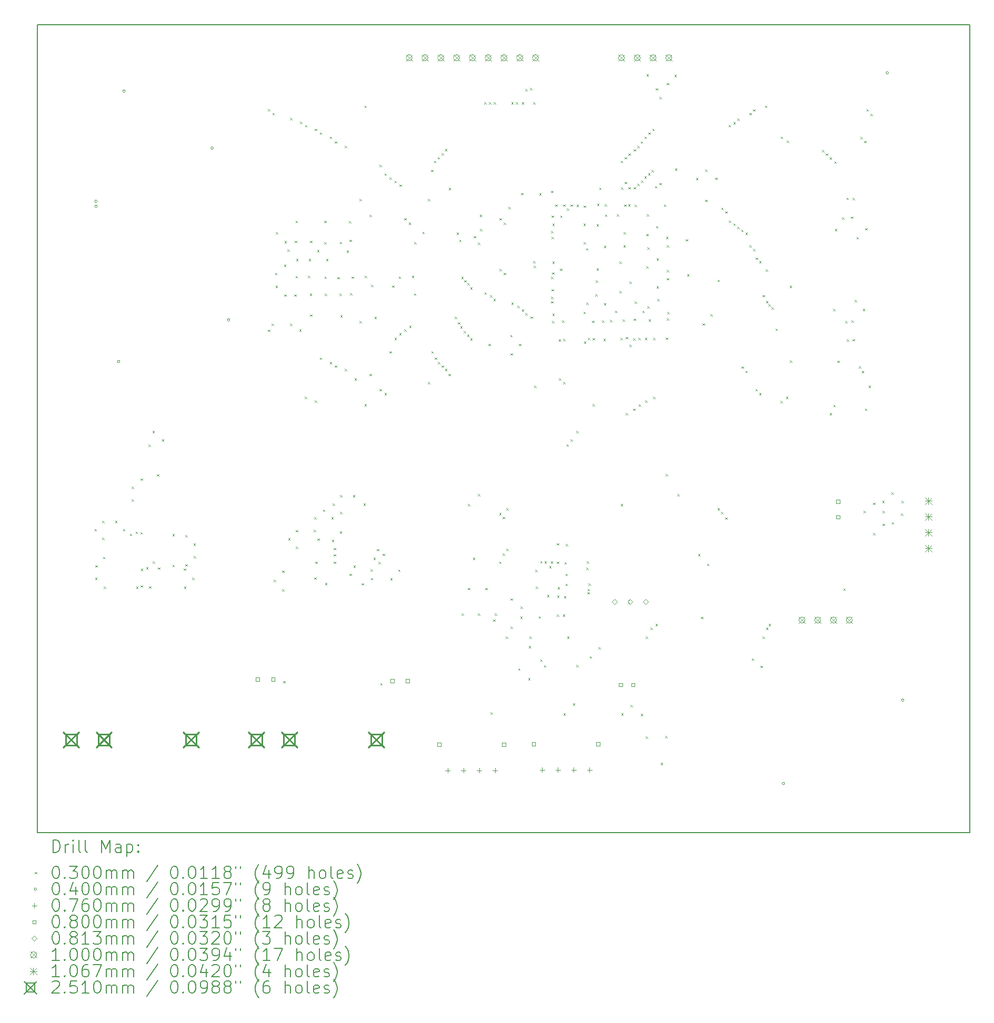
<source format=gbr>
%TF.GenerationSoftware,KiCad,Pcbnew,8.0.5*%
%TF.CreationDate,2024-11-21T16:22:30-05:00*%
%TF.ProjectId,PCB_Order3,5043425f-4f72-4646-9572-332e6b696361,rev?*%
%TF.SameCoordinates,Original*%
%TF.FileFunction,Drillmap*%
%TF.FilePolarity,Positive*%
%FSLAX45Y45*%
G04 Gerber Fmt 4.5, Leading zero omitted, Abs format (unit mm)*
G04 Created by KiCad (PCBNEW 8.0.5) date 2024-11-21 16:22:30*
%MOMM*%
%LPD*%
G01*
G04 APERTURE LIST*
%ADD10C,0.200000*%
%ADD11C,0.100000*%
%ADD12C,0.106680*%
%ADD13C,0.251000*%
G04 APERTURE END LIST*
D10*
X8345000Y-2090000D02*
X23345000Y-2090000D01*
X23345000Y-15090000D01*
X8345000Y-15090000D01*
X8345000Y-2090000D01*
D11*
X9267000Y-10206000D02*
X9297000Y-10236000D01*
X9297000Y-10206000D02*
X9267000Y-10236000D01*
X9276000Y-10988000D02*
X9306000Y-11018000D01*
X9306000Y-10988000D02*
X9276000Y-11018000D01*
X9278000Y-10789000D02*
X9308000Y-10819000D01*
X9308000Y-10789000D02*
X9278000Y-10819000D01*
X9389000Y-10072000D02*
X9419000Y-10102000D01*
X9419000Y-10072000D02*
X9389000Y-10102000D01*
X9390000Y-10344000D02*
X9420000Y-10374000D01*
X9420000Y-10344000D02*
X9390000Y-10374000D01*
X9401000Y-10654000D02*
X9431000Y-10684000D01*
X9431000Y-10654000D02*
X9401000Y-10684000D01*
X9413000Y-11132000D02*
X9443000Y-11162000D01*
X9443000Y-11132000D02*
X9413000Y-11162000D01*
X9596000Y-10072000D02*
X9626000Y-10102000D01*
X9626000Y-10072000D02*
X9596000Y-10102000D01*
X9724000Y-10207000D02*
X9754000Y-10237000D01*
X9754000Y-10207000D02*
X9724000Y-10237000D01*
X9835000Y-10282500D02*
X9865000Y-10312500D01*
X9865000Y-10282500D02*
X9835000Y-10312500D01*
X9862500Y-9727500D02*
X9892500Y-9757500D01*
X9892500Y-9727500D02*
X9862500Y-9757500D01*
X9864000Y-9524000D02*
X9894000Y-9554000D01*
X9894000Y-9524000D02*
X9864000Y-9554000D01*
X9928034Y-10246064D02*
X9958034Y-10276064D01*
X9958034Y-10246064D02*
X9928034Y-10276064D01*
X9935278Y-11132722D02*
X9965278Y-11162722D01*
X9965278Y-11132722D02*
X9935278Y-11162722D01*
X10002500Y-10255000D02*
X10032500Y-10285000D01*
X10032500Y-10255000D02*
X10002500Y-10285000D01*
X10007500Y-11112500D02*
X10037500Y-11142500D01*
X10037500Y-11112500D02*
X10007500Y-11142500D01*
X10009000Y-9392000D02*
X10039000Y-9422000D01*
X10039000Y-9392000D02*
X10009000Y-9422000D01*
X10011000Y-10846000D02*
X10041000Y-10876000D01*
X10041000Y-10846000D02*
X10011000Y-10876000D01*
X10097500Y-10817500D02*
X10127500Y-10847500D01*
X10127500Y-10817500D02*
X10097500Y-10847500D01*
X10132500Y-8846000D02*
X10162500Y-8876000D01*
X10162500Y-8846000D02*
X10132500Y-8876000D01*
X10140000Y-11130000D02*
X10170000Y-11160000D01*
X10170000Y-11130000D02*
X10140000Y-11160000D01*
X10197500Y-8628500D02*
X10227500Y-8658500D01*
X10227500Y-8628500D02*
X10197500Y-8658500D01*
X10202500Y-10725000D02*
X10232500Y-10755000D01*
X10232500Y-10725000D02*
X10202500Y-10755000D01*
X10267500Y-9325000D02*
X10297500Y-9355000D01*
X10297500Y-9325000D02*
X10267500Y-9355000D01*
X10285000Y-10825000D02*
X10315000Y-10855000D01*
X10315000Y-10825000D02*
X10285000Y-10855000D01*
X10350000Y-8763500D02*
X10380000Y-8793500D01*
X10380000Y-8763500D02*
X10350000Y-8793500D01*
X10520000Y-10285000D02*
X10550000Y-10315000D01*
X10550000Y-10285000D02*
X10520000Y-10315000D01*
X10520000Y-10780000D02*
X10550000Y-10810000D01*
X10550000Y-10780000D02*
X10520000Y-10810000D01*
X10702000Y-10839000D02*
X10732000Y-10869000D01*
X10732000Y-10839000D02*
X10702000Y-10869000D01*
X10704000Y-11132000D02*
X10734000Y-11162000D01*
X10734000Y-11132000D02*
X10704000Y-11162000D01*
X10726000Y-10301000D02*
X10756000Y-10331000D01*
X10756000Y-10301000D02*
X10726000Y-10331000D01*
X10727000Y-10774000D02*
X10757000Y-10804000D01*
X10757000Y-10774000D02*
X10727000Y-10804000D01*
X10835000Y-10990000D02*
X10865000Y-11020000D01*
X10865000Y-10990000D02*
X10835000Y-11020000D01*
X10859000Y-10440000D02*
X10889000Y-10470000D01*
X10889000Y-10440000D02*
X10859000Y-10470000D01*
X10863000Y-10640000D02*
X10893000Y-10670000D01*
X10893000Y-10640000D02*
X10863000Y-10670000D01*
X12055000Y-3447000D02*
X12085000Y-3477000D01*
X12085000Y-3447000D02*
X12055000Y-3477000D01*
X12055000Y-6997000D02*
X12085000Y-7027000D01*
X12085000Y-6997000D02*
X12055000Y-7027000D01*
X12116000Y-6900000D02*
X12146000Y-6930000D01*
X12146000Y-6900000D02*
X12116000Y-6930000D01*
X12126000Y-3507500D02*
X12156000Y-3537500D01*
X12156000Y-3507500D02*
X12126000Y-3537500D01*
X12150000Y-11021000D02*
X12180000Y-11051000D01*
X12180000Y-11021000D02*
X12150000Y-11051000D01*
X12170000Y-6081000D02*
X12200000Y-6111000D01*
X12200000Y-6081000D02*
X12170000Y-6111000D01*
X12180000Y-6290000D02*
X12210000Y-6320000D01*
X12210000Y-6290000D02*
X12180000Y-6320000D01*
X12182000Y-5424000D02*
X12212000Y-5454000D01*
X12212000Y-5424000D02*
X12182000Y-5454000D01*
X12285000Y-10876000D02*
X12315000Y-10906000D01*
X12315000Y-10876000D02*
X12285000Y-10906000D01*
X12286000Y-11173000D02*
X12316000Y-11203000D01*
X12316000Y-11173000D02*
X12286000Y-11203000D01*
X12302000Y-12651000D02*
X12332000Y-12681000D01*
X12332000Y-12651000D02*
X12302000Y-12681000D01*
X12312500Y-5950000D02*
X12342500Y-5980000D01*
X12342500Y-5950000D02*
X12312500Y-5980000D01*
X12320000Y-6430000D02*
X12350000Y-6460000D01*
X12350000Y-6430000D02*
X12320000Y-6460000D01*
X12322500Y-5570000D02*
X12352500Y-5600000D01*
X12352500Y-5570000D02*
X12322500Y-5600000D01*
X12369000Y-5704000D02*
X12399000Y-5734000D01*
X12399000Y-5704000D02*
X12369000Y-5734000D01*
X12382000Y-10354000D02*
X12412000Y-10384000D01*
X12412000Y-10354000D02*
X12382000Y-10384000D01*
X12410000Y-3587500D02*
X12440000Y-3617500D01*
X12440000Y-3587500D02*
X12410000Y-3617500D01*
X12410000Y-6899000D02*
X12440000Y-6929000D01*
X12440000Y-6899000D02*
X12410000Y-6929000D01*
X12480000Y-6427500D02*
X12510000Y-6457500D01*
X12510000Y-6427500D02*
X12480000Y-6457500D01*
X12486250Y-5566250D02*
X12516250Y-5596250D01*
X12516250Y-5566250D02*
X12486250Y-5596250D01*
X12498750Y-6131250D02*
X12528750Y-6161250D01*
X12528750Y-6131250D02*
X12498750Y-6161250D01*
X12500000Y-5242000D02*
X12530000Y-5272000D01*
X12530000Y-5242000D02*
X12500000Y-5272000D01*
X12503000Y-10223000D02*
X12533000Y-10253000D01*
X12533000Y-10223000D02*
X12503000Y-10253000D01*
X12505000Y-10491000D02*
X12535000Y-10521000D01*
X12535000Y-10491000D02*
X12505000Y-10521000D01*
X12510000Y-5860000D02*
X12540000Y-5890000D01*
X12540000Y-5860000D02*
X12510000Y-5890000D01*
X12559000Y-6993000D02*
X12589000Y-7023000D01*
X12589000Y-6993000D02*
X12559000Y-7023000D01*
X12570000Y-3647500D02*
X12600000Y-3677500D01*
X12600000Y-3647500D02*
X12570000Y-3677500D01*
X12650000Y-8077500D02*
X12680000Y-8107500D01*
X12680000Y-8077500D02*
X12650000Y-8107500D01*
X12651000Y-3703500D02*
X12681000Y-3733500D01*
X12681000Y-3703500D02*
X12651000Y-3733500D01*
X12700000Y-6130000D02*
X12730000Y-6160000D01*
X12730000Y-6130000D02*
X12700000Y-6160000D01*
X12710000Y-5860000D02*
X12740000Y-5890000D01*
X12740000Y-5860000D02*
X12710000Y-5890000D01*
X12730000Y-6417500D02*
X12760000Y-6447500D01*
X12760000Y-6417500D02*
X12730000Y-6447500D01*
X12732000Y-6750000D02*
X12762000Y-6780000D01*
X12762000Y-6750000D02*
X12732000Y-6780000D01*
X12732500Y-5565000D02*
X12762500Y-5595000D01*
X12762500Y-5565000D02*
X12732500Y-5595000D01*
X12792000Y-10220000D02*
X12822000Y-10250000D01*
X12822000Y-10220000D02*
X12792000Y-10250000D01*
X12800000Y-10985000D02*
X12830000Y-11015000D01*
X12830000Y-10985000D02*
X12800000Y-11015000D01*
X12802000Y-10014000D02*
X12832000Y-10044000D01*
X12832000Y-10014000D02*
X12802000Y-10044000D01*
X12810000Y-3763500D02*
X12840000Y-3793500D01*
X12840000Y-3763500D02*
X12810000Y-3793500D01*
X12810000Y-8137500D02*
X12840000Y-8167500D01*
X12840000Y-8137500D02*
X12810000Y-8167500D01*
X12817000Y-10729000D02*
X12847000Y-10759000D01*
X12847000Y-10729000D02*
X12817000Y-10759000D01*
X12847000Y-5713000D02*
X12877000Y-5743000D01*
X12877000Y-5713000D02*
X12847000Y-5743000D01*
X12852500Y-10357500D02*
X12882500Y-10387500D01*
X12882500Y-10357500D02*
X12852500Y-10387500D01*
X12890000Y-3821000D02*
X12920000Y-3851000D01*
X12920000Y-3821000D02*
X12890000Y-3851000D01*
X12890000Y-7443500D02*
X12920000Y-7473500D01*
X12920000Y-7443500D02*
X12890000Y-7473500D01*
X12941000Y-9893000D02*
X12971000Y-9923000D01*
X12971000Y-9893000D02*
X12941000Y-9923000D01*
X12960000Y-5585000D02*
X12990000Y-5615000D01*
X12990000Y-5585000D02*
X12960000Y-5615000D01*
X12961000Y-5243000D02*
X12991000Y-5273000D01*
X12991000Y-5243000D02*
X12961000Y-5273000D01*
X12966250Y-6140000D02*
X12996250Y-6170000D01*
X12996250Y-6140000D02*
X12966250Y-6170000D01*
X12970000Y-6417500D02*
X13000000Y-6447500D01*
X13000000Y-6417500D02*
X12970000Y-6447500D01*
X12975000Y-11072500D02*
X13005000Y-11102500D01*
X13005000Y-11072500D02*
X12975000Y-11102500D01*
X12990000Y-5860000D02*
X13020000Y-5890000D01*
X13020000Y-5860000D02*
X12990000Y-5890000D01*
X13050000Y-3891000D02*
X13080000Y-3921000D01*
X13080000Y-3891000D02*
X13050000Y-3921000D01*
X13050000Y-7518500D02*
X13080000Y-7548500D01*
X13080000Y-7518500D02*
X13050000Y-7548500D01*
X13075000Y-10013000D02*
X13105000Y-10043000D01*
X13105000Y-10013000D02*
X13075000Y-10043000D01*
X13085000Y-10378000D02*
X13115000Y-10408000D01*
X13115000Y-10378000D02*
X13085000Y-10408000D01*
X13097000Y-9793000D02*
X13127000Y-9823000D01*
X13127000Y-9793000D02*
X13097000Y-9823000D01*
X13112500Y-10510000D02*
X13142500Y-10540000D01*
X13142500Y-10510000D02*
X13112500Y-10540000D01*
X13112500Y-10612500D02*
X13142500Y-10642500D01*
X13142500Y-10612500D02*
X13112500Y-10642500D01*
X13115000Y-10730000D02*
X13145000Y-10760000D01*
X13145000Y-10730000D02*
X13115000Y-10760000D01*
X13130000Y-3966000D02*
X13160000Y-3996000D01*
X13160000Y-3966000D02*
X13130000Y-3996000D01*
X13130000Y-7571000D02*
X13160000Y-7601000D01*
X13160000Y-7571000D02*
X13130000Y-7601000D01*
X13173750Y-6150000D02*
X13203750Y-6180000D01*
X13203750Y-6150000D02*
X13173750Y-6180000D01*
X13207500Y-6417500D02*
X13237500Y-6447500D01*
X13237500Y-6417500D02*
X13207500Y-6447500D01*
X13210000Y-5582500D02*
X13240000Y-5612500D01*
X13240000Y-5582500D02*
X13210000Y-5612500D01*
X13212000Y-10243000D02*
X13242000Y-10273000D01*
X13242000Y-10243000D02*
X13212000Y-10273000D01*
X13215000Y-9660000D02*
X13245000Y-9690000D01*
X13245000Y-9660000D02*
X13215000Y-9690000D01*
X13217000Y-9929000D02*
X13247000Y-9959000D01*
X13247000Y-9929000D02*
X13217000Y-9959000D01*
X13219000Y-6764000D02*
X13249000Y-6794000D01*
X13249000Y-6764000D02*
X13219000Y-6794000D01*
X13290000Y-4038500D02*
X13320000Y-4068500D01*
X13320000Y-4038500D02*
X13290000Y-4068500D01*
X13290000Y-7628500D02*
X13320000Y-7658500D01*
X13320000Y-7628500D02*
X13290000Y-7658500D01*
X13320000Y-5720000D02*
X13350000Y-5750000D01*
X13350000Y-5720000D02*
X13320000Y-5750000D01*
X13358000Y-5247000D02*
X13388000Y-5277000D01*
X13388000Y-5247000D02*
X13358000Y-5277000D01*
X13370000Y-5550000D02*
X13400000Y-5580000D01*
X13400000Y-5550000D02*
X13370000Y-5580000D01*
X13370000Y-10925000D02*
X13400000Y-10955000D01*
X13400000Y-10925000D02*
X13370000Y-10955000D01*
X13375000Y-6407500D02*
X13405000Y-6437500D01*
X13405000Y-6407500D02*
X13375000Y-6437500D01*
X13403750Y-6140000D02*
X13433750Y-6170000D01*
X13433750Y-6140000D02*
X13403750Y-6170000D01*
X13424000Y-9658000D02*
X13454000Y-9688000D01*
X13454000Y-9658000D02*
X13424000Y-9688000D01*
X13432500Y-10792500D02*
X13462500Y-10822500D01*
X13462500Y-10792500D02*
X13432500Y-10822500D01*
X13450000Y-7777500D02*
X13480000Y-7807500D01*
X13480000Y-7777500D02*
X13450000Y-7807500D01*
X13527500Y-6858500D02*
X13557500Y-6888500D01*
X13557500Y-6858500D02*
X13527500Y-6888500D01*
X13530000Y-4892500D02*
X13560000Y-4922500D01*
X13560000Y-4892500D02*
X13530000Y-4922500D01*
X13565000Y-11077000D02*
X13595000Y-11107000D01*
X13595000Y-11077000D02*
X13565000Y-11107000D01*
X13592500Y-9795000D02*
X13622500Y-9825000D01*
X13622500Y-9795000D02*
X13592500Y-9825000D01*
X13610000Y-3390000D02*
X13640000Y-3420000D01*
X13640000Y-3390000D02*
X13610000Y-3420000D01*
X13610000Y-8195000D02*
X13640000Y-8225000D01*
X13640000Y-8195000D02*
X13610000Y-8225000D01*
X13612000Y-6129000D02*
X13642000Y-6159000D01*
X13642000Y-6129000D02*
X13612000Y-6159000D01*
X13690000Y-5146000D02*
X13720000Y-5176000D01*
X13720000Y-5146000D02*
X13690000Y-5176000D01*
X13690000Y-7706000D02*
X13720000Y-7736000D01*
X13720000Y-7706000D02*
X13690000Y-7736000D01*
X13705000Y-10855000D02*
X13735000Y-10885000D01*
X13735000Y-10855000D02*
X13705000Y-10885000D01*
X13712000Y-10991000D02*
X13742000Y-11021000D01*
X13742000Y-10991000D02*
X13712000Y-11021000D01*
X13715000Y-6272500D02*
X13745000Y-6302500D01*
X13745000Y-6272500D02*
X13715000Y-6302500D01*
X13752500Y-10665000D02*
X13782500Y-10695000D01*
X13782500Y-10665000D02*
X13752500Y-10695000D01*
X13770000Y-6791000D02*
X13800000Y-6821000D01*
X13800000Y-6791000D02*
X13770000Y-6821000D01*
X13807500Y-10527500D02*
X13837500Y-10557500D01*
X13837500Y-10527500D02*
X13807500Y-10557500D01*
X13832500Y-10732500D02*
X13862500Y-10762500D01*
X13862500Y-10732500D02*
X13832500Y-10762500D01*
X13850000Y-4343500D02*
X13880000Y-4373500D01*
X13880000Y-4343500D02*
X13850000Y-4373500D01*
X13850000Y-7953500D02*
X13880000Y-7983500D01*
X13880000Y-7953500D02*
X13850000Y-7983500D01*
X13865000Y-12686000D02*
X13895000Y-12716000D01*
X13895000Y-12686000D02*
X13865000Y-12716000D01*
X13902500Y-10602500D02*
X13932500Y-10632500D01*
X13932500Y-10602500D02*
X13902500Y-10632500D01*
X13930000Y-4483500D02*
X13960000Y-4513500D01*
X13960000Y-4483500D02*
X13930000Y-4513500D01*
X13930000Y-8017500D02*
X13960000Y-8047500D01*
X13960000Y-8017500D02*
X13930000Y-8047500D01*
X14010000Y-4543500D02*
X14040000Y-4573500D01*
X14040000Y-4543500D02*
X14010000Y-4573500D01*
X14010000Y-7343500D02*
X14040000Y-7373500D01*
X14040000Y-7343500D02*
X14010000Y-7373500D01*
X14025000Y-10996000D02*
X14055000Y-11026000D01*
X14055000Y-10996000D02*
X14025000Y-11026000D01*
X14055000Y-6285000D02*
X14085000Y-6315000D01*
X14085000Y-6285000D02*
X14055000Y-6315000D01*
X14090000Y-4600000D02*
X14120000Y-4630000D01*
X14120000Y-4600000D02*
X14090000Y-4630000D01*
X14090000Y-7128500D02*
X14120000Y-7158500D01*
X14120000Y-7128500D02*
X14090000Y-7158500D01*
X14152000Y-10858000D02*
X14182000Y-10888000D01*
X14182000Y-10858000D02*
X14152000Y-10888000D01*
X14158000Y-6142000D02*
X14188000Y-6172000D01*
X14188000Y-6142000D02*
X14158000Y-6172000D01*
X14170000Y-7053500D02*
X14200000Y-7083500D01*
X14200000Y-7053500D02*
X14170000Y-7083500D01*
X14171000Y-4661000D02*
X14201000Y-4691000D01*
X14201000Y-4661000D02*
X14171000Y-4691000D01*
X14250000Y-5203500D02*
X14280000Y-5233500D01*
X14280000Y-5203500D02*
X14250000Y-5233500D01*
X14250000Y-6993500D02*
X14280000Y-7023500D01*
X14280000Y-6993500D02*
X14250000Y-7023500D01*
X14320000Y-5273500D02*
X14350000Y-5303500D01*
X14350000Y-5273500D02*
X14320000Y-5303500D01*
X14330000Y-6931000D02*
X14360000Y-6961000D01*
X14360000Y-6931000D02*
X14330000Y-6961000D01*
X14370000Y-6130000D02*
X14400000Y-6160000D01*
X14400000Y-6130000D02*
X14370000Y-6160000D01*
X14405000Y-6412500D02*
X14435000Y-6442500D01*
X14435000Y-6412500D02*
X14405000Y-6442500D01*
X14410000Y-5587500D02*
X14440000Y-5617500D01*
X14440000Y-5587500D02*
X14410000Y-5617500D01*
X14539000Y-5422000D02*
X14569000Y-5452000D01*
X14569000Y-5422000D02*
X14539000Y-5452000D01*
X14627708Y-4892500D02*
X14657708Y-4922500D01*
X14657708Y-4892500D02*
X14627708Y-4922500D01*
X14630000Y-7840000D02*
X14660000Y-7870000D01*
X14660000Y-7840000D02*
X14630000Y-7870000D01*
X14680000Y-4423500D02*
X14710000Y-4453500D01*
X14710000Y-4423500D02*
X14680000Y-4453500D01*
X14685000Y-7343500D02*
X14715000Y-7373500D01*
X14715000Y-7343500D02*
X14685000Y-7373500D01*
X14725000Y-4280000D02*
X14755000Y-4310000D01*
X14755000Y-4280000D02*
X14725000Y-4310000D01*
X14740000Y-7443500D02*
X14770000Y-7473500D01*
X14770000Y-7443500D02*
X14740000Y-7473500D01*
X14785000Y-4218500D02*
X14815000Y-4248500D01*
X14815000Y-4218500D02*
X14785000Y-4248500D01*
X14790000Y-7518500D02*
X14820000Y-7548500D01*
X14820000Y-7518500D02*
X14790000Y-7548500D01*
X14850000Y-4155000D02*
X14880000Y-4185000D01*
X14880000Y-4155000D02*
X14850000Y-4185000D01*
X14850000Y-7571000D02*
X14880000Y-7601000D01*
X14880000Y-7571000D02*
X14850000Y-7601000D01*
X14905000Y-4090000D02*
X14935000Y-4120000D01*
X14935000Y-4090000D02*
X14905000Y-4120000D01*
X14905000Y-7628500D02*
X14935000Y-7658500D01*
X14935000Y-7628500D02*
X14905000Y-7658500D01*
X14960000Y-7706000D02*
X14990000Y-7736000D01*
X14990000Y-7706000D02*
X14960000Y-7736000D01*
X14965000Y-4715000D02*
X14995000Y-4745000D01*
X14995000Y-4715000D02*
X14965000Y-4745000D01*
X15062500Y-6791000D02*
X15092500Y-6821000D01*
X15092500Y-6791000D02*
X15062500Y-6821000D01*
X15089333Y-5432500D02*
X15119333Y-5462500D01*
X15119333Y-5432500D02*
X15089333Y-5462500D01*
X15110000Y-6878500D02*
X15140000Y-6908500D01*
X15140000Y-6878500D02*
X15110000Y-6908500D01*
X15135000Y-5547500D02*
X15165000Y-5577500D01*
X15165000Y-5547500D02*
X15135000Y-5577500D01*
X15150000Y-6943500D02*
X15180000Y-6973500D01*
X15180000Y-6943500D02*
X15150000Y-6973500D01*
X15165913Y-6146404D02*
X15195913Y-6176404D01*
X15195913Y-6146404D02*
X15165913Y-6176404D01*
X15170000Y-11565000D02*
X15200000Y-11595000D01*
X15200000Y-11565000D02*
X15170000Y-11595000D01*
X15205000Y-7017500D02*
X15235000Y-7047500D01*
X15235000Y-7017500D02*
X15205000Y-7047500D01*
X15215000Y-6200000D02*
X15245000Y-6230000D01*
X15245000Y-6200000D02*
X15215000Y-6230000D01*
X15260000Y-7075000D02*
X15290000Y-7105000D01*
X15290000Y-7075000D02*
X15260000Y-7105000D01*
X15265000Y-6245000D02*
X15295000Y-6275000D01*
X15295000Y-6245000D02*
X15265000Y-6275000D01*
X15272500Y-11152500D02*
X15302500Y-11182500D01*
X15302500Y-11152500D02*
X15272500Y-11182500D01*
X15275000Y-9802500D02*
X15305000Y-9832500D01*
X15305000Y-9802500D02*
X15275000Y-9832500D01*
X15310000Y-6315000D02*
X15340000Y-6345000D01*
X15340000Y-6315000D02*
X15310000Y-6345000D01*
X15312500Y-7135000D02*
X15342500Y-7165000D01*
X15342500Y-7135000D02*
X15312500Y-7165000D01*
X15355000Y-10665000D02*
X15385000Y-10695000D01*
X15385000Y-10665000D02*
X15355000Y-10695000D01*
X15365000Y-5490000D02*
X15395000Y-5520000D01*
X15395000Y-5490000D02*
X15365000Y-5520000D01*
X15435000Y-5596000D02*
X15465000Y-5626000D01*
X15465000Y-5596000D02*
X15435000Y-5626000D01*
X15435000Y-9641000D02*
X15465000Y-9671000D01*
X15465000Y-9641000D02*
X15435000Y-9671000D01*
X15436000Y-11565000D02*
X15466000Y-11595000D01*
X15466000Y-11565000D02*
X15436000Y-11595000D01*
X15465000Y-5146000D02*
X15495000Y-5176000D01*
X15495000Y-5146000D02*
X15465000Y-5176000D01*
X15470000Y-5375000D02*
X15500000Y-5405000D01*
X15500000Y-5375000D02*
X15470000Y-5405000D01*
X15537499Y-3332500D02*
X15567499Y-3362500D01*
X15567499Y-3332500D02*
X15537499Y-3362500D01*
X15540000Y-6396000D02*
X15570000Y-6426000D01*
X15570000Y-6396000D02*
X15540000Y-6426000D01*
X15552500Y-11155000D02*
X15582500Y-11185000D01*
X15582500Y-11155000D02*
X15552500Y-11185000D01*
X15604000Y-7225000D02*
X15634000Y-7255000D01*
X15634000Y-7225000D02*
X15604000Y-7255000D01*
X15612500Y-3332500D02*
X15642500Y-3362500D01*
X15642500Y-3332500D02*
X15612500Y-3362500D01*
X15627500Y-6443500D02*
X15657500Y-6473500D01*
X15657500Y-6443500D02*
X15627500Y-6473500D01*
X15639000Y-13156000D02*
X15669000Y-13186000D01*
X15669000Y-13156000D02*
X15639000Y-13186000D01*
X15680000Y-11660000D02*
X15710000Y-11690000D01*
X15710000Y-11660000D02*
X15680000Y-11690000D01*
X15685000Y-6503500D02*
X15715000Y-6533500D01*
X15715000Y-6503500D02*
X15685000Y-6533500D01*
X15687500Y-3332500D02*
X15717500Y-3362500D01*
X15717500Y-3332500D02*
X15687500Y-3362500D01*
X15702500Y-11565000D02*
X15732500Y-11595000D01*
X15732500Y-11565000D02*
X15702500Y-11595000D01*
X15775000Y-9945000D02*
X15805000Y-9975000D01*
X15805000Y-9945000D02*
X15775000Y-9975000D01*
X15775000Y-10730000D02*
X15805000Y-10760000D01*
X15805000Y-10730000D02*
X15775000Y-10760000D01*
X15780000Y-5203500D02*
X15810000Y-5233500D01*
X15810000Y-5203500D02*
X15780000Y-5233500D01*
X15780000Y-6020000D02*
X15810000Y-6050000D01*
X15810000Y-6020000D02*
X15780000Y-6050000D01*
X15832500Y-10012500D02*
X15862500Y-10042500D01*
X15862500Y-10012500D02*
X15832500Y-10042500D01*
X15832500Y-10597500D02*
X15862500Y-10627500D01*
X15862500Y-10597500D02*
X15832500Y-10627500D01*
X15848553Y-6081447D02*
X15878553Y-6111447D01*
X15878553Y-6081447D02*
X15848553Y-6111447D01*
X15850000Y-5273500D02*
X15880000Y-5303500D01*
X15880000Y-5273500D02*
X15850000Y-5303500D01*
X15882500Y-11935000D02*
X15912500Y-11965000D01*
X15912500Y-11935000D02*
X15882500Y-11965000D01*
X15890000Y-9872500D02*
X15920000Y-9902500D01*
X15920000Y-9872500D02*
X15890000Y-9902500D01*
X15890000Y-10522500D02*
X15920000Y-10552500D01*
X15920000Y-10522500D02*
X15890000Y-10552500D01*
X15925000Y-5021000D02*
X15955000Y-5051000D01*
X15955000Y-5021000D02*
X15925000Y-5051000D01*
X15953000Y-7080000D02*
X15983000Y-7110000D01*
X15983000Y-7080000D02*
X15953000Y-7110000D01*
X15957000Y-11322000D02*
X15987000Y-11352000D01*
X15987000Y-11322000D02*
X15957000Y-11352000D01*
X15957500Y-11775000D02*
X15987500Y-11805000D01*
X15987500Y-11775000D02*
X15957500Y-11805000D01*
X15959000Y-7376000D02*
X15989000Y-7406000D01*
X15989000Y-7376000D02*
X15959000Y-7406000D01*
X15970000Y-3332500D02*
X16000000Y-3362500D01*
X16000000Y-3332500D02*
X15970000Y-3362500D01*
X15972500Y-6562054D02*
X16002500Y-6592054D01*
X16002500Y-6562054D02*
X15972500Y-6592054D01*
X16045000Y-3332500D02*
X16075000Y-3362500D01*
X16075000Y-3332500D02*
X16045000Y-3362500D01*
X16067500Y-6613500D02*
X16097500Y-6643500D01*
X16097500Y-6613500D02*
X16067500Y-6643500D01*
X16082000Y-12448000D02*
X16112000Y-12478000D01*
X16112000Y-12448000D02*
X16082000Y-12478000D01*
X16092000Y-7227000D02*
X16122000Y-7257000D01*
X16122000Y-7227000D02*
X16092000Y-7257000D01*
X16117000Y-11617000D02*
X16147000Y-11647000D01*
X16147000Y-11617000D02*
X16117000Y-11647000D01*
X16119000Y-11452000D02*
X16149000Y-11482000D01*
X16149000Y-11452000D02*
X16119000Y-11482000D01*
X16127500Y-4796000D02*
X16157500Y-4826000D01*
X16157500Y-4796000D02*
X16127500Y-4826000D01*
X16140000Y-3332500D02*
X16170000Y-3362500D01*
X16170000Y-3332500D02*
X16140000Y-3362500D01*
X16140000Y-6671937D02*
X16170000Y-6701937D01*
X16170000Y-6671937D02*
X16140000Y-6701937D01*
X16197500Y-3125000D02*
X16227500Y-3155000D01*
X16227500Y-3125000D02*
X16197500Y-3155000D01*
X16197500Y-6731000D02*
X16227500Y-6761000D01*
X16227500Y-6731000D02*
X16197500Y-6761000D01*
X16242500Y-12605000D02*
X16272500Y-12635000D01*
X16272500Y-12605000D02*
X16242500Y-12635000D01*
X16252500Y-12087500D02*
X16282500Y-12117500D01*
X16282500Y-12087500D02*
X16252500Y-12117500D01*
X16262500Y-11935000D02*
X16292500Y-11965000D01*
X16292500Y-11935000D02*
X16262500Y-11965000D01*
X16270100Y-3106178D02*
X16300100Y-3136178D01*
X16300100Y-3106178D02*
X16270100Y-3136178D01*
X16280000Y-6783500D02*
X16310000Y-6813500D01*
X16310000Y-6783500D02*
X16280000Y-6813500D01*
X16325000Y-3332500D02*
X16355000Y-3362500D01*
X16355000Y-3332500D02*
X16325000Y-3362500D01*
X16325000Y-5891000D02*
X16355000Y-5921000D01*
X16355000Y-5891000D02*
X16325000Y-5921000D01*
X16330343Y-5965810D02*
X16360343Y-5995810D01*
X16360343Y-5965810D02*
X16330343Y-5995810D01*
X16337500Y-7896000D02*
X16367500Y-7926000D01*
X16367500Y-7896000D02*
X16337500Y-7926000D01*
X16355000Y-10862500D02*
X16385000Y-10892500D01*
X16385000Y-10862500D02*
X16355000Y-10892500D01*
X16365000Y-11132500D02*
X16395000Y-11162500D01*
X16395000Y-11132500D02*
X16365000Y-11162500D01*
X16410000Y-11612500D02*
X16440000Y-11642500D01*
X16440000Y-11612500D02*
X16410000Y-11642500D01*
X16420000Y-4800000D02*
X16450000Y-4830000D01*
X16450000Y-4800000D02*
X16420000Y-4830000D01*
X16437500Y-10722500D02*
X16467500Y-10752500D01*
X16467500Y-10722500D02*
X16437500Y-10752500D01*
X16437500Y-12305000D02*
X16467500Y-12335000D01*
X16467500Y-12305000D02*
X16437500Y-12335000D01*
X16495000Y-12397500D02*
X16525000Y-12427500D01*
X16525000Y-12397500D02*
X16495000Y-12427500D01*
X16505000Y-10725000D02*
X16535000Y-10755000D01*
X16535000Y-10725000D02*
X16505000Y-10755000D01*
X16547000Y-11270000D02*
X16577000Y-11300000D01*
X16577000Y-11270000D02*
X16547000Y-11300000D01*
X16580000Y-10800000D02*
X16610000Y-10830000D01*
X16610000Y-10800000D02*
X16580000Y-10830000D01*
X16606000Y-10728000D02*
X16636000Y-10758000D01*
X16636000Y-10728000D02*
X16606000Y-10758000D01*
X16610000Y-4760000D02*
X16640000Y-4790000D01*
X16640000Y-4760000D02*
X16610000Y-4790000D01*
X16610000Y-5410000D02*
X16640000Y-5440000D01*
X16640000Y-5410000D02*
X16610000Y-5440000D01*
X16610000Y-6538500D02*
X16640000Y-6568500D01*
X16640000Y-6538500D02*
X16610000Y-6568500D01*
X16613000Y-6147000D02*
X16643000Y-6177000D01*
X16643000Y-6147000D02*
X16613000Y-6177000D01*
X16613000Y-6468000D02*
X16643000Y-6498000D01*
X16643000Y-6468000D02*
X16613000Y-6498000D01*
X16617500Y-5500000D02*
X16647500Y-5530000D01*
X16647500Y-5500000D02*
X16617500Y-5530000D01*
X16617500Y-6345000D02*
X16647500Y-6375000D01*
X16647500Y-6345000D02*
X16617500Y-6375000D01*
X16620000Y-5161000D02*
X16650000Y-5191000D01*
X16650000Y-5161000D02*
X16620000Y-5191000D01*
X16626000Y-6075000D02*
X16656000Y-6105000D01*
X16656000Y-6075000D02*
X16626000Y-6105000D01*
X16627500Y-6855000D02*
X16657500Y-6885000D01*
X16657500Y-6855000D02*
X16627500Y-6885000D01*
X16630000Y-5900000D02*
X16660000Y-5930000D01*
X16660000Y-5900000D02*
X16630000Y-5930000D01*
X16630000Y-6738750D02*
X16660000Y-6768750D01*
X16660000Y-6738750D02*
X16630000Y-6768750D01*
X16631000Y-5291000D02*
X16661000Y-5321000D01*
X16661000Y-5291000D02*
X16631000Y-5321000D01*
X16680000Y-4980000D02*
X16710000Y-5010000D01*
X16710000Y-4980000D02*
X16680000Y-5010000D01*
X16702000Y-11581000D02*
X16732000Y-11611000D01*
X16732000Y-11581000D02*
X16702000Y-11611000D01*
X16703000Y-10433000D02*
X16733000Y-10463000D01*
X16733000Y-10433000D02*
X16703000Y-10463000D01*
X16705000Y-10730000D02*
X16735000Y-10760000D01*
X16735000Y-10730000D02*
X16705000Y-10760000D01*
X16710000Y-11275000D02*
X16740000Y-11305000D01*
X16740000Y-11275000D02*
X16710000Y-11305000D01*
X16717500Y-11140000D02*
X16747500Y-11170000D01*
X16747500Y-11140000D02*
X16717500Y-11170000D01*
X16732759Y-7151228D02*
X16762759Y-7181228D01*
X16762759Y-7151228D02*
X16732759Y-7181228D01*
X16740000Y-7781000D02*
X16770000Y-7811000D01*
X16770000Y-7781000D02*
X16740000Y-7811000D01*
X16755000Y-6015000D02*
X16785000Y-6045000D01*
X16785000Y-6015000D02*
X16755000Y-6045000D01*
X16760000Y-5160000D02*
X16790000Y-5190000D01*
X16790000Y-5160000D02*
X16760000Y-5190000D01*
X16787500Y-6850000D02*
X16817500Y-6880000D01*
X16817500Y-6850000D02*
X16787500Y-6880000D01*
X16801000Y-11579000D02*
X16831000Y-11609000D01*
X16831000Y-11579000D02*
X16801000Y-11609000D01*
X16805000Y-4981000D02*
X16835000Y-5011000D01*
X16835000Y-4981000D02*
X16805000Y-5011000D01*
X16807500Y-7145000D02*
X16837500Y-7175000D01*
X16837500Y-7145000D02*
X16807500Y-7175000D01*
X16807500Y-7838500D02*
X16837500Y-7868500D01*
X16837500Y-7838500D02*
X16807500Y-7868500D01*
X16810000Y-13172500D02*
X16840000Y-13202500D01*
X16840000Y-13172500D02*
X16810000Y-13202500D01*
X16820000Y-11285000D02*
X16850000Y-11315000D01*
X16850000Y-11285000D02*
X16820000Y-11315000D01*
X16827000Y-10738000D02*
X16857000Y-10768000D01*
X16857000Y-10738000D02*
X16827000Y-10768000D01*
X16845000Y-10925000D02*
X16875000Y-10955000D01*
X16875000Y-10925000D02*
X16845000Y-10955000D01*
X16845000Y-11087500D02*
X16875000Y-11117500D01*
X16875000Y-11087500D02*
X16845000Y-11117500D01*
X16850000Y-10445000D02*
X16880000Y-10475000D01*
X16880000Y-10445000D02*
X16850000Y-10475000D01*
X16860000Y-8841000D02*
X16890000Y-8871000D01*
X16890000Y-8841000D02*
X16860000Y-8871000D01*
X16865000Y-5043500D02*
X16895000Y-5073500D01*
X16895000Y-5043500D02*
X16865000Y-5073500D01*
X16867500Y-11935000D02*
X16897500Y-11965000D01*
X16897500Y-11935000D02*
X16867500Y-11965000D01*
X16922500Y-4981000D02*
X16952500Y-5011000D01*
X16952500Y-4981000D02*
X16922500Y-5011000D01*
X16922500Y-8763500D02*
X16952500Y-8793500D01*
X16952500Y-8763500D02*
X16922500Y-8793500D01*
X16964000Y-13013000D02*
X16994000Y-13043000D01*
X16994000Y-13013000D02*
X16964000Y-13043000D01*
X17016250Y-8627250D02*
X17046250Y-8657250D01*
X17046250Y-8627250D02*
X17016250Y-8657250D01*
X17017500Y-12395000D02*
X17047500Y-12425000D01*
X17047500Y-12395000D02*
X17017500Y-12425000D01*
X17022500Y-4983500D02*
X17052500Y-5013500D01*
X17052500Y-4983500D02*
X17022500Y-5013500D01*
X17130000Y-6710000D02*
X17160000Y-6740000D01*
X17160000Y-6710000D02*
X17130000Y-6740000D01*
X17132500Y-5290000D02*
X17162500Y-5320000D01*
X17162500Y-5290000D02*
X17132500Y-5320000D01*
X17136000Y-5588000D02*
X17166000Y-5618000D01*
X17166000Y-5588000D02*
X17136000Y-5618000D01*
X17137500Y-5000000D02*
X17167500Y-5030000D01*
X17167500Y-5000000D02*
X17137500Y-5030000D01*
X17139576Y-7186515D02*
X17169576Y-7216515D01*
X17169576Y-7186515D02*
X17139576Y-7216515D01*
X17175000Y-5682500D02*
X17205000Y-5712500D01*
X17205000Y-5682500D02*
X17175000Y-5712500D01*
X17179000Y-6560000D02*
X17209000Y-6590000D01*
X17209000Y-6560000D02*
X17179000Y-6590000D01*
X17180000Y-10827500D02*
X17210000Y-10857500D01*
X17210000Y-10827500D02*
X17180000Y-10857500D01*
X17187500Y-10727500D02*
X17217500Y-10757500D01*
X17217500Y-10727500D02*
X17187500Y-10757500D01*
X17195591Y-11223091D02*
X17225591Y-11253091D01*
X17225591Y-11223091D02*
X17195591Y-11253091D01*
X17200000Y-11170000D02*
X17230000Y-11200000D01*
X17230000Y-11170000D02*
X17200000Y-11200000D01*
X17202555Y-7129617D02*
X17232555Y-7159617D01*
X17232555Y-7129617D02*
X17202555Y-7159617D01*
X17210000Y-11082500D02*
X17240000Y-11112500D01*
X17240000Y-11082500D02*
X17210000Y-11112500D01*
X17232000Y-12256000D02*
X17262000Y-12286000D01*
X17262000Y-12256000D02*
X17232000Y-12286000D01*
X17270000Y-6852500D02*
X17300000Y-6882500D01*
X17300000Y-6852500D02*
X17270000Y-6882500D01*
X17277500Y-7132500D02*
X17307500Y-7162500D01*
X17307500Y-7132500D02*
X17277500Y-7162500D01*
X17277500Y-8195000D02*
X17307500Y-8225000D01*
X17307500Y-8195000D02*
X17277500Y-8225000D01*
X17322500Y-6425000D02*
X17352500Y-6455000D01*
X17352500Y-6425000D02*
X17322500Y-6455000D01*
X17330000Y-6205000D02*
X17360000Y-6235000D01*
X17360000Y-6205000D02*
X17330000Y-6235000D01*
X17345000Y-5300000D02*
X17375000Y-5330000D01*
X17375000Y-5300000D02*
X17345000Y-5330000D01*
X17345000Y-6010000D02*
X17375000Y-6040000D01*
X17375000Y-6010000D02*
X17345000Y-6040000D01*
X17350000Y-4970000D02*
X17380000Y-5000000D01*
X17380000Y-4970000D02*
X17350000Y-5000000D01*
X17375000Y-12105000D02*
X17405000Y-12135000D01*
X17405000Y-12105000D02*
X17375000Y-12135000D01*
X17384573Y-4711351D02*
X17414573Y-4741351D01*
X17414573Y-4711351D02*
X17384573Y-4741351D01*
X17430000Y-6850000D02*
X17460000Y-6880000D01*
X17460000Y-6850000D02*
X17430000Y-6880000D01*
X17452000Y-7143000D02*
X17482000Y-7173000D01*
X17482000Y-7143000D02*
X17452000Y-7173000D01*
X17460000Y-5647500D02*
X17490000Y-5677500D01*
X17490000Y-5647500D02*
X17460000Y-5677500D01*
X17460000Y-6570000D02*
X17490000Y-6600000D01*
X17490000Y-6570000D02*
X17460000Y-6600000D01*
X17474000Y-4979000D02*
X17504000Y-5009000D01*
X17504000Y-4979000D02*
X17474000Y-5009000D01*
X17477000Y-5142000D02*
X17507000Y-5172000D01*
X17507000Y-5142000D02*
X17477000Y-5172000D01*
X17558000Y-6839000D02*
X17588000Y-6869000D01*
X17588000Y-6839000D02*
X17558000Y-6869000D01*
X17640000Y-6690000D02*
X17670000Y-6720000D01*
X17670000Y-6690000D02*
X17640000Y-6720000D01*
X17670000Y-5140000D02*
X17700000Y-5170000D01*
X17700000Y-5140000D02*
X17670000Y-5170000D01*
X17710000Y-5900000D02*
X17740000Y-5930000D01*
X17740000Y-5900000D02*
X17710000Y-5930000D01*
X17711000Y-6373000D02*
X17741000Y-6403000D01*
X17741000Y-6373000D02*
X17711000Y-6403000D01*
X17730000Y-7127500D02*
X17760000Y-7157500D01*
X17760000Y-7127500D02*
X17730000Y-7157500D01*
X17732500Y-4278500D02*
X17762500Y-4308500D01*
X17762500Y-4278500D02*
X17732500Y-4308500D01*
X17732500Y-9802500D02*
X17762500Y-9832500D01*
X17762500Y-9802500D02*
X17732500Y-9832500D01*
X17735000Y-4706000D02*
X17765000Y-4736000D01*
X17765000Y-4706000D02*
X17735000Y-4736000D01*
X17742000Y-13175000D02*
X17772000Y-13205000D01*
X17772000Y-13175000D02*
X17742000Y-13205000D01*
X17762500Y-6832500D02*
X17792500Y-6862500D01*
X17792500Y-6832500D02*
X17762500Y-6862500D01*
X17774000Y-5639000D02*
X17804000Y-5669000D01*
X17804000Y-5639000D02*
X17774000Y-5669000D01*
X17777500Y-5425000D02*
X17807500Y-5455000D01*
X17807500Y-5425000D02*
X17777500Y-5455000D01*
X17788000Y-4983000D02*
X17818000Y-5013000D01*
X17818000Y-4983000D02*
X17788000Y-5013000D01*
X17795000Y-4218500D02*
X17825000Y-4248500D01*
X17825000Y-4218500D02*
X17795000Y-4248500D01*
X17795000Y-4618500D02*
X17825000Y-4648500D01*
X17825000Y-4618500D02*
X17795000Y-4648500D01*
X17812500Y-7115000D02*
X17842500Y-7145000D01*
X17842500Y-7115000D02*
X17812500Y-7145000D01*
X17812500Y-8337500D02*
X17842500Y-8367500D01*
X17842500Y-8337500D02*
X17812500Y-8367500D01*
X17850574Y-4979074D02*
X17880574Y-5009074D01*
X17880574Y-4979074D02*
X17850574Y-5009074D01*
X17855000Y-4158500D02*
X17885000Y-4188500D01*
X17885000Y-4158500D02*
X17855000Y-4188500D01*
X17855000Y-4703500D02*
X17885000Y-4733500D01*
X17885000Y-4703500D02*
X17855000Y-4733500D01*
X17870000Y-6220000D02*
X17900000Y-6250000D01*
X17900000Y-6220000D02*
X17870000Y-6250000D01*
X17870000Y-7240000D02*
X17900000Y-7270000D01*
X17900000Y-7240000D02*
X17870000Y-7270000D01*
X17891000Y-13038000D02*
X17921000Y-13068000D01*
X17921000Y-13038000D02*
X17891000Y-13068000D01*
X17930000Y-8265000D02*
X17960000Y-8295000D01*
X17960000Y-8265000D02*
X17930000Y-8295000D01*
X17932500Y-7137500D02*
X17962500Y-7167500D01*
X17962500Y-7137500D02*
X17932500Y-7167500D01*
X17940000Y-4093500D02*
X17970000Y-4123500D01*
X17970000Y-4093500D02*
X17940000Y-4123500D01*
X17940000Y-4701000D02*
X17970000Y-4731000D01*
X17970000Y-4701000D02*
X17940000Y-4731000D01*
X17941000Y-6820000D02*
X17971000Y-6850000D01*
X17971000Y-6820000D02*
X17941000Y-6850000D01*
X17957500Y-4983500D02*
X17987500Y-5013500D01*
X17987500Y-4983500D02*
X17957500Y-5013500D01*
X17958000Y-6542000D02*
X17988000Y-6572000D01*
X17988000Y-6542000D02*
X17958000Y-6572000D01*
X18000000Y-4036000D02*
X18030000Y-4066000D01*
X18030000Y-4036000D02*
X18000000Y-4066000D01*
X18000000Y-4648500D02*
X18030000Y-4678500D01*
X18030000Y-4648500D02*
X18000000Y-4678500D01*
X18017500Y-7127500D02*
X18047500Y-7157500D01*
X18047500Y-7127500D02*
X18017500Y-7157500D01*
X18020000Y-8197500D02*
X18050000Y-8227500D01*
X18050000Y-8197500D02*
X18020000Y-8227500D01*
X18055000Y-3966000D02*
X18085000Y-3996000D01*
X18085000Y-3966000D02*
X18055000Y-3996000D01*
X18056000Y-13181000D02*
X18086000Y-13211000D01*
X18086000Y-13181000D02*
X18056000Y-13211000D01*
X18057500Y-4598500D02*
X18087500Y-4628500D01*
X18087500Y-4598500D02*
X18057500Y-4628500D01*
X18080000Y-6690000D02*
X18110000Y-6720000D01*
X18110000Y-6690000D02*
X18080000Y-6720000D01*
X18115000Y-3891000D02*
X18145000Y-3921000D01*
X18145000Y-3891000D02*
X18115000Y-3921000D01*
X18115000Y-4528500D02*
X18145000Y-4558500D01*
X18145000Y-4528500D02*
X18115000Y-4558500D01*
X18122500Y-7127500D02*
X18152500Y-7157500D01*
X18152500Y-7127500D02*
X18122500Y-7157500D01*
X18125000Y-8137500D02*
X18155000Y-8167500D01*
X18155000Y-8137500D02*
X18125000Y-8167500D01*
X18135000Y-11935000D02*
X18165000Y-11965000D01*
X18165000Y-11935000D02*
X18135000Y-11965000D01*
X18135000Y-13545000D02*
X18165000Y-13575000D01*
X18165000Y-13545000D02*
X18135000Y-13575000D01*
X18141000Y-5454000D02*
X18171000Y-5484000D01*
X18171000Y-5454000D02*
X18141000Y-5484000D01*
X18141000Y-5977000D02*
X18171000Y-6007000D01*
X18171000Y-5977000D02*
X18141000Y-6007000D01*
X18148000Y-2885000D02*
X18178000Y-2915000D01*
X18178000Y-2885000D02*
X18148000Y-2915000D01*
X18150000Y-5140000D02*
X18180000Y-5170000D01*
X18180000Y-5140000D02*
X18150000Y-5170000D01*
X18160000Y-5670000D02*
X18190000Y-5700000D01*
X18190000Y-5670000D02*
X18160000Y-5700000D01*
X18160000Y-6621000D02*
X18190000Y-6651000D01*
X18190000Y-6621000D02*
X18160000Y-6651000D01*
X18172500Y-4478500D02*
X18202500Y-4508500D01*
X18202500Y-4478500D02*
X18172500Y-4508500D01*
X18175000Y-3821000D02*
X18205000Y-3851000D01*
X18205000Y-3821000D02*
X18175000Y-3851000D01*
X18180000Y-6830000D02*
X18210000Y-6860000D01*
X18210000Y-6830000D02*
X18180000Y-6860000D01*
X18212500Y-11792500D02*
X18242500Y-11822500D01*
X18242500Y-11792500D02*
X18212500Y-11822500D01*
X18230000Y-4428565D02*
X18260000Y-4458565D01*
X18260000Y-4428565D02*
X18230000Y-4458565D01*
X18240000Y-3761000D02*
X18270000Y-3791000D01*
X18270000Y-3761000D02*
X18240000Y-3791000D01*
X18252500Y-7130000D02*
X18282500Y-7160000D01*
X18282500Y-7130000D02*
X18252500Y-7160000D01*
X18255000Y-8077500D02*
X18285000Y-8107500D01*
X18285000Y-8077500D02*
X18255000Y-8107500D01*
X18282500Y-4686000D02*
X18312500Y-4716000D01*
X18312500Y-4686000D02*
X18282500Y-4716000D01*
X18290000Y-11735000D02*
X18320000Y-11765000D01*
X18320000Y-11735000D02*
X18290000Y-11765000D01*
X18297500Y-3110000D02*
X18327500Y-3140000D01*
X18327500Y-3110000D02*
X18297500Y-3140000D01*
X18300000Y-5330000D02*
X18330000Y-5360000D01*
X18330000Y-5330000D02*
X18300000Y-5360000D01*
X18310000Y-5850000D02*
X18340000Y-5880000D01*
X18340000Y-5850000D02*
X18310000Y-5880000D01*
X18310000Y-6300000D02*
X18340000Y-6330000D01*
X18340000Y-6300000D02*
X18310000Y-6330000D01*
X18320000Y-6500000D02*
X18350000Y-6530000D01*
X18350000Y-6500000D02*
X18320000Y-6530000D01*
X18355000Y-3250000D02*
X18385000Y-3280000D01*
X18385000Y-3250000D02*
X18355000Y-3280000D01*
X18355000Y-4634447D02*
X18385000Y-4664447D01*
X18385000Y-4634447D02*
X18355000Y-4664447D01*
X18376000Y-13971000D02*
X18406000Y-14001000D01*
X18406000Y-13971000D02*
X18376000Y-14001000D01*
X18427500Y-4982500D02*
X18457500Y-5012500D01*
X18457500Y-4982500D02*
X18427500Y-5012500D01*
X18449000Y-13537000D02*
X18479000Y-13567000D01*
X18479000Y-13537000D02*
X18449000Y-13567000D01*
X18457500Y-7125000D02*
X18487500Y-7155000D01*
X18487500Y-7125000D02*
X18457500Y-7155000D01*
X18457500Y-9322500D02*
X18487500Y-9352500D01*
X18487500Y-9322500D02*
X18457500Y-9352500D01*
X18460000Y-5500000D02*
X18490000Y-5530000D01*
X18490000Y-5500000D02*
X18460000Y-5530000D01*
X18472500Y-6037500D02*
X18502500Y-6067500D01*
X18502500Y-6037500D02*
X18472500Y-6067500D01*
X18472500Y-6167500D02*
X18502500Y-6197500D01*
X18502500Y-6167500D02*
X18472500Y-6197500D01*
X18475000Y-3027000D02*
X18505000Y-3057000D01*
X18505000Y-3027000D02*
X18475000Y-3057000D01*
X18475000Y-5637500D02*
X18505000Y-5667500D01*
X18505000Y-5637500D02*
X18475000Y-5667500D01*
X18475000Y-6815000D02*
X18505000Y-6845000D01*
X18505000Y-6815000D02*
X18475000Y-6845000D01*
X18482500Y-6712500D02*
X18512500Y-6742500D01*
X18512500Y-6712500D02*
X18482500Y-6742500D01*
X18598000Y-2896000D02*
X18628000Y-2926000D01*
X18628000Y-2896000D02*
X18598000Y-2926000D01*
X18605000Y-4401000D02*
X18635000Y-4431000D01*
X18635000Y-4401000D02*
X18605000Y-4431000D01*
X18642500Y-9641000D02*
X18672500Y-9671000D01*
X18672500Y-9641000D02*
X18642500Y-9671000D01*
X18780000Y-5540000D02*
X18810000Y-5570000D01*
X18810000Y-5540000D02*
X18780000Y-5570000D01*
X18800000Y-6105000D02*
X18830000Y-6135000D01*
X18830000Y-6105000D02*
X18800000Y-6135000D01*
X18944000Y-4553000D02*
X18974000Y-4583000D01*
X18974000Y-4553000D02*
X18944000Y-4583000D01*
X18978000Y-10606000D02*
X19008000Y-10636000D01*
X19008000Y-10606000D02*
X18978000Y-10636000D01*
X19022500Y-11620000D02*
X19052500Y-11650000D01*
X19052500Y-11620000D02*
X19022500Y-11650000D01*
X19048000Y-6895000D02*
X19078000Y-6925000D01*
X19078000Y-6895000D02*
X19048000Y-6925000D01*
X19090000Y-4418000D02*
X19120000Y-4448000D01*
X19120000Y-4418000D02*
X19090000Y-4448000D01*
X19092000Y-4906000D02*
X19122000Y-4936000D01*
X19122000Y-4906000D02*
X19092000Y-4936000D01*
X19122500Y-10765000D02*
X19152500Y-10795000D01*
X19152500Y-10765000D02*
X19122500Y-10795000D01*
X19175000Y-6747500D02*
X19205000Y-6777500D01*
X19205000Y-6747500D02*
X19175000Y-6777500D01*
X19251000Y-4551000D02*
X19281000Y-4581000D01*
X19281000Y-4551000D02*
X19251000Y-4581000D01*
X19290000Y-6192500D02*
X19320000Y-6222500D01*
X19320000Y-6192500D02*
X19290000Y-6222500D01*
X19290000Y-9870000D02*
X19320000Y-9900000D01*
X19320000Y-9870000D02*
X19290000Y-9900000D01*
X19345000Y-9932500D02*
X19375000Y-9962500D01*
X19375000Y-9932500D02*
X19345000Y-9962500D01*
X19350000Y-5032500D02*
X19380000Y-5062500D01*
X19380000Y-5032500D02*
X19350000Y-5062500D01*
X19415000Y-5090000D02*
X19445000Y-5120000D01*
X19445000Y-5090000D02*
X19415000Y-5120000D01*
X19415000Y-10020000D02*
X19445000Y-10050000D01*
X19445000Y-10020000D02*
X19415000Y-10050000D01*
X19470000Y-3703500D02*
X19500000Y-3733500D01*
X19500000Y-3703500D02*
X19470000Y-3733500D01*
X19472500Y-5240000D02*
X19502500Y-5270000D01*
X19502500Y-5240000D02*
X19472500Y-5270000D01*
X19542500Y-3655000D02*
X19572500Y-3685000D01*
X19572500Y-3655000D02*
X19542500Y-3685000D01*
X19545000Y-5287500D02*
X19575000Y-5317500D01*
X19575000Y-5287500D02*
X19545000Y-5317500D01*
X19607500Y-3595000D02*
X19637500Y-3625000D01*
X19637500Y-3595000D02*
X19607500Y-3625000D01*
X19607500Y-5342500D02*
X19637500Y-5372500D01*
X19637500Y-5342500D02*
X19607500Y-5372500D01*
X19670000Y-5387500D02*
X19700000Y-5417500D01*
X19700000Y-5387500D02*
X19670000Y-5417500D01*
X19677500Y-7590000D02*
X19707500Y-7620000D01*
X19707500Y-7590000D02*
X19677500Y-7620000D01*
X19740000Y-5435000D02*
X19770000Y-5465000D01*
X19770000Y-5435000D02*
X19740000Y-5465000D01*
X19740000Y-7657500D02*
X19770000Y-7687500D01*
X19770000Y-7657500D02*
X19740000Y-7687500D01*
X19802500Y-3507500D02*
X19832500Y-3537500D01*
X19832500Y-3507500D02*
X19802500Y-3537500D01*
X19802500Y-5637500D02*
X19832500Y-5667500D01*
X19832500Y-5637500D02*
X19802500Y-5667500D01*
X19842000Y-12289000D02*
X19872000Y-12319000D01*
X19872000Y-12289000D02*
X19842000Y-12319000D01*
X19860000Y-3447500D02*
X19890000Y-3477500D01*
X19890000Y-3447500D02*
X19860000Y-3477500D01*
X19862500Y-5697500D02*
X19892500Y-5727500D01*
X19892500Y-5697500D02*
X19862500Y-5727500D01*
X19900000Y-7953500D02*
X19930000Y-7983500D01*
X19930000Y-7953500D02*
X19900000Y-7983500D01*
X19905000Y-5838500D02*
X19935000Y-5868500D01*
X19935000Y-5838500D02*
X19905000Y-5868500D01*
X19960000Y-5892500D02*
X19990000Y-5922500D01*
X19990000Y-5892500D02*
X19960000Y-5922500D01*
X19960000Y-8017500D02*
X19990000Y-8047500D01*
X19990000Y-8017500D02*
X19960000Y-8047500D01*
X19979000Y-12408000D02*
X20009000Y-12438000D01*
X20009000Y-12408000D02*
X19979000Y-12438000D01*
X20015000Y-6438500D02*
X20045000Y-6468500D01*
X20045000Y-6438500D02*
X20015000Y-6468500D01*
X20015000Y-11935000D02*
X20045000Y-11965000D01*
X20045000Y-11935000D02*
X20015000Y-11965000D01*
X20053000Y-3390000D02*
X20083000Y-3420000D01*
X20083000Y-3390000D02*
X20053000Y-3420000D01*
X20063000Y-6028000D02*
X20093000Y-6058000D01*
X20093000Y-6028000D02*
X20063000Y-6058000D01*
X20067500Y-6536000D02*
X20097500Y-6566000D01*
X20097500Y-6536000D02*
X20067500Y-6566000D01*
X20067500Y-11792500D02*
X20097500Y-11822500D01*
X20097500Y-11792500D02*
X20067500Y-11822500D01*
X20109683Y-6586000D02*
X20139683Y-6616000D01*
X20139683Y-6586000D02*
X20109683Y-6616000D01*
X20110000Y-11732500D02*
X20140000Y-11762500D01*
X20140000Y-11732500D02*
X20110000Y-11762500D01*
X20159683Y-6638500D02*
X20189683Y-6668500D01*
X20189683Y-6638500D02*
X20159683Y-6668500D01*
X20221452Y-6979750D02*
X20251452Y-7009750D01*
X20251452Y-6979750D02*
X20221452Y-7009750D01*
X20300000Y-8145000D02*
X20330000Y-8175000D01*
X20330000Y-8145000D02*
X20300000Y-8175000D01*
X20305000Y-3890000D02*
X20335000Y-3920000D01*
X20335000Y-3890000D02*
X20305000Y-3920000D01*
X20391500Y-8077500D02*
X20421500Y-8107500D01*
X20421500Y-8077500D02*
X20391500Y-8107500D01*
X20405000Y-3955000D02*
X20435000Y-3985000D01*
X20435000Y-3955000D02*
X20405000Y-3985000D01*
X20450000Y-6290000D02*
X20480000Y-6320000D01*
X20480000Y-6290000D02*
X20450000Y-6320000D01*
X20455000Y-7492500D02*
X20485000Y-7522500D01*
X20485000Y-7492500D02*
X20455000Y-7522500D01*
X20971339Y-4104000D02*
X21001339Y-4134000D01*
X21001339Y-4104000D02*
X20971339Y-4134000D01*
X21029500Y-4161500D02*
X21059500Y-4191500D01*
X21059500Y-4161500D02*
X21029500Y-4191500D01*
X21094500Y-4221500D02*
X21124500Y-4251500D01*
X21124500Y-4221500D02*
X21094500Y-4251500D01*
X21094500Y-8340500D02*
X21124500Y-8370500D01*
X21124500Y-8340500D02*
X21094500Y-8370500D01*
X21147000Y-6663000D02*
X21177000Y-6693000D01*
X21177000Y-6663000D02*
X21147000Y-6693000D01*
X21152000Y-8205500D02*
X21182000Y-8235500D01*
X21182000Y-8205500D02*
X21152000Y-8235500D01*
X21169500Y-4286500D02*
X21199500Y-4316500D01*
X21199500Y-4286500D02*
X21169500Y-4316500D01*
X21177000Y-5373000D02*
X21207000Y-5403000D01*
X21207000Y-5373000D02*
X21177000Y-5403000D01*
X21214500Y-7495500D02*
X21244500Y-7525500D01*
X21244500Y-7495500D02*
X21214500Y-7525500D01*
X21295000Y-5191000D02*
X21325000Y-5221000D01*
X21325000Y-5191000D02*
X21295000Y-5221000D01*
X21314000Y-11164000D02*
X21344000Y-11194000D01*
X21344000Y-11164000D02*
X21314000Y-11194000D01*
X21344500Y-6855500D02*
X21374500Y-6885500D01*
X21374500Y-6855500D02*
X21344500Y-6885500D01*
X21366000Y-4870000D02*
X21396000Y-4900000D01*
X21396000Y-4870000D02*
X21366000Y-4900000D01*
X21369000Y-7152000D02*
X21399000Y-7182000D01*
X21399000Y-7152000D02*
X21369000Y-7182000D01*
X21436945Y-5177618D02*
X21466945Y-5207618D01*
X21466945Y-5177618D02*
X21436945Y-5207618D01*
X21447000Y-6848000D02*
X21477000Y-6878000D01*
X21477000Y-6848000D02*
X21447000Y-6878000D01*
X21460000Y-4874000D02*
X21490000Y-4904000D01*
X21490000Y-4874000D02*
X21460000Y-4904000D01*
X21463000Y-7147000D02*
X21493000Y-7177000D01*
X21493000Y-7147000D02*
X21463000Y-7177000D01*
X21496000Y-6520000D02*
X21526000Y-6550000D01*
X21526000Y-6520000D02*
X21496000Y-6550000D01*
X21525000Y-5508000D02*
X21555000Y-5538000D01*
X21555000Y-5508000D02*
X21525000Y-5538000D01*
X21562000Y-7585500D02*
X21592000Y-7615500D01*
X21592000Y-7585500D02*
X21562000Y-7615500D01*
X21589500Y-3895500D02*
X21619500Y-3925500D01*
X21619500Y-3895500D02*
X21589500Y-3925500D01*
X21612000Y-7660500D02*
X21642000Y-7690500D01*
X21642000Y-7660500D02*
X21612000Y-7690500D01*
X21629000Y-6662000D02*
X21659000Y-6692000D01*
X21659000Y-6662000D02*
X21629000Y-6692000D01*
X21639115Y-9913840D02*
X21669115Y-9943840D01*
X21669115Y-9913840D02*
X21639115Y-9943840D01*
X21647000Y-3958000D02*
X21677000Y-3988000D01*
X21677000Y-3958000D02*
X21647000Y-3988000D01*
X21659500Y-8268000D02*
X21689500Y-8298000D01*
X21689500Y-8268000D02*
X21659500Y-8298000D01*
X21667000Y-5363000D02*
X21697000Y-5393000D01*
X21697000Y-5363000D02*
X21667000Y-5393000D01*
X21687000Y-3448000D02*
X21717000Y-3478000D01*
X21717000Y-3448000D02*
X21687000Y-3478000D01*
X21722000Y-7899000D02*
X21752000Y-7929000D01*
X21752000Y-7899000D02*
X21722000Y-7929000D01*
X21749500Y-3520500D02*
X21779500Y-3550500D01*
X21779500Y-3520500D02*
X21749500Y-3550500D01*
X21793115Y-9780840D02*
X21823115Y-9810840D01*
X21823115Y-9780840D02*
X21793115Y-9810840D01*
X21794115Y-10266840D02*
X21824115Y-10296840D01*
X21824115Y-10266840D02*
X21794115Y-10296840D01*
X21941115Y-9753840D02*
X21971115Y-9783840D01*
X21971115Y-9753840D02*
X21941115Y-9783840D01*
X21944115Y-9914840D02*
X21974115Y-9944840D01*
X21974115Y-9914840D02*
X21944115Y-9944840D01*
X21944115Y-10119840D02*
X21974115Y-10149840D01*
X21974115Y-10119840D02*
X21944115Y-10149840D01*
X22089115Y-9614840D02*
X22119115Y-9644840D01*
X22119115Y-9614840D02*
X22089115Y-9644840D01*
X22091115Y-10093840D02*
X22121115Y-10123840D01*
X22121115Y-10093840D02*
X22091115Y-10123840D01*
X22243115Y-9957840D02*
X22273115Y-9987840D01*
X22273115Y-9957840D02*
X22243115Y-9987840D01*
X22249115Y-9750840D02*
X22279115Y-9780840D01*
X22279115Y-9750840D02*
X22249115Y-9780840D01*
X9308000Y-4930000D02*
G75*
G02*
X9268000Y-4930000I-20000J0D01*
G01*
X9268000Y-4930000D02*
G75*
G02*
X9308000Y-4930000I20000J0D01*
G01*
X9309000Y-5010000D02*
G75*
G02*
X9269000Y-5010000I-20000J0D01*
G01*
X9269000Y-5010000D02*
G75*
G02*
X9309000Y-5010000I20000J0D01*
G01*
X9673000Y-7510000D02*
G75*
G02*
X9633000Y-7510000I-20000J0D01*
G01*
X9633000Y-7510000D02*
G75*
G02*
X9673000Y-7510000I20000J0D01*
G01*
X9758000Y-3157000D02*
G75*
G02*
X9718000Y-3157000I-20000J0D01*
G01*
X9718000Y-3157000D02*
G75*
G02*
X9758000Y-3157000I20000J0D01*
G01*
X11177000Y-4073000D02*
G75*
G02*
X11137000Y-4073000I-20000J0D01*
G01*
X11137000Y-4073000D02*
G75*
G02*
X11177000Y-4073000I20000J0D01*
G01*
X11442000Y-6839000D02*
G75*
G02*
X11402000Y-6839000I-20000J0D01*
G01*
X11402000Y-6839000D02*
G75*
G02*
X11442000Y-6839000I20000J0D01*
G01*
X20368000Y-14302000D02*
G75*
G02*
X20328000Y-14302000I-20000J0D01*
G01*
X20328000Y-14302000D02*
G75*
G02*
X20368000Y-14302000I20000J0D01*
G01*
X22041000Y-2862000D02*
G75*
G02*
X22001000Y-2862000I-20000J0D01*
G01*
X22001000Y-2862000D02*
G75*
G02*
X22041000Y-2862000I20000J0D01*
G01*
X22290000Y-12961000D02*
G75*
G02*
X22250000Y-12961000I-20000J0D01*
G01*
X22250000Y-12961000D02*
G75*
G02*
X22290000Y-12961000I20000J0D01*
G01*
X14948000Y-14054500D02*
X14948000Y-14130500D01*
X14910000Y-14092500D02*
X14986000Y-14092500D01*
X15202000Y-14054500D02*
X15202000Y-14130500D01*
X15164000Y-14092500D02*
X15240000Y-14092500D01*
X15456000Y-14054500D02*
X15456000Y-14130500D01*
X15418000Y-14092500D02*
X15494000Y-14092500D01*
X15710000Y-14054500D02*
X15710000Y-14130500D01*
X15672000Y-14092500D02*
X15748000Y-14092500D01*
X16468000Y-14047000D02*
X16468000Y-14123000D01*
X16430000Y-14085000D02*
X16506000Y-14085000D01*
X16722000Y-14047000D02*
X16722000Y-14123000D01*
X16684000Y-14085000D02*
X16760000Y-14085000D01*
X16976000Y-14047000D02*
X16976000Y-14123000D01*
X16938000Y-14085000D02*
X17014000Y-14085000D01*
X17230000Y-14047000D02*
X17230000Y-14123000D01*
X17192000Y-14085000D02*
X17268000Y-14085000D01*
X11916284Y-12653284D02*
X11916284Y-12596715D01*
X11859715Y-12596715D01*
X11859715Y-12653284D01*
X11916284Y-12653284D01*
X12166284Y-12653284D02*
X12166284Y-12596715D01*
X12109715Y-12596715D01*
X12109715Y-12653284D01*
X12166284Y-12653284D01*
X14082284Y-12681284D02*
X14082284Y-12624715D01*
X14025715Y-12624715D01*
X14025715Y-12681284D01*
X14082284Y-12681284D01*
X14332284Y-12681284D02*
X14332284Y-12624715D01*
X14275715Y-12624715D01*
X14275715Y-12681284D01*
X14332284Y-12681284D01*
X14837284Y-13700784D02*
X14837284Y-13644215D01*
X14780715Y-13644215D01*
X14780715Y-13700784D01*
X14837284Y-13700784D01*
X15877284Y-13700784D02*
X15877284Y-13644215D01*
X15820715Y-13644215D01*
X15820715Y-13700784D01*
X15877284Y-13700784D01*
X16357284Y-13693284D02*
X16357284Y-13636715D01*
X16300715Y-13636715D01*
X16300715Y-13693284D01*
X16357284Y-13693284D01*
X17397285Y-13693284D02*
X17397285Y-13636715D01*
X17340716Y-13636715D01*
X17340716Y-13693284D01*
X17397285Y-13693284D01*
X17757796Y-12743284D02*
X17757796Y-12686715D01*
X17701227Y-12686715D01*
X17701227Y-12743284D01*
X17757796Y-12743284D01*
X17957796Y-12743284D02*
X17957796Y-12686715D01*
X17901227Y-12686715D01*
X17901227Y-12743284D01*
X17957796Y-12743284D01*
X21253400Y-9790363D02*
X21253400Y-9733794D01*
X21196831Y-9733794D01*
X21196831Y-9790363D01*
X21253400Y-9790363D01*
X21253400Y-10040363D02*
X21253400Y-9983794D01*
X21196831Y-9983794D01*
X21196831Y-10040363D01*
X21253400Y-10040363D01*
X17632500Y-11415640D02*
X17673140Y-11375000D01*
X17632500Y-11334360D01*
X17591860Y-11375000D01*
X17632500Y-11415640D01*
X17882500Y-11415640D02*
X17923140Y-11375000D01*
X17882500Y-11334360D01*
X17841860Y-11375000D01*
X17882500Y-11415640D01*
X18132500Y-11415640D02*
X18173140Y-11375000D01*
X18132500Y-11334360D01*
X18091860Y-11375000D01*
X18132500Y-11415640D01*
X14278000Y-2570000D02*
X14378000Y-2670000D01*
X14378000Y-2570000D02*
X14278000Y-2670000D01*
X14378000Y-2620000D02*
G75*
G02*
X14278000Y-2620000I-50000J0D01*
G01*
X14278000Y-2620000D02*
G75*
G02*
X14378000Y-2620000I50000J0D01*
G01*
X14532000Y-2570000D02*
X14632000Y-2670000D01*
X14632000Y-2570000D02*
X14532000Y-2670000D01*
X14632000Y-2620000D02*
G75*
G02*
X14532000Y-2620000I-50000J0D01*
G01*
X14532000Y-2620000D02*
G75*
G02*
X14632000Y-2620000I50000J0D01*
G01*
X14786000Y-2570000D02*
X14886000Y-2670000D01*
X14886000Y-2570000D02*
X14786000Y-2670000D01*
X14886000Y-2620000D02*
G75*
G02*
X14786000Y-2620000I-50000J0D01*
G01*
X14786000Y-2620000D02*
G75*
G02*
X14886000Y-2620000I50000J0D01*
G01*
X15040000Y-2570000D02*
X15140000Y-2670000D01*
X15140000Y-2570000D02*
X15040000Y-2670000D01*
X15140000Y-2620000D02*
G75*
G02*
X15040000Y-2620000I-50000J0D01*
G01*
X15040000Y-2620000D02*
G75*
G02*
X15140000Y-2620000I50000J0D01*
G01*
X15294000Y-2570000D02*
X15394000Y-2670000D01*
X15394000Y-2570000D02*
X15294000Y-2670000D01*
X15394000Y-2620000D02*
G75*
G02*
X15294000Y-2620000I-50000J0D01*
G01*
X15294000Y-2620000D02*
G75*
G02*
X15394000Y-2620000I50000J0D01*
G01*
X15548000Y-2570000D02*
X15648000Y-2670000D01*
X15648000Y-2570000D02*
X15548000Y-2670000D01*
X15648000Y-2620000D02*
G75*
G02*
X15548000Y-2620000I-50000J0D01*
G01*
X15548000Y-2620000D02*
G75*
G02*
X15648000Y-2620000I50000J0D01*
G01*
X15802000Y-2570000D02*
X15902000Y-2670000D01*
X15902000Y-2570000D02*
X15802000Y-2670000D01*
X15902000Y-2620000D02*
G75*
G02*
X15802000Y-2620000I-50000J0D01*
G01*
X15802000Y-2620000D02*
G75*
G02*
X15902000Y-2620000I50000J0D01*
G01*
X16056000Y-2570000D02*
X16156000Y-2670000D01*
X16156000Y-2570000D02*
X16056000Y-2670000D01*
X16156000Y-2620000D02*
G75*
G02*
X16056000Y-2620000I-50000J0D01*
G01*
X16056000Y-2620000D02*
G75*
G02*
X16156000Y-2620000I50000J0D01*
G01*
X16310000Y-2570000D02*
X16410000Y-2670000D01*
X16410000Y-2570000D02*
X16310000Y-2670000D01*
X16410000Y-2620000D02*
G75*
G02*
X16310000Y-2620000I-50000J0D01*
G01*
X16310000Y-2620000D02*
G75*
G02*
X16410000Y-2620000I50000J0D01*
G01*
X17693000Y-2570000D02*
X17793000Y-2670000D01*
X17793000Y-2570000D02*
X17693000Y-2670000D01*
X17793000Y-2620000D02*
G75*
G02*
X17693000Y-2620000I-50000J0D01*
G01*
X17693000Y-2620000D02*
G75*
G02*
X17793000Y-2620000I50000J0D01*
G01*
X17947000Y-2570000D02*
X18047000Y-2670000D01*
X18047000Y-2570000D02*
X17947000Y-2670000D01*
X18047000Y-2620000D02*
G75*
G02*
X17947000Y-2620000I-50000J0D01*
G01*
X17947000Y-2620000D02*
G75*
G02*
X18047000Y-2620000I50000J0D01*
G01*
X18201000Y-2570000D02*
X18301000Y-2670000D01*
X18301000Y-2570000D02*
X18201000Y-2670000D01*
X18301000Y-2620000D02*
G75*
G02*
X18201000Y-2620000I-50000J0D01*
G01*
X18201000Y-2620000D02*
G75*
G02*
X18301000Y-2620000I50000J0D01*
G01*
X18455000Y-2570000D02*
X18555000Y-2670000D01*
X18555000Y-2570000D02*
X18455000Y-2670000D01*
X18555000Y-2620000D02*
G75*
G02*
X18455000Y-2620000I-50000J0D01*
G01*
X18455000Y-2620000D02*
G75*
G02*
X18555000Y-2620000I50000J0D01*
G01*
X20598000Y-11621000D02*
X20698000Y-11721000D01*
X20698000Y-11621000D02*
X20598000Y-11721000D01*
X20698000Y-11671000D02*
G75*
G02*
X20598000Y-11671000I-50000J0D01*
G01*
X20598000Y-11671000D02*
G75*
G02*
X20698000Y-11671000I50000J0D01*
G01*
X20852000Y-11621000D02*
X20952000Y-11721000D01*
X20952000Y-11621000D02*
X20852000Y-11721000D01*
X20952000Y-11671000D02*
G75*
G02*
X20852000Y-11671000I-50000J0D01*
G01*
X20852000Y-11671000D02*
G75*
G02*
X20952000Y-11671000I50000J0D01*
G01*
X21106000Y-11621000D02*
X21206000Y-11721000D01*
X21206000Y-11621000D02*
X21106000Y-11721000D01*
X21206000Y-11671000D02*
G75*
G02*
X21106000Y-11671000I-50000J0D01*
G01*
X21106000Y-11671000D02*
G75*
G02*
X21206000Y-11671000I50000J0D01*
G01*
X21360000Y-11621000D02*
X21460000Y-11721000D01*
X21460000Y-11621000D02*
X21360000Y-11721000D01*
X21460000Y-11671000D02*
G75*
G02*
X21360000Y-11671000I-50000J0D01*
G01*
X21360000Y-11671000D02*
G75*
G02*
X21460000Y-11671000I50000J0D01*
G01*
D12*
X22630275Y-9699000D02*
X22736955Y-9805680D01*
X22736955Y-9699000D02*
X22630275Y-9805680D01*
X22683615Y-9699000D02*
X22683615Y-9805680D01*
X22630275Y-9752340D02*
X22736955Y-9752340D01*
X22630275Y-9953000D02*
X22736955Y-10059680D01*
X22736955Y-9953000D02*
X22630275Y-10059680D01*
X22683615Y-9953000D02*
X22683615Y-10059680D01*
X22630275Y-10006340D02*
X22736955Y-10006340D01*
X22630275Y-10207000D02*
X22736955Y-10313680D01*
X22736955Y-10207000D02*
X22630275Y-10313680D01*
X22683615Y-10207000D02*
X22683615Y-10313680D01*
X22630275Y-10260340D02*
X22736955Y-10260340D01*
X22630275Y-10461000D02*
X22736955Y-10567680D01*
X22736955Y-10461000D02*
X22630275Y-10567680D01*
X22683615Y-10461000D02*
X22683615Y-10567680D01*
X22630275Y-10514340D02*
X22736955Y-10514340D01*
D13*
X8762000Y-13472000D02*
X9013000Y-13723000D01*
X9013000Y-13472000D02*
X8762000Y-13723000D01*
X8976243Y-13686243D02*
X8976243Y-13508757D01*
X8798757Y-13508757D01*
X8798757Y-13686243D01*
X8976243Y-13686243D01*
X9292000Y-13472000D02*
X9543000Y-13723000D01*
X9543000Y-13472000D02*
X9292000Y-13723000D01*
X9506243Y-13686243D02*
X9506243Y-13508757D01*
X9328757Y-13508757D01*
X9328757Y-13686243D01*
X9506243Y-13686243D01*
X10692000Y-13472000D02*
X10943000Y-13723000D01*
X10943000Y-13472000D02*
X10692000Y-13723000D01*
X10906243Y-13686243D02*
X10906243Y-13508757D01*
X10728757Y-13508757D01*
X10728757Y-13686243D01*
X10906243Y-13686243D01*
X11744500Y-13474500D02*
X11995500Y-13725500D01*
X11995500Y-13474500D02*
X11744500Y-13725500D01*
X11958743Y-13688743D02*
X11958743Y-13511257D01*
X11781257Y-13511257D01*
X11781257Y-13688743D01*
X11958743Y-13688743D01*
X12274500Y-13474500D02*
X12525500Y-13725500D01*
X12525500Y-13474500D02*
X12274500Y-13725500D01*
X12488743Y-13688743D02*
X12488743Y-13511257D01*
X12311257Y-13511257D01*
X12311257Y-13688743D01*
X12488743Y-13688743D01*
X13674500Y-13474500D02*
X13925500Y-13725500D01*
X13925500Y-13474500D02*
X13674500Y-13725500D01*
X13888743Y-13688743D02*
X13888743Y-13511257D01*
X13711257Y-13511257D01*
X13711257Y-13688743D01*
X13888743Y-13688743D01*
D10*
X8595777Y-15411484D02*
X8595777Y-15211484D01*
X8595777Y-15211484D02*
X8643396Y-15211484D01*
X8643396Y-15211484D02*
X8671967Y-15221008D01*
X8671967Y-15221008D02*
X8691015Y-15240055D01*
X8691015Y-15240055D02*
X8700539Y-15259103D01*
X8700539Y-15259103D02*
X8710063Y-15297198D01*
X8710063Y-15297198D02*
X8710063Y-15325769D01*
X8710063Y-15325769D02*
X8700539Y-15363865D01*
X8700539Y-15363865D02*
X8691015Y-15382912D01*
X8691015Y-15382912D02*
X8671967Y-15401960D01*
X8671967Y-15401960D02*
X8643396Y-15411484D01*
X8643396Y-15411484D02*
X8595777Y-15411484D01*
X8795777Y-15411484D02*
X8795777Y-15278150D01*
X8795777Y-15316246D02*
X8805301Y-15297198D01*
X8805301Y-15297198D02*
X8814824Y-15287674D01*
X8814824Y-15287674D02*
X8833872Y-15278150D01*
X8833872Y-15278150D02*
X8852920Y-15278150D01*
X8919586Y-15411484D02*
X8919586Y-15278150D01*
X8919586Y-15211484D02*
X8910063Y-15221008D01*
X8910063Y-15221008D02*
X8919586Y-15230531D01*
X8919586Y-15230531D02*
X8929110Y-15221008D01*
X8929110Y-15221008D02*
X8919586Y-15211484D01*
X8919586Y-15211484D02*
X8919586Y-15230531D01*
X9043396Y-15411484D02*
X9024348Y-15401960D01*
X9024348Y-15401960D02*
X9014824Y-15382912D01*
X9014824Y-15382912D02*
X9014824Y-15211484D01*
X9148158Y-15411484D02*
X9129110Y-15401960D01*
X9129110Y-15401960D02*
X9119586Y-15382912D01*
X9119586Y-15382912D02*
X9119586Y-15211484D01*
X9376729Y-15411484D02*
X9376729Y-15211484D01*
X9376729Y-15211484D02*
X9443396Y-15354341D01*
X9443396Y-15354341D02*
X9510063Y-15211484D01*
X9510063Y-15211484D02*
X9510063Y-15411484D01*
X9691015Y-15411484D02*
X9691015Y-15306722D01*
X9691015Y-15306722D02*
X9681491Y-15287674D01*
X9681491Y-15287674D02*
X9662444Y-15278150D01*
X9662444Y-15278150D02*
X9624348Y-15278150D01*
X9624348Y-15278150D02*
X9605301Y-15287674D01*
X9691015Y-15401960D02*
X9671967Y-15411484D01*
X9671967Y-15411484D02*
X9624348Y-15411484D01*
X9624348Y-15411484D02*
X9605301Y-15401960D01*
X9605301Y-15401960D02*
X9595777Y-15382912D01*
X9595777Y-15382912D02*
X9595777Y-15363865D01*
X9595777Y-15363865D02*
X9605301Y-15344817D01*
X9605301Y-15344817D02*
X9624348Y-15335293D01*
X9624348Y-15335293D02*
X9671967Y-15335293D01*
X9671967Y-15335293D02*
X9691015Y-15325769D01*
X9786253Y-15278150D02*
X9786253Y-15478150D01*
X9786253Y-15287674D02*
X9805301Y-15278150D01*
X9805301Y-15278150D02*
X9843396Y-15278150D01*
X9843396Y-15278150D02*
X9862444Y-15287674D01*
X9862444Y-15287674D02*
X9871967Y-15297198D01*
X9871967Y-15297198D02*
X9881491Y-15316246D01*
X9881491Y-15316246D02*
X9881491Y-15373388D01*
X9881491Y-15373388D02*
X9871967Y-15392436D01*
X9871967Y-15392436D02*
X9862444Y-15401960D01*
X9862444Y-15401960D02*
X9843396Y-15411484D01*
X9843396Y-15411484D02*
X9805301Y-15411484D01*
X9805301Y-15411484D02*
X9786253Y-15401960D01*
X9967205Y-15392436D02*
X9976729Y-15401960D01*
X9976729Y-15401960D02*
X9967205Y-15411484D01*
X9967205Y-15411484D02*
X9957682Y-15401960D01*
X9957682Y-15401960D02*
X9967205Y-15392436D01*
X9967205Y-15392436D02*
X9967205Y-15411484D01*
X9967205Y-15287674D02*
X9976729Y-15297198D01*
X9976729Y-15297198D02*
X9967205Y-15306722D01*
X9967205Y-15306722D02*
X9957682Y-15297198D01*
X9957682Y-15297198D02*
X9967205Y-15287674D01*
X9967205Y-15287674D02*
X9967205Y-15306722D01*
D11*
X8305000Y-15725000D02*
X8335000Y-15755000D01*
X8335000Y-15725000D02*
X8305000Y-15755000D01*
D10*
X8633872Y-15631484D02*
X8652920Y-15631484D01*
X8652920Y-15631484D02*
X8671967Y-15641008D01*
X8671967Y-15641008D02*
X8681491Y-15650531D01*
X8681491Y-15650531D02*
X8691015Y-15669579D01*
X8691015Y-15669579D02*
X8700539Y-15707674D01*
X8700539Y-15707674D02*
X8700539Y-15755293D01*
X8700539Y-15755293D02*
X8691015Y-15793388D01*
X8691015Y-15793388D02*
X8681491Y-15812436D01*
X8681491Y-15812436D02*
X8671967Y-15821960D01*
X8671967Y-15821960D02*
X8652920Y-15831484D01*
X8652920Y-15831484D02*
X8633872Y-15831484D01*
X8633872Y-15831484D02*
X8614824Y-15821960D01*
X8614824Y-15821960D02*
X8605301Y-15812436D01*
X8605301Y-15812436D02*
X8595777Y-15793388D01*
X8595777Y-15793388D02*
X8586253Y-15755293D01*
X8586253Y-15755293D02*
X8586253Y-15707674D01*
X8586253Y-15707674D02*
X8595777Y-15669579D01*
X8595777Y-15669579D02*
X8605301Y-15650531D01*
X8605301Y-15650531D02*
X8614824Y-15641008D01*
X8614824Y-15641008D02*
X8633872Y-15631484D01*
X8786253Y-15812436D02*
X8795777Y-15821960D01*
X8795777Y-15821960D02*
X8786253Y-15831484D01*
X8786253Y-15831484D02*
X8776729Y-15821960D01*
X8776729Y-15821960D02*
X8786253Y-15812436D01*
X8786253Y-15812436D02*
X8786253Y-15831484D01*
X8862444Y-15631484D02*
X8986253Y-15631484D01*
X8986253Y-15631484D02*
X8919586Y-15707674D01*
X8919586Y-15707674D02*
X8948158Y-15707674D01*
X8948158Y-15707674D02*
X8967205Y-15717198D01*
X8967205Y-15717198D02*
X8976729Y-15726722D01*
X8976729Y-15726722D02*
X8986253Y-15745769D01*
X8986253Y-15745769D02*
X8986253Y-15793388D01*
X8986253Y-15793388D02*
X8976729Y-15812436D01*
X8976729Y-15812436D02*
X8967205Y-15821960D01*
X8967205Y-15821960D02*
X8948158Y-15831484D01*
X8948158Y-15831484D02*
X8891015Y-15831484D01*
X8891015Y-15831484D02*
X8871967Y-15821960D01*
X8871967Y-15821960D02*
X8862444Y-15812436D01*
X9110063Y-15631484D02*
X9129110Y-15631484D01*
X9129110Y-15631484D02*
X9148158Y-15641008D01*
X9148158Y-15641008D02*
X9157682Y-15650531D01*
X9157682Y-15650531D02*
X9167205Y-15669579D01*
X9167205Y-15669579D02*
X9176729Y-15707674D01*
X9176729Y-15707674D02*
X9176729Y-15755293D01*
X9176729Y-15755293D02*
X9167205Y-15793388D01*
X9167205Y-15793388D02*
X9157682Y-15812436D01*
X9157682Y-15812436D02*
X9148158Y-15821960D01*
X9148158Y-15821960D02*
X9129110Y-15831484D01*
X9129110Y-15831484D02*
X9110063Y-15831484D01*
X9110063Y-15831484D02*
X9091015Y-15821960D01*
X9091015Y-15821960D02*
X9081491Y-15812436D01*
X9081491Y-15812436D02*
X9071967Y-15793388D01*
X9071967Y-15793388D02*
X9062444Y-15755293D01*
X9062444Y-15755293D02*
X9062444Y-15707674D01*
X9062444Y-15707674D02*
X9071967Y-15669579D01*
X9071967Y-15669579D02*
X9081491Y-15650531D01*
X9081491Y-15650531D02*
X9091015Y-15641008D01*
X9091015Y-15641008D02*
X9110063Y-15631484D01*
X9300539Y-15631484D02*
X9319586Y-15631484D01*
X9319586Y-15631484D02*
X9338634Y-15641008D01*
X9338634Y-15641008D02*
X9348158Y-15650531D01*
X9348158Y-15650531D02*
X9357682Y-15669579D01*
X9357682Y-15669579D02*
X9367205Y-15707674D01*
X9367205Y-15707674D02*
X9367205Y-15755293D01*
X9367205Y-15755293D02*
X9357682Y-15793388D01*
X9357682Y-15793388D02*
X9348158Y-15812436D01*
X9348158Y-15812436D02*
X9338634Y-15821960D01*
X9338634Y-15821960D02*
X9319586Y-15831484D01*
X9319586Y-15831484D02*
X9300539Y-15831484D01*
X9300539Y-15831484D02*
X9281491Y-15821960D01*
X9281491Y-15821960D02*
X9271967Y-15812436D01*
X9271967Y-15812436D02*
X9262444Y-15793388D01*
X9262444Y-15793388D02*
X9252920Y-15755293D01*
X9252920Y-15755293D02*
X9252920Y-15707674D01*
X9252920Y-15707674D02*
X9262444Y-15669579D01*
X9262444Y-15669579D02*
X9271967Y-15650531D01*
X9271967Y-15650531D02*
X9281491Y-15641008D01*
X9281491Y-15641008D02*
X9300539Y-15631484D01*
X9452920Y-15831484D02*
X9452920Y-15698150D01*
X9452920Y-15717198D02*
X9462444Y-15707674D01*
X9462444Y-15707674D02*
X9481491Y-15698150D01*
X9481491Y-15698150D02*
X9510063Y-15698150D01*
X9510063Y-15698150D02*
X9529110Y-15707674D01*
X9529110Y-15707674D02*
X9538634Y-15726722D01*
X9538634Y-15726722D02*
X9538634Y-15831484D01*
X9538634Y-15726722D02*
X9548158Y-15707674D01*
X9548158Y-15707674D02*
X9567205Y-15698150D01*
X9567205Y-15698150D02*
X9595777Y-15698150D01*
X9595777Y-15698150D02*
X9614825Y-15707674D01*
X9614825Y-15707674D02*
X9624348Y-15726722D01*
X9624348Y-15726722D02*
X9624348Y-15831484D01*
X9719586Y-15831484D02*
X9719586Y-15698150D01*
X9719586Y-15717198D02*
X9729110Y-15707674D01*
X9729110Y-15707674D02*
X9748158Y-15698150D01*
X9748158Y-15698150D02*
X9776729Y-15698150D01*
X9776729Y-15698150D02*
X9795777Y-15707674D01*
X9795777Y-15707674D02*
X9805301Y-15726722D01*
X9805301Y-15726722D02*
X9805301Y-15831484D01*
X9805301Y-15726722D02*
X9814825Y-15707674D01*
X9814825Y-15707674D02*
X9833872Y-15698150D01*
X9833872Y-15698150D02*
X9862444Y-15698150D01*
X9862444Y-15698150D02*
X9881491Y-15707674D01*
X9881491Y-15707674D02*
X9891015Y-15726722D01*
X9891015Y-15726722D02*
X9891015Y-15831484D01*
X10281491Y-15621960D02*
X10110063Y-15879103D01*
X10538634Y-15631484D02*
X10557682Y-15631484D01*
X10557682Y-15631484D02*
X10576729Y-15641008D01*
X10576729Y-15641008D02*
X10586253Y-15650531D01*
X10586253Y-15650531D02*
X10595777Y-15669579D01*
X10595777Y-15669579D02*
X10605301Y-15707674D01*
X10605301Y-15707674D02*
X10605301Y-15755293D01*
X10605301Y-15755293D02*
X10595777Y-15793388D01*
X10595777Y-15793388D02*
X10586253Y-15812436D01*
X10586253Y-15812436D02*
X10576729Y-15821960D01*
X10576729Y-15821960D02*
X10557682Y-15831484D01*
X10557682Y-15831484D02*
X10538634Y-15831484D01*
X10538634Y-15831484D02*
X10519587Y-15821960D01*
X10519587Y-15821960D02*
X10510063Y-15812436D01*
X10510063Y-15812436D02*
X10500539Y-15793388D01*
X10500539Y-15793388D02*
X10491015Y-15755293D01*
X10491015Y-15755293D02*
X10491015Y-15707674D01*
X10491015Y-15707674D02*
X10500539Y-15669579D01*
X10500539Y-15669579D02*
X10510063Y-15650531D01*
X10510063Y-15650531D02*
X10519587Y-15641008D01*
X10519587Y-15641008D02*
X10538634Y-15631484D01*
X10691015Y-15812436D02*
X10700539Y-15821960D01*
X10700539Y-15821960D02*
X10691015Y-15831484D01*
X10691015Y-15831484D02*
X10681491Y-15821960D01*
X10681491Y-15821960D02*
X10691015Y-15812436D01*
X10691015Y-15812436D02*
X10691015Y-15831484D01*
X10824348Y-15631484D02*
X10843396Y-15631484D01*
X10843396Y-15631484D02*
X10862444Y-15641008D01*
X10862444Y-15641008D02*
X10871968Y-15650531D01*
X10871968Y-15650531D02*
X10881491Y-15669579D01*
X10881491Y-15669579D02*
X10891015Y-15707674D01*
X10891015Y-15707674D02*
X10891015Y-15755293D01*
X10891015Y-15755293D02*
X10881491Y-15793388D01*
X10881491Y-15793388D02*
X10871968Y-15812436D01*
X10871968Y-15812436D02*
X10862444Y-15821960D01*
X10862444Y-15821960D02*
X10843396Y-15831484D01*
X10843396Y-15831484D02*
X10824348Y-15831484D01*
X10824348Y-15831484D02*
X10805301Y-15821960D01*
X10805301Y-15821960D02*
X10795777Y-15812436D01*
X10795777Y-15812436D02*
X10786253Y-15793388D01*
X10786253Y-15793388D02*
X10776729Y-15755293D01*
X10776729Y-15755293D02*
X10776729Y-15707674D01*
X10776729Y-15707674D02*
X10786253Y-15669579D01*
X10786253Y-15669579D02*
X10795777Y-15650531D01*
X10795777Y-15650531D02*
X10805301Y-15641008D01*
X10805301Y-15641008D02*
X10824348Y-15631484D01*
X11081491Y-15831484D02*
X10967206Y-15831484D01*
X11024348Y-15831484D02*
X11024348Y-15631484D01*
X11024348Y-15631484D02*
X11005301Y-15660055D01*
X11005301Y-15660055D02*
X10986253Y-15679103D01*
X10986253Y-15679103D02*
X10967206Y-15688627D01*
X11271967Y-15831484D02*
X11157682Y-15831484D01*
X11214825Y-15831484D02*
X11214825Y-15631484D01*
X11214825Y-15631484D02*
X11195777Y-15660055D01*
X11195777Y-15660055D02*
X11176729Y-15679103D01*
X11176729Y-15679103D02*
X11157682Y-15688627D01*
X11386253Y-15717198D02*
X11367206Y-15707674D01*
X11367206Y-15707674D02*
X11357682Y-15698150D01*
X11357682Y-15698150D02*
X11348158Y-15679103D01*
X11348158Y-15679103D02*
X11348158Y-15669579D01*
X11348158Y-15669579D02*
X11357682Y-15650531D01*
X11357682Y-15650531D02*
X11367206Y-15641008D01*
X11367206Y-15641008D02*
X11386253Y-15631484D01*
X11386253Y-15631484D02*
X11424348Y-15631484D01*
X11424348Y-15631484D02*
X11443396Y-15641008D01*
X11443396Y-15641008D02*
X11452920Y-15650531D01*
X11452920Y-15650531D02*
X11462444Y-15669579D01*
X11462444Y-15669579D02*
X11462444Y-15679103D01*
X11462444Y-15679103D02*
X11452920Y-15698150D01*
X11452920Y-15698150D02*
X11443396Y-15707674D01*
X11443396Y-15707674D02*
X11424348Y-15717198D01*
X11424348Y-15717198D02*
X11386253Y-15717198D01*
X11386253Y-15717198D02*
X11367206Y-15726722D01*
X11367206Y-15726722D02*
X11357682Y-15736246D01*
X11357682Y-15736246D02*
X11348158Y-15755293D01*
X11348158Y-15755293D02*
X11348158Y-15793388D01*
X11348158Y-15793388D02*
X11357682Y-15812436D01*
X11357682Y-15812436D02*
X11367206Y-15821960D01*
X11367206Y-15821960D02*
X11386253Y-15831484D01*
X11386253Y-15831484D02*
X11424348Y-15831484D01*
X11424348Y-15831484D02*
X11443396Y-15821960D01*
X11443396Y-15821960D02*
X11452920Y-15812436D01*
X11452920Y-15812436D02*
X11462444Y-15793388D01*
X11462444Y-15793388D02*
X11462444Y-15755293D01*
X11462444Y-15755293D02*
X11452920Y-15736246D01*
X11452920Y-15736246D02*
X11443396Y-15726722D01*
X11443396Y-15726722D02*
X11424348Y-15717198D01*
X11538634Y-15631484D02*
X11538634Y-15669579D01*
X11614825Y-15631484D02*
X11614825Y-15669579D01*
X11910063Y-15907674D02*
X11900539Y-15898150D01*
X11900539Y-15898150D02*
X11881491Y-15869579D01*
X11881491Y-15869579D02*
X11871968Y-15850531D01*
X11871968Y-15850531D02*
X11862444Y-15821960D01*
X11862444Y-15821960D02*
X11852920Y-15774341D01*
X11852920Y-15774341D02*
X11852920Y-15736246D01*
X11852920Y-15736246D02*
X11862444Y-15688627D01*
X11862444Y-15688627D02*
X11871968Y-15660055D01*
X11871968Y-15660055D02*
X11881491Y-15641008D01*
X11881491Y-15641008D02*
X11900539Y-15612436D01*
X11900539Y-15612436D02*
X11910063Y-15602912D01*
X12071968Y-15698150D02*
X12071968Y-15831484D01*
X12024348Y-15621960D02*
X11976729Y-15764817D01*
X11976729Y-15764817D02*
X12100539Y-15764817D01*
X12186253Y-15831484D02*
X12224348Y-15831484D01*
X12224348Y-15831484D02*
X12243396Y-15821960D01*
X12243396Y-15821960D02*
X12252920Y-15812436D01*
X12252920Y-15812436D02*
X12271968Y-15783865D01*
X12271968Y-15783865D02*
X12281491Y-15745769D01*
X12281491Y-15745769D02*
X12281491Y-15669579D01*
X12281491Y-15669579D02*
X12271968Y-15650531D01*
X12271968Y-15650531D02*
X12262444Y-15641008D01*
X12262444Y-15641008D02*
X12243396Y-15631484D01*
X12243396Y-15631484D02*
X12205301Y-15631484D01*
X12205301Y-15631484D02*
X12186253Y-15641008D01*
X12186253Y-15641008D02*
X12176729Y-15650531D01*
X12176729Y-15650531D02*
X12167206Y-15669579D01*
X12167206Y-15669579D02*
X12167206Y-15717198D01*
X12167206Y-15717198D02*
X12176729Y-15736246D01*
X12176729Y-15736246D02*
X12186253Y-15745769D01*
X12186253Y-15745769D02*
X12205301Y-15755293D01*
X12205301Y-15755293D02*
X12243396Y-15755293D01*
X12243396Y-15755293D02*
X12262444Y-15745769D01*
X12262444Y-15745769D02*
X12271968Y-15736246D01*
X12271968Y-15736246D02*
X12281491Y-15717198D01*
X12376729Y-15831484D02*
X12414825Y-15831484D01*
X12414825Y-15831484D02*
X12433872Y-15821960D01*
X12433872Y-15821960D02*
X12443396Y-15812436D01*
X12443396Y-15812436D02*
X12462444Y-15783865D01*
X12462444Y-15783865D02*
X12471968Y-15745769D01*
X12471968Y-15745769D02*
X12471968Y-15669579D01*
X12471968Y-15669579D02*
X12462444Y-15650531D01*
X12462444Y-15650531D02*
X12452920Y-15641008D01*
X12452920Y-15641008D02*
X12433872Y-15631484D01*
X12433872Y-15631484D02*
X12395777Y-15631484D01*
X12395777Y-15631484D02*
X12376729Y-15641008D01*
X12376729Y-15641008D02*
X12367206Y-15650531D01*
X12367206Y-15650531D02*
X12357682Y-15669579D01*
X12357682Y-15669579D02*
X12357682Y-15717198D01*
X12357682Y-15717198D02*
X12367206Y-15736246D01*
X12367206Y-15736246D02*
X12376729Y-15745769D01*
X12376729Y-15745769D02*
X12395777Y-15755293D01*
X12395777Y-15755293D02*
X12433872Y-15755293D01*
X12433872Y-15755293D02*
X12452920Y-15745769D01*
X12452920Y-15745769D02*
X12462444Y-15736246D01*
X12462444Y-15736246D02*
X12471968Y-15717198D01*
X12710063Y-15831484D02*
X12710063Y-15631484D01*
X12795777Y-15831484D02*
X12795777Y-15726722D01*
X12795777Y-15726722D02*
X12786253Y-15707674D01*
X12786253Y-15707674D02*
X12767206Y-15698150D01*
X12767206Y-15698150D02*
X12738634Y-15698150D01*
X12738634Y-15698150D02*
X12719587Y-15707674D01*
X12719587Y-15707674D02*
X12710063Y-15717198D01*
X12919587Y-15831484D02*
X12900539Y-15821960D01*
X12900539Y-15821960D02*
X12891015Y-15812436D01*
X12891015Y-15812436D02*
X12881491Y-15793388D01*
X12881491Y-15793388D02*
X12881491Y-15736246D01*
X12881491Y-15736246D02*
X12891015Y-15717198D01*
X12891015Y-15717198D02*
X12900539Y-15707674D01*
X12900539Y-15707674D02*
X12919587Y-15698150D01*
X12919587Y-15698150D02*
X12948158Y-15698150D01*
X12948158Y-15698150D02*
X12967206Y-15707674D01*
X12967206Y-15707674D02*
X12976730Y-15717198D01*
X12976730Y-15717198D02*
X12986253Y-15736246D01*
X12986253Y-15736246D02*
X12986253Y-15793388D01*
X12986253Y-15793388D02*
X12976730Y-15812436D01*
X12976730Y-15812436D02*
X12967206Y-15821960D01*
X12967206Y-15821960D02*
X12948158Y-15831484D01*
X12948158Y-15831484D02*
X12919587Y-15831484D01*
X13100539Y-15831484D02*
X13081491Y-15821960D01*
X13081491Y-15821960D02*
X13071968Y-15802912D01*
X13071968Y-15802912D02*
X13071968Y-15631484D01*
X13252920Y-15821960D02*
X13233872Y-15831484D01*
X13233872Y-15831484D02*
X13195777Y-15831484D01*
X13195777Y-15831484D02*
X13176730Y-15821960D01*
X13176730Y-15821960D02*
X13167206Y-15802912D01*
X13167206Y-15802912D02*
X13167206Y-15726722D01*
X13167206Y-15726722D02*
X13176730Y-15707674D01*
X13176730Y-15707674D02*
X13195777Y-15698150D01*
X13195777Y-15698150D02*
X13233872Y-15698150D01*
X13233872Y-15698150D02*
X13252920Y-15707674D01*
X13252920Y-15707674D02*
X13262444Y-15726722D01*
X13262444Y-15726722D02*
X13262444Y-15745769D01*
X13262444Y-15745769D02*
X13167206Y-15764817D01*
X13338634Y-15821960D02*
X13357682Y-15831484D01*
X13357682Y-15831484D02*
X13395777Y-15831484D01*
X13395777Y-15831484D02*
X13414825Y-15821960D01*
X13414825Y-15821960D02*
X13424349Y-15802912D01*
X13424349Y-15802912D02*
X13424349Y-15793388D01*
X13424349Y-15793388D02*
X13414825Y-15774341D01*
X13414825Y-15774341D02*
X13395777Y-15764817D01*
X13395777Y-15764817D02*
X13367206Y-15764817D01*
X13367206Y-15764817D02*
X13348158Y-15755293D01*
X13348158Y-15755293D02*
X13338634Y-15736246D01*
X13338634Y-15736246D02*
X13338634Y-15726722D01*
X13338634Y-15726722D02*
X13348158Y-15707674D01*
X13348158Y-15707674D02*
X13367206Y-15698150D01*
X13367206Y-15698150D02*
X13395777Y-15698150D01*
X13395777Y-15698150D02*
X13414825Y-15707674D01*
X13491015Y-15907674D02*
X13500539Y-15898150D01*
X13500539Y-15898150D02*
X13519587Y-15869579D01*
X13519587Y-15869579D02*
X13529111Y-15850531D01*
X13529111Y-15850531D02*
X13538634Y-15821960D01*
X13538634Y-15821960D02*
X13548158Y-15774341D01*
X13548158Y-15774341D02*
X13548158Y-15736246D01*
X13548158Y-15736246D02*
X13538634Y-15688627D01*
X13538634Y-15688627D02*
X13529111Y-15660055D01*
X13529111Y-15660055D02*
X13519587Y-15641008D01*
X13519587Y-15641008D02*
X13500539Y-15612436D01*
X13500539Y-15612436D02*
X13491015Y-15602912D01*
D11*
X8335000Y-16004000D02*
G75*
G02*
X8295000Y-16004000I-20000J0D01*
G01*
X8295000Y-16004000D02*
G75*
G02*
X8335000Y-16004000I20000J0D01*
G01*
D10*
X8633872Y-15895484D02*
X8652920Y-15895484D01*
X8652920Y-15895484D02*
X8671967Y-15905008D01*
X8671967Y-15905008D02*
X8681491Y-15914531D01*
X8681491Y-15914531D02*
X8691015Y-15933579D01*
X8691015Y-15933579D02*
X8700539Y-15971674D01*
X8700539Y-15971674D02*
X8700539Y-16019293D01*
X8700539Y-16019293D02*
X8691015Y-16057388D01*
X8691015Y-16057388D02*
X8681491Y-16076436D01*
X8681491Y-16076436D02*
X8671967Y-16085960D01*
X8671967Y-16085960D02*
X8652920Y-16095484D01*
X8652920Y-16095484D02*
X8633872Y-16095484D01*
X8633872Y-16095484D02*
X8614824Y-16085960D01*
X8614824Y-16085960D02*
X8605301Y-16076436D01*
X8605301Y-16076436D02*
X8595777Y-16057388D01*
X8595777Y-16057388D02*
X8586253Y-16019293D01*
X8586253Y-16019293D02*
X8586253Y-15971674D01*
X8586253Y-15971674D02*
X8595777Y-15933579D01*
X8595777Y-15933579D02*
X8605301Y-15914531D01*
X8605301Y-15914531D02*
X8614824Y-15905008D01*
X8614824Y-15905008D02*
X8633872Y-15895484D01*
X8786253Y-16076436D02*
X8795777Y-16085960D01*
X8795777Y-16085960D02*
X8786253Y-16095484D01*
X8786253Y-16095484D02*
X8776729Y-16085960D01*
X8776729Y-16085960D02*
X8786253Y-16076436D01*
X8786253Y-16076436D02*
X8786253Y-16095484D01*
X8967205Y-15962150D02*
X8967205Y-16095484D01*
X8919586Y-15885960D02*
X8871967Y-16028817D01*
X8871967Y-16028817D02*
X8995777Y-16028817D01*
X9110063Y-15895484D02*
X9129110Y-15895484D01*
X9129110Y-15895484D02*
X9148158Y-15905008D01*
X9148158Y-15905008D02*
X9157682Y-15914531D01*
X9157682Y-15914531D02*
X9167205Y-15933579D01*
X9167205Y-15933579D02*
X9176729Y-15971674D01*
X9176729Y-15971674D02*
X9176729Y-16019293D01*
X9176729Y-16019293D02*
X9167205Y-16057388D01*
X9167205Y-16057388D02*
X9157682Y-16076436D01*
X9157682Y-16076436D02*
X9148158Y-16085960D01*
X9148158Y-16085960D02*
X9129110Y-16095484D01*
X9129110Y-16095484D02*
X9110063Y-16095484D01*
X9110063Y-16095484D02*
X9091015Y-16085960D01*
X9091015Y-16085960D02*
X9081491Y-16076436D01*
X9081491Y-16076436D02*
X9071967Y-16057388D01*
X9071967Y-16057388D02*
X9062444Y-16019293D01*
X9062444Y-16019293D02*
X9062444Y-15971674D01*
X9062444Y-15971674D02*
X9071967Y-15933579D01*
X9071967Y-15933579D02*
X9081491Y-15914531D01*
X9081491Y-15914531D02*
X9091015Y-15905008D01*
X9091015Y-15905008D02*
X9110063Y-15895484D01*
X9300539Y-15895484D02*
X9319586Y-15895484D01*
X9319586Y-15895484D02*
X9338634Y-15905008D01*
X9338634Y-15905008D02*
X9348158Y-15914531D01*
X9348158Y-15914531D02*
X9357682Y-15933579D01*
X9357682Y-15933579D02*
X9367205Y-15971674D01*
X9367205Y-15971674D02*
X9367205Y-16019293D01*
X9367205Y-16019293D02*
X9357682Y-16057388D01*
X9357682Y-16057388D02*
X9348158Y-16076436D01*
X9348158Y-16076436D02*
X9338634Y-16085960D01*
X9338634Y-16085960D02*
X9319586Y-16095484D01*
X9319586Y-16095484D02*
X9300539Y-16095484D01*
X9300539Y-16095484D02*
X9281491Y-16085960D01*
X9281491Y-16085960D02*
X9271967Y-16076436D01*
X9271967Y-16076436D02*
X9262444Y-16057388D01*
X9262444Y-16057388D02*
X9252920Y-16019293D01*
X9252920Y-16019293D02*
X9252920Y-15971674D01*
X9252920Y-15971674D02*
X9262444Y-15933579D01*
X9262444Y-15933579D02*
X9271967Y-15914531D01*
X9271967Y-15914531D02*
X9281491Y-15905008D01*
X9281491Y-15905008D02*
X9300539Y-15895484D01*
X9452920Y-16095484D02*
X9452920Y-15962150D01*
X9452920Y-15981198D02*
X9462444Y-15971674D01*
X9462444Y-15971674D02*
X9481491Y-15962150D01*
X9481491Y-15962150D02*
X9510063Y-15962150D01*
X9510063Y-15962150D02*
X9529110Y-15971674D01*
X9529110Y-15971674D02*
X9538634Y-15990722D01*
X9538634Y-15990722D02*
X9538634Y-16095484D01*
X9538634Y-15990722D02*
X9548158Y-15971674D01*
X9548158Y-15971674D02*
X9567205Y-15962150D01*
X9567205Y-15962150D02*
X9595777Y-15962150D01*
X9595777Y-15962150D02*
X9614825Y-15971674D01*
X9614825Y-15971674D02*
X9624348Y-15990722D01*
X9624348Y-15990722D02*
X9624348Y-16095484D01*
X9719586Y-16095484D02*
X9719586Y-15962150D01*
X9719586Y-15981198D02*
X9729110Y-15971674D01*
X9729110Y-15971674D02*
X9748158Y-15962150D01*
X9748158Y-15962150D02*
X9776729Y-15962150D01*
X9776729Y-15962150D02*
X9795777Y-15971674D01*
X9795777Y-15971674D02*
X9805301Y-15990722D01*
X9805301Y-15990722D02*
X9805301Y-16095484D01*
X9805301Y-15990722D02*
X9814825Y-15971674D01*
X9814825Y-15971674D02*
X9833872Y-15962150D01*
X9833872Y-15962150D02*
X9862444Y-15962150D01*
X9862444Y-15962150D02*
X9881491Y-15971674D01*
X9881491Y-15971674D02*
X9891015Y-15990722D01*
X9891015Y-15990722D02*
X9891015Y-16095484D01*
X10281491Y-15885960D02*
X10110063Y-16143103D01*
X10538634Y-15895484D02*
X10557682Y-15895484D01*
X10557682Y-15895484D02*
X10576729Y-15905008D01*
X10576729Y-15905008D02*
X10586253Y-15914531D01*
X10586253Y-15914531D02*
X10595777Y-15933579D01*
X10595777Y-15933579D02*
X10605301Y-15971674D01*
X10605301Y-15971674D02*
X10605301Y-16019293D01*
X10605301Y-16019293D02*
X10595777Y-16057388D01*
X10595777Y-16057388D02*
X10586253Y-16076436D01*
X10586253Y-16076436D02*
X10576729Y-16085960D01*
X10576729Y-16085960D02*
X10557682Y-16095484D01*
X10557682Y-16095484D02*
X10538634Y-16095484D01*
X10538634Y-16095484D02*
X10519587Y-16085960D01*
X10519587Y-16085960D02*
X10510063Y-16076436D01*
X10510063Y-16076436D02*
X10500539Y-16057388D01*
X10500539Y-16057388D02*
X10491015Y-16019293D01*
X10491015Y-16019293D02*
X10491015Y-15971674D01*
X10491015Y-15971674D02*
X10500539Y-15933579D01*
X10500539Y-15933579D02*
X10510063Y-15914531D01*
X10510063Y-15914531D02*
X10519587Y-15905008D01*
X10519587Y-15905008D02*
X10538634Y-15895484D01*
X10691015Y-16076436D02*
X10700539Y-16085960D01*
X10700539Y-16085960D02*
X10691015Y-16095484D01*
X10691015Y-16095484D02*
X10681491Y-16085960D01*
X10681491Y-16085960D02*
X10691015Y-16076436D01*
X10691015Y-16076436D02*
X10691015Y-16095484D01*
X10824348Y-15895484D02*
X10843396Y-15895484D01*
X10843396Y-15895484D02*
X10862444Y-15905008D01*
X10862444Y-15905008D02*
X10871968Y-15914531D01*
X10871968Y-15914531D02*
X10881491Y-15933579D01*
X10881491Y-15933579D02*
X10891015Y-15971674D01*
X10891015Y-15971674D02*
X10891015Y-16019293D01*
X10891015Y-16019293D02*
X10881491Y-16057388D01*
X10881491Y-16057388D02*
X10871968Y-16076436D01*
X10871968Y-16076436D02*
X10862444Y-16085960D01*
X10862444Y-16085960D02*
X10843396Y-16095484D01*
X10843396Y-16095484D02*
X10824348Y-16095484D01*
X10824348Y-16095484D02*
X10805301Y-16085960D01*
X10805301Y-16085960D02*
X10795777Y-16076436D01*
X10795777Y-16076436D02*
X10786253Y-16057388D01*
X10786253Y-16057388D02*
X10776729Y-16019293D01*
X10776729Y-16019293D02*
X10776729Y-15971674D01*
X10776729Y-15971674D02*
X10786253Y-15933579D01*
X10786253Y-15933579D02*
X10795777Y-15914531D01*
X10795777Y-15914531D02*
X10805301Y-15905008D01*
X10805301Y-15905008D02*
X10824348Y-15895484D01*
X11081491Y-16095484D02*
X10967206Y-16095484D01*
X11024348Y-16095484D02*
X11024348Y-15895484D01*
X11024348Y-15895484D02*
X11005301Y-15924055D01*
X11005301Y-15924055D02*
X10986253Y-15943103D01*
X10986253Y-15943103D02*
X10967206Y-15952627D01*
X11262444Y-15895484D02*
X11167206Y-15895484D01*
X11167206Y-15895484D02*
X11157682Y-15990722D01*
X11157682Y-15990722D02*
X11167206Y-15981198D01*
X11167206Y-15981198D02*
X11186253Y-15971674D01*
X11186253Y-15971674D02*
X11233872Y-15971674D01*
X11233872Y-15971674D02*
X11252920Y-15981198D01*
X11252920Y-15981198D02*
X11262444Y-15990722D01*
X11262444Y-15990722D02*
X11271967Y-16009769D01*
X11271967Y-16009769D02*
X11271967Y-16057388D01*
X11271967Y-16057388D02*
X11262444Y-16076436D01*
X11262444Y-16076436D02*
X11252920Y-16085960D01*
X11252920Y-16085960D02*
X11233872Y-16095484D01*
X11233872Y-16095484D02*
X11186253Y-16095484D01*
X11186253Y-16095484D02*
X11167206Y-16085960D01*
X11167206Y-16085960D02*
X11157682Y-16076436D01*
X11338634Y-15895484D02*
X11471967Y-15895484D01*
X11471967Y-15895484D02*
X11386253Y-16095484D01*
X11538634Y-15895484D02*
X11538634Y-15933579D01*
X11614825Y-15895484D02*
X11614825Y-15933579D01*
X11910063Y-16171674D02*
X11900539Y-16162150D01*
X11900539Y-16162150D02*
X11881491Y-16133579D01*
X11881491Y-16133579D02*
X11871968Y-16114531D01*
X11871968Y-16114531D02*
X11862444Y-16085960D01*
X11862444Y-16085960D02*
X11852920Y-16038341D01*
X11852920Y-16038341D02*
X11852920Y-16000246D01*
X11852920Y-16000246D02*
X11862444Y-15952627D01*
X11862444Y-15952627D02*
X11871968Y-15924055D01*
X11871968Y-15924055D02*
X11881491Y-15905008D01*
X11881491Y-15905008D02*
X11900539Y-15876436D01*
X11900539Y-15876436D02*
X11910063Y-15866912D01*
X11995777Y-16095484D02*
X12033872Y-16095484D01*
X12033872Y-16095484D02*
X12052920Y-16085960D01*
X12052920Y-16085960D02*
X12062444Y-16076436D01*
X12062444Y-16076436D02*
X12081491Y-16047865D01*
X12081491Y-16047865D02*
X12091015Y-16009769D01*
X12091015Y-16009769D02*
X12091015Y-15933579D01*
X12091015Y-15933579D02*
X12081491Y-15914531D01*
X12081491Y-15914531D02*
X12071968Y-15905008D01*
X12071968Y-15905008D02*
X12052920Y-15895484D01*
X12052920Y-15895484D02*
X12014825Y-15895484D01*
X12014825Y-15895484D02*
X11995777Y-15905008D01*
X11995777Y-15905008D02*
X11986253Y-15914531D01*
X11986253Y-15914531D02*
X11976729Y-15933579D01*
X11976729Y-15933579D02*
X11976729Y-15981198D01*
X11976729Y-15981198D02*
X11986253Y-16000246D01*
X11986253Y-16000246D02*
X11995777Y-16009769D01*
X11995777Y-16009769D02*
X12014825Y-16019293D01*
X12014825Y-16019293D02*
X12052920Y-16019293D01*
X12052920Y-16019293D02*
X12071968Y-16009769D01*
X12071968Y-16009769D02*
X12081491Y-16000246D01*
X12081491Y-16000246D02*
X12091015Y-15981198D01*
X12329110Y-16095484D02*
X12329110Y-15895484D01*
X12414825Y-16095484D02*
X12414825Y-15990722D01*
X12414825Y-15990722D02*
X12405301Y-15971674D01*
X12405301Y-15971674D02*
X12386253Y-15962150D01*
X12386253Y-15962150D02*
X12357682Y-15962150D01*
X12357682Y-15962150D02*
X12338634Y-15971674D01*
X12338634Y-15971674D02*
X12329110Y-15981198D01*
X12538634Y-16095484D02*
X12519587Y-16085960D01*
X12519587Y-16085960D02*
X12510063Y-16076436D01*
X12510063Y-16076436D02*
X12500539Y-16057388D01*
X12500539Y-16057388D02*
X12500539Y-16000246D01*
X12500539Y-16000246D02*
X12510063Y-15981198D01*
X12510063Y-15981198D02*
X12519587Y-15971674D01*
X12519587Y-15971674D02*
X12538634Y-15962150D01*
X12538634Y-15962150D02*
X12567206Y-15962150D01*
X12567206Y-15962150D02*
X12586253Y-15971674D01*
X12586253Y-15971674D02*
X12595777Y-15981198D01*
X12595777Y-15981198D02*
X12605301Y-16000246D01*
X12605301Y-16000246D02*
X12605301Y-16057388D01*
X12605301Y-16057388D02*
X12595777Y-16076436D01*
X12595777Y-16076436D02*
X12586253Y-16085960D01*
X12586253Y-16085960D02*
X12567206Y-16095484D01*
X12567206Y-16095484D02*
X12538634Y-16095484D01*
X12719587Y-16095484D02*
X12700539Y-16085960D01*
X12700539Y-16085960D02*
X12691015Y-16066912D01*
X12691015Y-16066912D02*
X12691015Y-15895484D01*
X12871968Y-16085960D02*
X12852920Y-16095484D01*
X12852920Y-16095484D02*
X12814825Y-16095484D01*
X12814825Y-16095484D02*
X12795777Y-16085960D01*
X12795777Y-16085960D02*
X12786253Y-16066912D01*
X12786253Y-16066912D02*
X12786253Y-15990722D01*
X12786253Y-15990722D02*
X12795777Y-15971674D01*
X12795777Y-15971674D02*
X12814825Y-15962150D01*
X12814825Y-15962150D02*
X12852920Y-15962150D01*
X12852920Y-15962150D02*
X12871968Y-15971674D01*
X12871968Y-15971674D02*
X12881491Y-15990722D01*
X12881491Y-15990722D02*
X12881491Y-16009769D01*
X12881491Y-16009769D02*
X12786253Y-16028817D01*
X12957682Y-16085960D02*
X12976730Y-16095484D01*
X12976730Y-16095484D02*
X13014825Y-16095484D01*
X13014825Y-16095484D02*
X13033872Y-16085960D01*
X13033872Y-16085960D02*
X13043396Y-16066912D01*
X13043396Y-16066912D02*
X13043396Y-16057388D01*
X13043396Y-16057388D02*
X13033872Y-16038341D01*
X13033872Y-16038341D02*
X13014825Y-16028817D01*
X13014825Y-16028817D02*
X12986253Y-16028817D01*
X12986253Y-16028817D02*
X12967206Y-16019293D01*
X12967206Y-16019293D02*
X12957682Y-16000246D01*
X12957682Y-16000246D02*
X12957682Y-15990722D01*
X12957682Y-15990722D02*
X12967206Y-15971674D01*
X12967206Y-15971674D02*
X12986253Y-15962150D01*
X12986253Y-15962150D02*
X13014825Y-15962150D01*
X13014825Y-15962150D02*
X13033872Y-15971674D01*
X13110063Y-16171674D02*
X13119587Y-16162150D01*
X13119587Y-16162150D02*
X13138634Y-16133579D01*
X13138634Y-16133579D02*
X13148158Y-16114531D01*
X13148158Y-16114531D02*
X13157682Y-16085960D01*
X13157682Y-16085960D02*
X13167206Y-16038341D01*
X13167206Y-16038341D02*
X13167206Y-16000246D01*
X13167206Y-16000246D02*
X13157682Y-15952627D01*
X13157682Y-15952627D02*
X13148158Y-15924055D01*
X13148158Y-15924055D02*
X13138634Y-15905008D01*
X13138634Y-15905008D02*
X13119587Y-15876436D01*
X13119587Y-15876436D02*
X13110063Y-15866912D01*
D11*
X8297000Y-16230000D02*
X8297000Y-16306000D01*
X8259000Y-16268000D02*
X8335000Y-16268000D01*
D10*
X8633872Y-16159484D02*
X8652920Y-16159484D01*
X8652920Y-16159484D02*
X8671967Y-16169008D01*
X8671967Y-16169008D02*
X8681491Y-16178531D01*
X8681491Y-16178531D02*
X8691015Y-16197579D01*
X8691015Y-16197579D02*
X8700539Y-16235674D01*
X8700539Y-16235674D02*
X8700539Y-16283293D01*
X8700539Y-16283293D02*
X8691015Y-16321388D01*
X8691015Y-16321388D02*
X8681491Y-16340436D01*
X8681491Y-16340436D02*
X8671967Y-16349960D01*
X8671967Y-16349960D02*
X8652920Y-16359484D01*
X8652920Y-16359484D02*
X8633872Y-16359484D01*
X8633872Y-16359484D02*
X8614824Y-16349960D01*
X8614824Y-16349960D02*
X8605301Y-16340436D01*
X8605301Y-16340436D02*
X8595777Y-16321388D01*
X8595777Y-16321388D02*
X8586253Y-16283293D01*
X8586253Y-16283293D02*
X8586253Y-16235674D01*
X8586253Y-16235674D02*
X8595777Y-16197579D01*
X8595777Y-16197579D02*
X8605301Y-16178531D01*
X8605301Y-16178531D02*
X8614824Y-16169008D01*
X8614824Y-16169008D02*
X8633872Y-16159484D01*
X8786253Y-16340436D02*
X8795777Y-16349960D01*
X8795777Y-16349960D02*
X8786253Y-16359484D01*
X8786253Y-16359484D02*
X8776729Y-16349960D01*
X8776729Y-16349960D02*
X8786253Y-16340436D01*
X8786253Y-16340436D02*
X8786253Y-16359484D01*
X8862444Y-16159484D02*
X8995777Y-16159484D01*
X8995777Y-16159484D02*
X8910063Y-16359484D01*
X9157682Y-16159484D02*
X9119586Y-16159484D01*
X9119586Y-16159484D02*
X9100539Y-16169008D01*
X9100539Y-16169008D02*
X9091015Y-16178531D01*
X9091015Y-16178531D02*
X9071967Y-16207103D01*
X9071967Y-16207103D02*
X9062444Y-16245198D01*
X9062444Y-16245198D02*
X9062444Y-16321388D01*
X9062444Y-16321388D02*
X9071967Y-16340436D01*
X9071967Y-16340436D02*
X9081491Y-16349960D01*
X9081491Y-16349960D02*
X9100539Y-16359484D01*
X9100539Y-16359484D02*
X9138634Y-16359484D01*
X9138634Y-16359484D02*
X9157682Y-16349960D01*
X9157682Y-16349960D02*
X9167205Y-16340436D01*
X9167205Y-16340436D02*
X9176729Y-16321388D01*
X9176729Y-16321388D02*
X9176729Y-16273769D01*
X9176729Y-16273769D02*
X9167205Y-16254722D01*
X9167205Y-16254722D02*
X9157682Y-16245198D01*
X9157682Y-16245198D02*
X9138634Y-16235674D01*
X9138634Y-16235674D02*
X9100539Y-16235674D01*
X9100539Y-16235674D02*
X9081491Y-16245198D01*
X9081491Y-16245198D02*
X9071967Y-16254722D01*
X9071967Y-16254722D02*
X9062444Y-16273769D01*
X9300539Y-16159484D02*
X9319586Y-16159484D01*
X9319586Y-16159484D02*
X9338634Y-16169008D01*
X9338634Y-16169008D02*
X9348158Y-16178531D01*
X9348158Y-16178531D02*
X9357682Y-16197579D01*
X9357682Y-16197579D02*
X9367205Y-16235674D01*
X9367205Y-16235674D02*
X9367205Y-16283293D01*
X9367205Y-16283293D02*
X9357682Y-16321388D01*
X9357682Y-16321388D02*
X9348158Y-16340436D01*
X9348158Y-16340436D02*
X9338634Y-16349960D01*
X9338634Y-16349960D02*
X9319586Y-16359484D01*
X9319586Y-16359484D02*
X9300539Y-16359484D01*
X9300539Y-16359484D02*
X9281491Y-16349960D01*
X9281491Y-16349960D02*
X9271967Y-16340436D01*
X9271967Y-16340436D02*
X9262444Y-16321388D01*
X9262444Y-16321388D02*
X9252920Y-16283293D01*
X9252920Y-16283293D02*
X9252920Y-16235674D01*
X9252920Y-16235674D02*
X9262444Y-16197579D01*
X9262444Y-16197579D02*
X9271967Y-16178531D01*
X9271967Y-16178531D02*
X9281491Y-16169008D01*
X9281491Y-16169008D02*
X9300539Y-16159484D01*
X9452920Y-16359484D02*
X9452920Y-16226150D01*
X9452920Y-16245198D02*
X9462444Y-16235674D01*
X9462444Y-16235674D02*
X9481491Y-16226150D01*
X9481491Y-16226150D02*
X9510063Y-16226150D01*
X9510063Y-16226150D02*
X9529110Y-16235674D01*
X9529110Y-16235674D02*
X9538634Y-16254722D01*
X9538634Y-16254722D02*
X9538634Y-16359484D01*
X9538634Y-16254722D02*
X9548158Y-16235674D01*
X9548158Y-16235674D02*
X9567205Y-16226150D01*
X9567205Y-16226150D02*
X9595777Y-16226150D01*
X9595777Y-16226150D02*
X9614825Y-16235674D01*
X9614825Y-16235674D02*
X9624348Y-16254722D01*
X9624348Y-16254722D02*
X9624348Y-16359484D01*
X9719586Y-16359484D02*
X9719586Y-16226150D01*
X9719586Y-16245198D02*
X9729110Y-16235674D01*
X9729110Y-16235674D02*
X9748158Y-16226150D01*
X9748158Y-16226150D02*
X9776729Y-16226150D01*
X9776729Y-16226150D02*
X9795777Y-16235674D01*
X9795777Y-16235674D02*
X9805301Y-16254722D01*
X9805301Y-16254722D02*
X9805301Y-16359484D01*
X9805301Y-16254722D02*
X9814825Y-16235674D01*
X9814825Y-16235674D02*
X9833872Y-16226150D01*
X9833872Y-16226150D02*
X9862444Y-16226150D01*
X9862444Y-16226150D02*
X9881491Y-16235674D01*
X9881491Y-16235674D02*
X9891015Y-16254722D01*
X9891015Y-16254722D02*
X9891015Y-16359484D01*
X10281491Y-16149960D02*
X10110063Y-16407103D01*
X10538634Y-16159484D02*
X10557682Y-16159484D01*
X10557682Y-16159484D02*
X10576729Y-16169008D01*
X10576729Y-16169008D02*
X10586253Y-16178531D01*
X10586253Y-16178531D02*
X10595777Y-16197579D01*
X10595777Y-16197579D02*
X10605301Y-16235674D01*
X10605301Y-16235674D02*
X10605301Y-16283293D01*
X10605301Y-16283293D02*
X10595777Y-16321388D01*
X10595777Y-16321388D02*
X10586253Y-16340436D01*
X10586253Y-16340436D02*
X10576729Y-16349960D01*
X10576729Y-16349960D02*
X10557682Y-16359484D01*
X10557682Y-16359484D02*
X10538634Y-16359484D01*
X10538634Y-16359484D02*
X10519587Y-16349960D01*
X10519587Y-16349960D02*
X10510063Y-16340436D01*
X10510063Y-16340436D02*
X10500539Y-16321388D01*
X10500539Y-16321388D02*
X10491015Y-16283293D01*
X10491015Y-16283293D02*
X10491015Y-16235674D01*
X10491015Y-16235674D02*
X10500539Y-16197579D01*
X10500539Y-16197579D02*
X10510063Y-16178531D01*
X10510063Y-16178531D02*
X10519587Y-16169008D01*
X10519587Y-16169008D02*
X10538634Y-16159484D01*
X10691015Y-16340436D02*
X10700539Y-16349960D01*
X10700539Y-16349960D02*
X10691015Y-16359484D01*
X10691015Y-16359484D02*
X10681491Y-16349960D01*
X10681491Y-16349960D02*
X10691015Y-16340436D01*
X10691015Y-16340436D02*
X10691015Y-16359484D01*
X10824348Y-16159484D02*
X10843396Y-16159484D01*
X10843396Y-16159484D02*
X10862444Y-16169008D01*
X10862444Y-16169008D02*
X10871968Y-16178531D01*
X10871968Y-16178531D02*
X10881491Y-16197579D01*
X10881491Y-16197579D02*
X10891015Y-16235674D01*
X10891015Y-16235674D02*
X10891015Y-16283293D01*
X10891015Y-16283293D02*
X10881491Y-16321388D01*
X10881491Y-16321388D02*
X10871968Y-16340436D01*
X10871968Y-16340436D02*
X10862444Y-16349960D01*
X10862444Y-16349960D02*
X10843396Y-16359484D01*
X10843396Y-16359484D02*
X10824348Y-16359484D01*
X10824348Y-16359484D02*
X10805301Y-16349960D01*
X10805301Y-16349960D02*
X10795777Y-16340436D01*
X10795777Y-16340436D02*
X10786253Y-16321388D01*
X10786253Y-16321388D02*
X10776729Y-16283293D01*
X10776729Y-16283293D02*
X10776729Y-16235674D01*
X10776729Y-16235674D02*
X10786253Y-16197579D01*
X10786253Y-16197579D02*
X10795777Y-16178531D01*
X10795777Y-16178531D02*
X10805301Y-16169008D01*
X10805301Y-16169008D02*
X10824348Y-16159484D01*
X10967206Y-16178531D02*
X10976729Y-16169008D01*
X10976729Y-16169008D02*
X10995777Y-16159484D01*
X10995777Y-16159484D02*
X11043396Y-16159484D01*
X11043396Y-16159484D02*
X11062444Y-16169008D01*
X11062444Y-16169008D02*
X11071968Y-16178531D01*
X11071968Y-16178531D02*
X11081491Y-16197579D01*
X11081491Y-16197579D02*
X11081491Y-16216627D01*
X11081491Y-16216627D02*
X11071968Y-16245198D01*
X11071968Y-16245198D02*
X10957682Y-16359484D01*
X10957682Y-16359484D02*
X11081491Y-16359484D01*
X11176729Y-16359484D02*
X11214825Y-16359484D01*
X11214825Y-16359484D02*
X11233872Y-16349960D01*
X11233872Y-16349960D02*
X11243396Y-16340436D01*
X11243396Y-16340436D02*
X11262444Y-16311865D01*
X11262444Y-16311865D02*
X11271967Y-16273769D01*
X11271967Y-16273769D02*
X11271967Y-16197579D01*
X11271967Y-16197579D02*
X11262444Y-16178531D01*
X11262444Y-16178531D02*
X11252920Y-16169008D01*
X11252920Y-16169008D02*
X11233872Y-16159484D01*
X11233872Y-16159484D02*
X11195777Y-16159484D01*
X11195777Y-16159484D02*
X11176729Y-16169008D01*
X11176729Y-16169008D02*
X11167206Y-16178531D01*
X11167206Y-16178531D02*
X11157682Y-16197579D01*
X11157682Y-16197579D02*
X11157682Y-16245198D01*
X11157682Y-16245198D02*
X11167206Y-16264246D01*
X11167206Y-16264246D02*
X11176729Y-16273769D01*
X11176729Y-16273769D02*
X11195777Y-16283293D01*
X11195777Y-16283293D02*
X11233872Y-16283293D01*
X11233872Y-16283293D02*
X11252920Y-16273769D01*
X11252920Y-16273769D02*
X11262444Y-16264246D01*
X11262444Y-16264246D02*
X11271967Y-16245198D01*
X11367206Y-16359484D02*
X11405301Y-16359484D01*
X11405301Y-16359484D02*
X11424348Y-16349960D01*
X11424348Y-16349960D02*
X11433872Y-16340436D01*
X11433872Y-16340436D02*
X11452920Y-16311865D01*
X11452920Y-16311865D02*
X11462444Y-16273769D01*
X11462444Y-16273769D02*
X11462444Y-16197579D01*
X11462444Y-16197579D02*
X11452920Y-16178531D01*
X11452920Y-16178531D02*
X11443396Y-16169008D01*
X11443396Y-16169008D02*
X11424348Y-16159484D01*
X11424348Y-16159484D02*
X11386253Y-16159484D01*
X11386253Y-16159484D02*
X11367206Y-16169008D01*
X11367206Y-16169008D02*
X11357682Y-16178531D01*
X11357682Y-16178531D02*
X11348158Y-16197579D01*
X11348158Y-16197579D02*
X11348158Y-16245198D01*
X11348158Y-16245198D02*
X11357682Y-16264246D01*
X11357682Y-16264246D02*
X11367206Y-16273769D01*
X11367206Y-16273769D02*
X11386253Y-16283293D01*
X11386253Y-16283293D02*
X11424348Y-16283293D01*
X11424348Y-16283293D02*
X11443396Y-16273769D01*
X11443396Y-16273769D02*
X11452920Y-16264246D01*
X11452920Y-16264246D02*
X11462444Y-16245198D01*
X11538634Y-16159484D02*
X11538634Y-16197579D01*
X11614825Y-16159484D02*
X11614825Y-16197579D01*
X11910063Y-16435674D02*
X11900539Y-16426150D01*
X11900539Y-16426150D02*
X11881491Y-16397579D01*
X11881491Y-16397579D02*
X11871968Y-16378531D01*
X11871968Y-16378531D02*
X11862444Y-16349960D01*
X11862444Y-16349960D02*
X11852920Y-16302341D01*
X11852920Y-16302341D02*
X11852920Y-16264246D01*
X11852920Y-16264246D02*
X11862444Y-16216627D01*
X11862444Y-16216627D02*
X11871968Y-16188055D01*
X11871968Y-16188055D02*
X11881491Y-16169008D01*
X11881491Y-16169008D02*
X11900539Y-16140436D01*
X11900539Y-16140436D02*
X11910063Y-16130912D01*
X12014825Y-16245198D02*
X11995777Y-16235674D01*
X11995777Y-16235674D02*
X11986253Y-16226150D01*
X11986253Y-16226150D02*
X11976729Y-16207103D01*
X11976729Y-16207103D02*
X11976729Y-16197579D01*
X11976729Y-16197579D02*
X11986253Y-16178531D01*
X11986253Y-16178531D02*
X11995777Y-16169008D01*
X11995777Y-16169008D02*
X12014825Y-16159484D01*
X12014825Y-16159484D02*
X12052920Y-16159484D01*
X12052920Y-16159484D02*
X12071968Y-16169008D01*
X12071968Y-16169008D02*
X12081491Y-16178531D01*
X12081491Y-16178531D02*
X12091015Y-16197579D01*
X12091015Y-16197579D02*
X12091015Y-16207103D01*
X12091015Y-16207103D02*
X12081491Y-16226150D01*
X12081491Y-16226150D02*
X12071968Y-16235674D01*
X12071968Y-16235674D02*
X12052920Y-16245198D01*
X12052920Y-16245198D02*
X12014825Y-16245198D01*
X12014825Y-16245198D02*
X11995777Y-16254722D01*
X11995777Y-16254722D02*
X11986253Y-16264246D01*
X11986253Y-16264246D02*
X11976729Y-16283293D01*
X11976729Y-16283293D02*
X11976729Y-16321388D01*
X11976729Y-16321388D02*
X11986253Y-16340436D01*
X11986253Y-16340436D02*
X11995777Y-16349960D01*
X11995777Y-16349960D02*
X12014825Y-16359484D01*
X12014825Y-16359484D02*
X12052920Y-16359484D01*
X12052920Y-16359484D02*
X12071968Y-16349960D01*
X12071968Y-16349960D02*
X12081491Y-16340436D01*
X12081491Y-16340436D02*
X12091015Y-16321388D01*
X12091015Y-16321388D02*
X12091015Y-16283293D01*
X12091015Y-16283293D02*
X12081491Y-16264246D01*
X12081491Y-16264246D02*
X12071968Y-16254722D01*
X12071968Y-16254722D02*
X12052920Y-16245198D01*
X12329110Y-16359484D02*
X12329110Y-16159484D01*
X12414825Y-16359484D02*
X12414825Y-16254722D01*
X12414825Y-16254722D02*
X12405301Y-16235674D01*
X12405301Y-16235674D02*
X12386253Y-16226150D01*
X12386253Y-16226150D02*
X12357682Y-16226150D01*
X12357682Y-16226150D02*
X12338634Y-16235674D01*
X12338634Y-16235674D02*
X12329110Y-16245198D01*
X12538634Y-16359484D02*
X12519587Y-16349960D01*
X12519587Y-16349960D02*
X12510063Y-16340436D01*
X12510063Y-16340436D02*
X12500539Y-16321388D01*
X12500539Y-16321388D02*
X12500539Y-16264246D01*
X12500539Y-16264246D02*
X12510063Y-16245198D01*
X12510063Y-16245198D02*
X12519587Y-16235674D01*
X12519587Y-16235674D02*
X12538634Y-16226150D01*
X12538634Y-16226150D02*
X12567206Y-16226150D01*
X12567206Y-16226150D02*
X12586253Y-16235674D01*
X12586253Y-16235674D02*
X12595777Y-16245198D01*
X12595777Y-16245198D02*
X12605301Y-16264246D01*
X12605301Y-16264246D02*
X12605301Y-16321388D01*
X12605301Y-16321388D02*
X12595777Y-16340436D01*
X12595777Y-16340436D02*
X12586253Y-16349960D01*
X12586253Y-16349960D02*
X12567206Y-16359484D01*
X12567206Y-16359484D02*
X12538634Y-16359484D01*
X12719587Y-16359484D02*
X12700539Y-16349960D01*
X12700539Y-16349960D02*
X12691015Y-16330912D01*
X12691015Y-16330912D02*
X12691015Y-16159484D01*
X12871968Y-16349960D02*
X12852920Y-16359484D01*
X12852920Y-16359484D02*
X12814825Y-16359484D01*
X12814825Y-16359484D02*
X12795777Y-16349960D01*
X12795777Y-16349960D02*
X12786253Y-16330912D01*
X12786253Y-16330912D02*
X12786253Y-16254722D01*
X12786253Y-16254722D02*
X12795777Y-16235674D01*
X12795777Y-16235674D02*
X12814825Y-16226150D01*
X12814825Y-16226150D02*
X12852920Y-16226150D01*
X12852920Y-16226150D02*
X12871968Y-16235674D01*
X12871968Y-16235674D02*
X12881491Y-16254722D01*
X12881491Y-16254722D02*
X12881491Y-16273769D01*
X12881491Y-16273769D02*
X12786253Y-16292817D01*
X12957682Y-16349960D02*
X12976730Y-16359484D01*
X12976730Y-16359484D02*
X13014825Y-16359484D01*
X13014825Y-16359484D02*
X13033872Y-16349960D01*
X13033872Y-16349960D02*
X13043396Y-16330912D01*
X13043396Y-16330912D02*
X13043396Y-16321388D01*
X13043396Y-16321388D02*
X13033872Y-16302341D01*
X13033872Y-16302341D02*
X13014825Y-16292817D01*
X13014825Y-16292817D02*
X12986253Y-16292817D01*
X12986253Y-16292817D02*
X12967206Y-16283293D01*
X12967206Y-16283293D02*
X12957682Y-16264246D01*
X12957682Y-16264246D02*
X12957682Y-16254722D01*
X12957682Y-16254722D02*
X12967206Y-16235674D01*
X12967206Y-16235674D02*
X12986253Y-16226150D01*
X12986253Y-16226150D02*
X13014825Y-16226150D01*
X13014825Y-16226150D02*
X13033872Y-16235674D01*
X13110063Y-16435674D02*
X13119587Y-16426150D01*
X13119587Y-16426150D02*
X13138634Y-16397579D01*
X13138634Y-16397579D02*
X13148158Y-16378531D01*
X13148158Y-16378531D02*
X13157682Y-16349960D01*
X13157682Y-16349960D02*
X13167206Y-16302341D01*
X13167206Y-16302341D02*
X13167206Y-16264246D01*
X13167206Y-16264246D02*
X13157682Y-16216627D01*
X13157682Y-16216627D02*
X13148158Y-16188055D01*
X13148158Y-16188055D02*
X13138634Y-16169008D01*
X13138634Y-16169008D02*
X13119587Y-16140436D01*
X13119587Y-16140436D02*
X13110063Y-16130912D01*
D11*
X8323284Y-16560284D02*
X8323284Y-16503715D01*
X8266715Y-16503715D01*
X8266715Y-16560284D01*
X8323284Y-16560284D01*
D10*
X8633872Y-16423484D02*
X8652920Y-16423484D01*
X8652920Y-16423484D02*
X8671967Y-16433008D01*
X8671967Y-16433008D02*
X8681491Y-16442531D01*
X8681491Y-16442531D02*
X8691015Y-16461579D01*
X8691015Y-16461579D02*
X8700539Y-16499674D01*
X8700539Y-16499674D02*
X8700539Y-16547293D01*
X8700539Y-16547293D02*
X8691015Y-16585388D01*
X8691015Y-16585388D02*
X8681491Y-16604436D01*
X8681491Y-16604436D02*
X8671967Y-16613960D01*
X8671967Y-16613960D02*
X8652920Y-16623484D01*
X8652920Y-16623484D02*
X8633872Y-16623484D01*
X8633872Y-16623484D02*
X8614824Y-16613960D01*
X8614824Y-16613960D02*
X8605301Y-16604436D01*
X8605301Y-16604436D02*
X8595777Y-16585388D01*
X8595777Y-16585388D02*
X8586253Y-16547293D01*
X8586253Y-16547293D02*
X8586253Y-16499674D01*
X8586253Y-16499674D02*
X8595777Y-16461579D01*
X8595777Y-16461579D02*
X8605301Y-16442531D01*
X8605301Y-16442531D02*
X8614824Y-16433008D01*
X8614824Y-16433008D02*
X8633872Y-16423484D01*
X8786253Y-16604436D02*
X8795777Y-16613960D01*
X8795777Y-16613960D02*
X8786253Y-16623484D01*
X8786253Y-16623484D02*
X8776729Y-16613960D01*
X8776729Y-16613960D02*
X8786253Y-16604436D01*
X8786253Y-16604436D02*
X8786253Y-16623484D01*
X8910063Y-16509198D02*
X8891015Y-16499674D01*
X8891015Y-16499674D02*
X8881491Y-16490150D01*
X8881491Y-16490150D02*
X8871967Y-16471103D01*
X8871967Y-16471103D02*
X8871967Y-16461579D01*
X8871967Y-16461579D02*
X8881491Y-16442531D01*
X8881491Y-16442531D02*
X8891015Y-16433008D01*
X8891015Y-16433008D02*
X8910063Y-16423484D01*
X8910063Y-16423484D02*
X8948158Y-16423484D01*
X8948158Y-16423484D02*
X8967205Y-16433008D01*
X8967205Y-16433008D02*
X8976729Y-16442531D01*
X8976729Y-16442531D02*
X8986253Y-16461579D01*
X8986253Y-16461579D02*
X8986253Y-16471103D01*
X8986253Y-16471103D02*
X8976729Y-16490150D01*
X8976729Y-16490150D02*
X8967205Y-16499674D01*
X8967205Y-16499674D02*
X8948158Y-16509198D01*
X8948158Y-16509198D02*
X8910063Y-16509198D01*
X8910063Y-16509198D02*
X8891015Y-16518722D01*
X8891015Y-16518722D02*
X8881491Y-16528246D01*
X8881491Y-16528246D02*
X8871967Y-16547293D01*
X8871967Y-16547293D02*
X8871967Y-16585388D01*
X8871967Y-16585388D02*
X8881491Y-16604436D01*
X8881491Y-16604436D02*
X8891015Y-16613960D01*
X8891015Y-16613960D02*
X8910063Y-16623484D01*
X8910063Y-16623484D02*
X8948158Y-16623484D01*
X8948158Y-16623484D02*
X8967205Y-16613960D01*
X8967205Y-16613960D02*
X8976729Y-16604436D01*
X8976729Y-16604436D02*
X8986253Y-16585388D01*
X8986253Y-16585388D02*
X8986253Y-16547293D01*
X8986253Y-16547293D02*
X8976729Y-16528246D01*
X8976729Y-16528246D02*
X8967205Y-16518722D01*
X8967205Y-16518722D02*
X8948158Y-16509198D01*
X9110063Y-16423484D02*
X9129110Y-16423484D01*
X9129110Y-16423484D02*
X9148158Y-16433008D01*
X9148158Y-16433008D02*
X9157682Y-16442531D01*
X9157682Y-16442531D02*
X9167205Y-16461579D01*
X9167205Y-16461579D02*
X9176729Y-16499674D01*
X9176729Y-16499674D02*
X9176729Y-16547293D01*
X9176729Y-16547293D02*
X9167205Y-16585388D01*
X9167205Y-16585388D02*
X9157682Y-16604436D01*
X9157682Y-16604436D02*
X9148158Y-16613960D01*
X9148158Y-16613960D02*
X9129110Y-16623484D01*
X9129110Y-16623484D02*
X9110063Y-16623484D01*
X9110063Y-16623484D02*
X9091015Y-16613960D01*
X9091015Y-16613960D02*
X9081491Y-16604436D01*
X9081491Y-16604436D02*
X9071967Y-16585388D01*
X9071967Y-16585388D02*
X9062444Y-16547293D01*
X9062444Y-16547293D02*
X9062444Y-16499674D01*
X9062444Y-16499674D02*
X9071967Y-16461579D01*
X9071967Y-16461579D02*
X9081491Y-16442531D01*
X9081491Y-16442531D02*
X9091015Y-16433008D01*
X9091015Y-16433008D02*
X9110063Y-16423484D01*
X9300539Y-16423484D02*
X9319586Y-16423484D01*
X9319586Y-16423484D02*
X9338634Y-16433008D01*
X9338634Y-16433008D02*
X9348158Y-16442531D01*
X9348158Y-16442531D02*
X9357682Y-16461579D01*
X9357682Y-16461579D02*
X9367205Y-16499674D01*
X9367205Y-16499674D02*
X9367205Y-16547293D01*
X9367205Y-16547293D02*
X9357682Y-16585388D01*
X9357682Y-16585388D02*
X9348158Y-16604436D01*
X9348158Y-16604436D02*
X9338634Y-16613960D01*
X9338634Y-16613960D02*
X9319586Y-16623484D01*
X9319586Y-16623484D02*
X9300539Y-16623484D01*
X9300539Y-16623484D02*
X9281491Y-16613960D01*
X9281491Y-16613960D02*
X9271967Y-16604436D01*
X9271967Y-16604436D02*
X9262444Y-16585388D01*
X9262444Y-16585388D02*
X9252920Y-16547293D01*
X9252920Y-16547293D02*
X9252920Y-16499674D01*
X9252920Y-16499674D02*
X9262444Y-16461579D01*
X9262444Y-16461579D02*
X9271967Y-16442531D01*
X9271967Y-16442531D02*
X9281491Y-16433008D01*
X9281491Y-16433008D02*
X9300539Y-16423484D01*
X9452920Y-16623484D02*
X9452920Y-16490150D01*
X9452920Y-16509198D02*
X9462444Y-16499674D01*
X9462444Y-16499674D02*
X9481491Y-16490150D01*
X9481491Y-16490150D02*
X9510063Y-16490150D01*
X9510063Y-16490150D02*
X9529110Y-16499674D01*
X9529110Y-16499674D02*
X9538634Y-16518722D01*
X9538634Y-16518722D02*
X9538634Y-16623484D01*
X9538634Y-16518722D02*
X9548158Y-16499674D01*
X9548158Y-16499674D02*
X9567205Y-16490150D01*
X9567205Y-16490150D02*
X9595777Y-16490150D01*
X9595777Y-16490150D02*
X9614825Y-16499674D01*
X9614825Y-16499674D02*
X9624348Y-16518722D01*
X9624348Y-16518722D02*
X9624348Y-16623484D01*
X9719586Y-16623484D02*
X9719586Y-16490150D01*
X9719586Y-16509198D02*
X9729110Y-16499674D01*
X9729110Y-16499674D02*
X9748158Y-16490150D01*
X9748158Y-16490150D02*
X9776729Y-16490150D01*
X9776729Y-16490150D02*
X9795777Y-16499674D01*
X9795777Y-16499674D02*
X9805301Y-16518722D01*
X9805301Y-16518722D02*
X9805301Y-16623484D01*
X9805301Y-16518722D02*
X9814825Y-16499674D01*
X9814825Y-16499674D02*
X9833872Y-16490150D01*
X9833872Y-16490150D02*
X9862444Y-16490150D01*
X9862444Y-16490150D02*
X9881491Y-16499674D01*
X9881491Y-16499674D02*
X9891015Y-16518722D01*
X9891015Y-16518722D02*
X9891015Y-16623484D01*
X10281491Y-16413960D02*
X10110063Y-16671103D01*
X10538634Y-16423484D02*
X10557682Y-16423484D01*
X10557682Y-16423484D02*
X10576729Y-16433008D01*
X10576729Y-16433008D02*
X10586253Y-16442531D01*
X10586253Y-16442531D02*
X10595777Y-16461579D01*
X10595777Y-16461579D02*
X10605301Y-16499674D01*
X10605301Y-16499674D02*
X10605301Y-16547293D01*
X10605301Y-16547293D02*
X10595777Y-16585388D01*
X10595777Y-16585388D02*
X10586253Y-16604436D01*
X10586253Y-16604436D02*
X10576729Y-16613960D01*
X10576729Y-16613960D02*
X10557682Y-16623484D01*
X10557682Y-16623484D02*
X10538634Y-16623484D01*
X10538634Y-16623484D02*
X10519587Y-16613960D01*
X10519587Y-16613960D02*
X10510063Y-16604436D01*
X10510063Y-16604436D02*
X10500539Y-16585388D01*
X10500539Y-16585388D02*
X10491015Y-16547293D01*
X10491015Y-16547293D02*
X10491015Y-16499674D01*
X10491015Y-16499674D02*
X10500539Y-16461579D01*
X10500539Y-16461579D02*
X10510063Y-16442531D01*
X10510063Y-16442531D02*
X10519587Y-16433008D01*
X10519587Y-16433008D02*
X10538634Y-16423484D01*
X10691015Y-16604436D02*
X10700539Y-16613960D01*
X10700539Y-16613960D02*
X10691015Y-16623484D01*
X10691015Y-16623484D02*
X10681491Y-16613960D01*
X10681491Y-16613960D02*
X10691015Y-16604436D01*
X10691015Y-16604436D02*
X10691015Y-16623484D01*
X10824348Y-16423484D02*
X10843396Y-16423484D01*
X10843396Y-16423484D02*
X10862444Y-16433008D01*
X10862444Y-16433008D02*
X10871968Y-16442531D01*
X10871968Y-16442531D02*
X10881491Y-16461579D01*
X10881491Y-16461579D02*
X10891015Y-16499674D01*
X10891015Y-16499674D02*
X10891015Y-16547293D01*
X10891015Y-16547293D02*
X10881491Y-16585388D01*
X10881491Y-16585388D02*
X10871968Y-16604436D01*
X10871968Y-16604436D02*
X10862444Y-16613960D01*
X10862444Y-16613960D02*
X10843396Y-16623484D01*
X10843396Y-16623484D02*
X10824348Y-16623484D01*
X10824348Y-16623484D02*
X10805301Y-16613960D01*
X10805301Y-16613960D02*
X10795777Y-16604436D01*
X10795777Y-16604436D02*
X10786253Y-16585388D01*
X10786253Y-16585388D02*
X10776729Y-16547293D01*
X10776729Y-16547293D02*
X10776729Y-16499674D01*
X10776729Y-16499674D02*
X10786253Y-16461579D01*
X10786253Y-16461579D02*
X10795777Y-16442531D01*
X10795777Y-16442531D02*
X10805301Y-16433008D01*
X10805301Y-16433008D02*
X10824348Y-16423484D01*
X10957682Y-16423484D02*
X11081491Y-16423484D01*
X11081491Y-16423484D02*
X11014825Y-16499674D01*
X11014825Y-16499674D02*
X11043396Y-16499674D01*
X11043396Y-16499674D02*
X11062444Y-16509198D01*
X11062444Y-16509198D02*
X11071968Y-16518722D01*
X11071968Y-16518722D02*
X11081491Y-16537769D01*
X11081491Y-16537769D02*
X11081491Y-16585388D01*
X11081491Y-16585388D02*
X11071968Y-16604436D01*
X11071968Y-16604436D02*
X11062444Y-16613960D01*
X11062444Y-16613960D02*
X11043396Y-16623484D01*
X11043396Y-16623484D02*
X10986253Y-16623484D01*
X10986253Y-16623484D02*
X10967206Y-16613960D01*
X10967206Y-16613960D02*
X10957682Y-16604436D01*
X11271967Y-16623484D02*
X11157682Y-16623484D01*
X11214825Y-16623484D02*
X11214825Y-16423484D01*
X11214825Y-16423484D02*
X11195777Y-16452055D01*
X11195777Y-16452055D02*
X11176729Y-16471103D01*
X11176729Y-16471103D02*
X11157682Y-16480627D01*
X11452920Y-16423484D02*
X11357682Y-16423484D01*
X11357682Y-16423484D02*
X11348158Y-16518722D01*
X11348158Y-16518722D02*
X11357682Y-16509198D01*
X11357682Y-16509198D02*
X11376729Y-16499674D01*
X11376729Y-16499674D02*
X11424348Y-16499674D01*
X11424348Y-16499674D02*
X11443396Y-16509198D01*
X11443396Y-16509198D02*
X11452920Y-16518722D01*
X11452920Y-16518722D02*
X11462444Y-16537769D01*
X11462444Y-16537769D02*
X11462444Y-16585388D01*
X11462444Y-16585388D02*
X11452920Y-16604436D01*
X11452920Y-16604436D02*
X11443396Y-16613960D01*
X11443396Y-16613960D02*
X11424348Y-16623484D01*
X11424348Y-16623484D02*
X11376729Y-16623484D01*
X11376729Y-16623484D02*
X11357682Y-16613960D01*
X11357682Y-16613960D02*
X11348158Y-16604436D01*
X11538634Y-16423484D02*
X11538634Y-16461579D01*
X11614825Y-16423484D02*
X11614825Y-16461579D01*
X11910063Y-16699674D02*
X11900539Y-16690150D01*
X11900539Y-16690150D02*
X11881491Y-16661579D01*
X11881491Y-16661579D02*
X11871968Y-16642531D01*
X11871968Y-16642531D02*
X11862444Y-16613960D01*
X11862444Y-16613960D02*
X11852920Y-16566341D01*
X11852920Y-16566341D02*
X11852920Y-16528246D01*
X11852920Y-16528246D02*
X11862444Y-16480627D01*
X11862444Y-16480627D02*
X11871968Y-16452055D01*
X11871968Y-16452055D02*
X11881491Y-16433008D01*
X11881491Y-16433008D02*
X11900539Y-16404436D01*
X11900539Y-16404436D02*
X11910063Y-16394912D01*
X12091015Y-16623484D02*
X11976729Y-16623484D01*
X12033872Y-16623484D02*
X12033872Y-16423484D01*
X12033872Y-16423484D02*
X12014825Y-16452055D01*
X12014825Y-16452055D02*
X11995777Y-16471103D01*
X11995777Y-16471103D02*
X11976729Y-16480627D01*
X12167206Y-16442531D02*
X12176729Y-16433008D01*
X12176729Y-16433008D02*
X12195777Y-16423484D01*
X12195777Y-16423484D02*
X12243396Y-16423484D01*
X12243396Y-16423484D02*
X12262444Y-16433008D01*
X12262444Y-16433008D02*
X12271968Y-16442531D01*
X12271968Y-16442531D02*
X12281491Y-16461579D01*
X12281491Y-16461579D02*
X12281491Y-16480627D01*
X12281491Y-16480627D02*
X12271968Y-16509198D01*
X12271968Y-16509198D02*
X12157682Y-16623484D01*
X12157682Y-16623484D02*
X12281491Y-16623484D01*
X12519587Y-16623484D02*
X12519587Y-16423484D01*
X12605301Y-16623484D02*
X12605301Y-16518722D01*
X12605301Y-16518722D02*
X12595777Y-16499674D01*
X12595777Y-16499674D02*
X12576730Y-16490150D01*
X12576730Y-16490150D02*
X12548158Y-16490150D01*
X12548158Y-16490150D02*
X12529110Y-16499674D01*
X12529110Y-16499674D02*
X12519587Y-16509198D01*
X12729110Y-16623484D02*
X12710063Y-16613960D01*
X12710063Y-16613960D02*
X12700539Y-16604436D01*
X12700539Y-16604436D02*
X12691015Y-16585388D01*
X12691015Y-16585388D02*
X12691015Y-16528246D01*
X12691015Y-16528246D02*
X12700539Y-16509198D01*
X12700539Y-16509198D02*
X12710063Y-16499674D01*
X12710063Y-16499674D02*
X12729110Y-16490150D01*
X12729110Y-16490150D02*
X12757682Y-16490150D01*
X12757682Y-16490150D02*
X12776730Y-16499674D01*
X12776730Y-16499674D02*
X12786253Y-16509198D01*
X12786253Y-16509198D02*
X12795777Y-16528246D01*
X12795777Y-16528246D02*
X12795777Y-16585388D01*
X12795777Y-16585388D02*
X12786253Y-16604436D01*
X12786253Y-16604436D02*
X12776730Y-16613960D01*
X12776730Y-16613960D02*
X12757682Y-16623484D01*
X12757682Y-16623484D02*
X12729110Y-16623484D01*
X12910063Y-16623484D02*
X12891015Y-16613960D01*
X12891015Y-16613960D02*
X12881491Y-16594912D01*
X12881491Y-16594912D02*
X12881491Y-16423484D01*
X13062444Y-16613960D02*
X13043396Y-16623484D01*
X13043396Y-16623484D02*
X13005301Y-16623484D01*
X13005301Y-16623484D02*
X12986253Y-16613960D01*
X12986253Y-16613960D02*
X12976730Y-16594912D01*
X12976730Y-16594912D02*
X12976730Y-16518722D01*
X12976730Y-16518722D02*
X12986253Y-16499674D01*
X12986253Y-16499674D02*
X13005301Y-16490150D01*
X13005301Y-16490150D02*
X13043396Y-16490150D01*
X13043396Y-16490150D02*
X13062444Y-16499674D01*
X13062444Y-16499674D02*
X13071968Y-16518722D01*
X13071968Y-16518722D02*
X13071968Y-16537769D01*
X13071968Y-16537769D02*
X12976730Y-16556817D01*
X13148158Y-16613960D02*
X13167206Y-16623484D01*
X13167206Y-16623484D02*
X13205301Y-16623484D01*
X13205301Y-16623484D02*
X13224349Y-16613960D01*
X13224349Y-16613960D02*
X13233872Y-16594912D01*
X13233872Y-16594912D02*
X13233872Y-16585388D01*
X13233872Y-16585388D02*
X13224349Y-16566341D01*
X13224349Y-16566341D02*
X13205301Y-16556817D01*
X13205301Y-16556817D02*
X13176730Y-16556817D01*
X13176730Y-16556817D02*
X13157682Y-16547293D01*
X13157682Y-16547293D02*
X13148158Y-16528246D01*
X13148158Y-16528246D02*
X13148158Y-16518722D01*
X13148158Y-16518722D02*
X13157682Y-16499674D01*
X13157682Y-16499674D02*
X13176730Y-16490150D01*
X13176730Y-16490150D02*
X13205301Y-16490150D01*
X13205301Y-16490150D02*
X13224349Y-16499674D01*
X13300539Y-16699674D02*
X13310063Y-16690150D01*
X13310063Y-16690150D02*
X13329111Y-16661579D01*
X13329111Y-16661579D02*
X13338634Y-16642531D01*
X13338634Y-16642531D02*
X13348158Y-16613960D01*
X13348158Y-16613960D02*
X13357682Y-16566341D01*
X13357682Y-16566341D02*
X13357682Y-16528246D01*
X13357682Y-16528246D02*
X13348158Y-16480627D01*
X13348158Y-16480627D02*
X13338634Y-16452055D01*
X13338634Y-16452055D02*
X13329111Y-16433008D01*
X13329111Y-16433008D02*
X13310063Y-16404436D01*
X13310063Y-16404436D02*
X13300539Y-16394912D01*
D11*
X8294360Y-16836640D02*
X8335000Y-16796000D01*
X8294360Y-16755360D01*
X8253720Y-16796000D01*
X8294360Y-16836640D01*
D10*
X8633872Y-16687484D02*
X8652920Y-16687484D01*
X8652920Y-16687484D02*
X8671967Y-16697008D01*
X8671967Y-16697008D02*
X8681491Y-16706531D01*
X8681491Y-16706531D02*
X8691015Y-16725579D01*
X8691015Y-16725579D02*
X8700539Y-16763674D01*
X8700539Y-16763674D02*
X8700539Y-16811293D01*
X8700539Y-16811293D02*
X8691015Y-16849389D01*
X8691015Y-16849389D02*
X8681491Y-16868436D01*
X8681491Y-16868436D02*
X8671967Y-16877960D01*
X8671967Y-16877960D02*
X8652920Y-16887484D01*
X8652920Y-16887484D02*
X8633872Y-16887484D01*
X8633872Y-16887484D02*
X8614824Y-16877960D01*
X8614824Y-16877960D02*
X8605301Y-16868436D01*
X8605301Y-16868436D02*
X8595777Y-16849389D01*
X8595777Y-16849389D02*
X8586253Y-16811293D01*
X8586253Y-16811293D02*
X8586253Y-16763674D01*
X8586253Y-16763674D02*
X8595777Y-16725579D01*
X8595777Y-16725579D02*
X8605301Y-16706531D01*
X8605301Y-16706531D02*
X8614824Y-16697008D01*
X8614824Y-16697008D02*
X8633872Y-16687484D01*
X8786253Y-16868436D02*
X8795777Y-16877960D01*
X8795777Y-16877960D02*
X8786253Y-16887484D01*
X8786253Y-16887484D02*
X8776729Y-16877960D01*
X8776729Y-16877960D02*
X8786253Y-16868436D01*
X8786253Y-16868436D02*
X8786253Y-16887484D01*
X8910063Y-16773198D02*
X8891015Y-16763674D01*
X8891015Y-16763674D02*
X8881491Y-16754150D01*
X8881491Y-16754150D02*
X8871967Y-16735103D01*
X8871967Y-16735103D02*
X8871967Y-16725579D01*
X8871967Y-16725579D02*
X8881491Y-16706531D01*
X8881491Y-16706531D02*
X8891015Y-16697008D01*
X8891015Y-16697008D02*
X8910063Y-16687484D01*
X8910063Y-16687484D02*
X8948158Y-16687484D01*
X8948158Y-16687484D02*
X8967205Y-16697008D01*
X8967205Y-16697008D02*
X8976729Y-16706531D01*
X8976729Y-16706531D02*
X8986253Y-16725579D01*
X8986253Y-16725579D02*
X8986253Y-16735103D01*
X8986253Y-16735103D02*
X8976729Y-16754150D01*
X8976729Y-16754150D02*
X8967205Y-16763674D01*
X8967205Y-16763674D02*
X8948158Y-16773198D01*
X8948158Y-16773198D02*
X8910063Y-16773198D01*
X8910063Y-16773198D02*
X8891015Y-16782722D01*
X8891015Y-16782722D02*
X8881491Y-16792246D01*
X8881491Y-16792246D02*
X8871967Y-16811293D01*
X8871967Y-16811293D02*
X8871967Y-16849389D01*
X8871967Y-16849389D02*
X8881491Y-16868436D01*
X8881491Y-16868436D02*
X8891015Y-16877960D01*
X8891015Y-16877960D02*
X8910063Y-16887484D01*
X8910063Y-16887484D02*
X8948158Y-16887484D01*
X8948158Y-16887484D02*
X8967205Y-16877960D01*
X8967205Y-16877960D02*
X8976729Y-16868436D01*
X8976729Y-16868436D02*
X8986253Y-16849389D01*
X8986253Y-16849389D02*
X8986253Y-16811293D01*
X8986253Y-16811293D02*
X8976729Y-16792246D01*
X8976729Y-16792246D02*
X8967205Y-16782722D01*
X8967205Y-16782722D02*
X8948158Y-16773198D01*
X9176729Y-16887484D02*
X9062444Y-16887484D01*
X9119586Y-16887484D02*
X9119586Y-16687484D01*
X9119586Y-16687484D02*
X9100539Y-16716055D01*
X9100539Y-16716055D02*
X9081491Y-16735103D01*
X9081491Y-16735103D02*
X9062444Y-16744627D01*
X9243396Y-16687484D02*
X9367205Y-16687484D01*
X9367205Y-16687484D02*
X9300539Y-16763674D01*
X9300539Y-16763674D02*
X9329110Y-16763674D01*
X9329110Y-16763674D02*
X9348158Y-16773198D01*
X9348158Y-16773198D02*
X9357682Y-16782722D01*
X9357682Y-16782722D02*
X9367205Y-16801770D01*
X9367205Y-16801770D02*
X9367205Y-16849389D01*
X9367205Y-16849389D02*
X9357682Y-16868436D01*
X9357682Y-16868436D02*
X9348158Y-16877960D01*
X9348158Y-16877960D02*
X9329110Y-16887484D01*
X9329110Y-16887484D02*
X9271967Y-16887484D01*
X9271967Y-16887484D02*
X9252920Y-16877960D01*
X9252920Y-16877960D02*
X9243396Y-16868436D01*
X9452920Y-16887484D02*
X9452920Y-16754150D01*
X9452920Y-16773198D02*
X9462444Y-16763674D01*
X9462444Y-16763674D02*
X9481491Y-16754150D01*
X9481491Y-16754150D02*
X9510063Y-16754150D01*
X9510063Y-16754150D02*
X9529110Y-16763674D01*
X9529110Y-16763674D02*
X9538634Y-16782722D01*
X9538634Y-16782722D02*
X9538634Y-16887484D01*
X9538634Y-16782722D02*
X9548158Y-16763674D01*
X9548158Y-16763674D02*
X9567205Y-16754150D01*
X9567205Y-16754150D02*
X9595777Y-16754150D01*
X9595777Y-16754150D02*
X9614825Y-16763674D01*
X9614825Y-16763674D02*
X9624348Y-16782722D01*
X9624348Y-16782722D02*
X9624348Y-16887484D01*
X9719586Y-16887484D02*
X9719586Y-16754150D01*
X9719586Y-16773198D02*
X9729110Y-16763674D01*
X9729110Y-16763674D02*
X9748158Y-16754150D01*
X9748158Y-16754150D02*
X9776729Y-16754150D01*
X9776729Y-16754150D02*
X9795777Y-16763674D01*
X9795777Y-16763674D02*
X9805301Y-16782722D01*
X9805301Y-16782722D02*
X9805301Y-16887484D01*
X9805301Y-16782722D02*
X9814825Y-16763674D01*
X9814825Y-16763674D02*
X9833872Y-16754150D01*
X9833872Y-16754150D02*
X9862444Y-16754150D01*
X9862444Y-16754150D02*
X9881491Y-16763674D01*
X9881491Y-16763674D02*
X9891015Y-16782722D01*
X9891015Y-16782722D02*
X9891015Y-16887484D01*
X10281491Y-16677960D02*
X10110063Y-16935103D01*
X10538634Y-16687484D02*
X10557682Y-16687484D01*
X10557682Y-16687484D02*
X10576729Y-16697008D01*
X10576729Y-16697008D02*
X10586253Y-16706531D01*
X10586253Y-16706531D02*
X10595777Y-16725579D01*
X10595777Y-16725579D02*
X10605301Y-16763674D01*
X10605301Y-16763674D02*
X10605301Y-16811293D01*
X10605301Y-16811293D02*
X10595777Y-16849389D01*
X10595777Y-16849389D02*
X10586253Y-16868436D01*
X10586253Y-16868436D02*
X10576729Y-16877960D01*
X10576729Y-16877960D02*
X10557682Y-16887484D01*
X10557682Y-16887484D02*
X10538634Y-16887484D01*
X10538634Y-16887484D02*
X10519587Y-16877960D01*
X10519587Y-16877960D02*
X10510063Y-16868436D01*
X10510063Y-16868436D02*
X10500539Y-16849389D01*
X10500539Y-16849389D02*
X10491015Y-16811293D01*
X10491015Y-16811293D02*
X10491015Y-16763674D01*
X10491015Y-16763674D02*
X10500539Y-16725579D01*
X10500539Y-16725579D02*
X10510063Y-16706531D01*
X10510063Y-16706531D02*
X10519587Y-16697008D01*
X10519587Y-16697008D02*
X10538634Y-16687484D01*
X10691015Y-16868436D02*
X10700539Y-16877960D01*
X10700539Y-16877960D02*
X10691015Y-16887484D01*
X10691015Y-16887484D02*
X10681491Y-16877960D01*
X10681491Y-16877960D02*
X10691015Y-16868436D01*
X10691015Y-16868436D02*
X10691015Y-16887484D01*
X10824348Y-16687484D02*
X10843396Y-16687484D01*
X10843396Y-16687484D02*
X10862444Y-16697008D01*
X10862444Y-16697008D02*
X10871968Y-16706531D01*
X10871968Y-16706531D02*
X10881491Y-16725579D01*
X10881491Y-16725579D02*
X10891015Y-16763674D01*
X10891015Y-16763674D02*
X10891015Y-16811293D01*
X10891015Y-16811293D02*
X10881491Y-16849389D01*
X10881491Y-16849389D02*
X10871968Y-16868436D01*
X10871968Y-16868436D02*
X10862444Y-16877960D01*
X10862444Y-16877960D02*
X10843396Y-16887484D01*
X10843396Y-16887484D02*
X10824348Y-16887484D01*
X10824348Y-16887484D02*
X10805301Y-16877960D01*
X10805301Y-16877960D02*
X10795777Y-16868436D01*
X10795777Y-16868436D02*
X10786253Y-16849389D01*
X10786253Y-16849389D02*
X10776729Y-16811293D01*
X10776729Y-16811293D02*
X10776729Y-16763674D01*
X10776729Y-16763674D02*
X10786253Y-16725579D01*
X10786253Y-16725579D02*
X10795777Y-16706531D01*
X10795777Y-16706531D02*
X10805301Y-16697008D01*
X10805301Y-16697008D02*
X10824348Y-16687484D01*
X10957682Y-16687484D02*
X11081491Y-16687484D01*
X11081491Y-16687484D02*
X11014825Y-16763674D01*
X11014825Y-16763674D02*
X11043396Y-16763674D01*
X11043396Y-16763674D02*
X11062444Y-16773198D01*
X11062444Y-16773198D02*
X11071968Y-16782722D01*
X11071968Y-16782722D02*
X11081491Y-16801770D01*
X11081491Y-16801770D02*
X11081491Y-16849389D01*
X11081491Y-16849389D02*
X11071968Y-16868436D01*
X11071968Y-16868436D02*
X11062444Y-16877960D01*
X11062444Y-16877960D02*
X11043396Y-16887484D01*
X11043396Y-16887484D02*
X10986253Y-16887484D01*
X10986253Y-16887484D02*
X10967206Y-16877960D01*
X10967206Y-16877960D02*
X10957682Y-16868436D01*
X11157682Y-16706531D02*
X11167206Y-16697008D01*
X11167206Y-16697008D02*
X11186253Y-16687484D01*
X11186253Y-16687484D02*
X11233872Y-16687484D01*
X11233872Y-16687484D02*
X11252920Y-16697008D01*
X11252920Y-16697008D02*
X11262444Y-16706531D01*
X11262444Y-16706531D02*
X11271967Y-16725579D01*
X11271967Y-16725579D02*
X11271967Y-16744627D01*
X11271967Y-16744627D02*
X11262444Y-16773198D01*
X11262444Y-16773198D02*
X11148158Y-16887484D01*
X11148158Y-16887484D02*
X11271967Y-16887484D01*
X11395777Y-16687484D02*
X11414825Y-16687484D01*
X11414825Y-16687484D02*
X11433872Y-16697008D01*
X11433872Y-16697008D02*
X11443396Y-16706531D01*
X11443396Y-16706531D02*
X11452920Y-16725579D01*
X11452920Y-16725579D02*
X11462444Y-16763674D01*
X11462444Y-16763674D02*
X11462444Y-16811293D01*
X11462444Y-16811293D02*
X11452920Y-16849389D01*
X11452920Y-16849389D02*
X11443396Y-16868436D01*
X11443396Y-16868436D02*
X11433872Y-16877960D01*
X11433872Y-16877960D02*
X11414825Y-16887484D01*
X11414825Y-16887484D02*
X11395777Y-16887484D01*
X11395777Y-16887484D02*
X11376729Y-16877960D01*
X11376729Y-16877960D02*
X11367206Y-16868436D01*
X11367206Y-16868436D02*
X11357682Y-16849389D01*
X11357682Y-16849389D02*
X11348158Y-16811293D01*
X11348158Y-16811293D02*
X11348158Y-16763674D01*
X11348158Y-16763674D02*
X11357682Y-16725579D01*
X11357682Y-16725579D02*
X11367206Y-16706531D01*
X11367206Y-16706531D02*
X11376729Y-16697008D01*
X11376729Y-16697008D02*
X11395777Y-16687484D01*
X11538634Y-16687484D02*
X11538634Y-16725579D01*
X11614825Y-16687484D02*
X11614825Y-16725579D01*
X11910063Y-16963674D02*
X11900539Y-16954150D01*
X11900539Y-16954150D02*
X11881491Y-16925579D01*
X11881491Y-16925579D02*
X11871968Y-16906531D01*
X11871968Y-16906531D02*
X11862444Y-16877960D01*
X11862444Y-16877960D02*
X11852920Y-16830341D01*
X11852920Y-16830341D02*
X11852920Y-16792246D01*
X11852920Y-16792246D02*
X11862444Y-16744627D01*
X11862444Y-16744627D02*
X11871968Y-16716055D01*
X11871968Y-16716055D02*
X11881491Y-16697008D01*
X11881491Y-16697008D02*
X11900539Y-16668436D01*
X11900539Y-16668436D02*
X11910063Y-16658912D01*
X11967206Y-16687484D02*
X12091015Y-16687484D01*
X12091015Y-16687484D02*
X12024348Y-16763674D01*
X12024348Y-16763674D02*
X12052920Y-16763674D01*
X12052920Y-16763674D02*
X12071968Y-16773198D01*
X12071968Y-16773198D02*
X12081491Y-16782722D01*
X12081491Y-16782722D02*
X12091015Y-16801770D01*
X12091015Y-16801770D02*
X12091015Y-16849389D01*
X12091015Y-16849389D02*
X12081491Y-16868436D01*
X12081491Y-16868436D02*
X12071968Y-16877960D01*
X12071968Y-16877960D02*
X12052920Y-16887484D01*
X12052920Y-16887484D02*
X11995777Y-16887484D01*
X11995777Y-16887484D02*
X11976729Y-16877960D01*
X11976729Y-16877960D02*
X11967206Y-16868436D01*
X12329110Y-16887484D02*
X12329110Y-16687484D01*
X12414825Y-16887484D02*
X12414825Y-16782722D01*
X12414825Y-16782722D02*
X12405301Y-16763674D01*
X12405301Y-16763674D02*
X12386253Y-16754150D01*
X12386253Y-16754150D02*
X12357682Y-16754150D01*
X12357682Y-16754150D02*
X12338634Y-16763674D01*
X12338634Y-16763674D02*
X12329110Y-16773198D01*
X12538634Y-16887484D02*
X12519587Y-16877960D01*
X12519587Y-16877960D02*
X12510063Y-16868436D01*
X12510063Y-16868436D02*
X12500539Y-16849389D01*
X12500539Y-16849389D02*
X12500539Y-16792246D01*
X12500539Y-16792246D02*
X12510063Y-16773198D01*
X12510063Y-16773198D02*
X12519587Y-16763674D01*
X12519587Y-16763674D02*
X12538634Y-16754150D01*
X12538634Y-16754150D02*
X12567206Y-16754150D01*
X12567206Y-16754150D02*
X12586253Y-16763674D01*
X12586253Y-16763674D02*
X12595777Y-16773198D01*
X12595777Y-16773198D02*
X12605301Y-16792246D01*
X12605301Y-16792246D02*
X12605301Y-16849389D01*
X12605301Y-16849389D02*
X12595777Y-16868436D01*
X12595777Y-16868436D02*
X12586253Y-16877960D01*
X12586253Y-16877960D02*
X12567206Y-16887484D01*
X12567206Y-16887484D02*
X12538634Y-16887484D01*
X12719587Y-16887484D02*
X12700539Y-16877960D01*
X12700539Y-16877960D02*
X12691015Y-16858912D01*
X12691015Y-16858912D02*
X12691015Y-16687484D01*
X12871968Y-16877960D02*
X12852920Y-16887484D01*
X12852920Y-16887484D02*
X12814825Y-16887484D01*
X12814825Y-16887484D02*
X12795777Y-16877960D01*
X12795777Y-16877960D02*
X12786253Y-16858912D01*
X12786253Y-16858912D02*
X12786253Y-16782722D01*
X12786253Y-16782722D02*
X12795777Y-16763674D01*
X12795777Y-16763674D02*
X12814825Y-16754150D01*
X12814825Y-16754150D02*
X12852920Y-16754150D01*
X12852920Y-16754150D02*
X12871968Y-16763674D01*
X12871968Y-16763674D02*
X12881491Y-16782722D01*
X12881491Y-16782722D02*
X12881491Y-16801770D01*
X12881491Y-16801770D02*
X12786253Y-16820817D01*
X12957682Y-16877960D02*
X12976730Y-16887484D01*
X12976730Y-16887484D02*
X13014825Y-16887484D01*
X13014825Y-16887484D02*
X13033872Y-16877960D01*
X13033872Y-16877960D02*
X13043396Y-16858912D01*
X13043396Y-16858912D02*
X13043396Y-16849389D01*
X13043396Y-16849389D02*
X13033872Y-16830341D01*
X13033872Y-16830341D02*
X13014825Y-16820817D01*
X13014825Y-16820817D02*
X12986253Y-16820817D01*
X12986253Y-16820817D02*
X12967206Y-16811293D01*
X12967206Y-16811293D02*
X12957682Y-16792246D01*
X12957682Y-16792246D02*
X12957682Y-16782722D01*
X12957682Y-16782722D02*
X12967206Y-16763674D01*
X12967206Y-16763674D02*
X12986253Y-16754150D01*
X12986253Y-16754150D02*
X13014825Y-16754150D01*
X13014825Y-16754150D02*
X13033872Y-16763674D01*
X13110063Y-16963674D02*
X13119587Y-16954150D01*
X13119587Y-16954150D02*
X13138634Y-16925579D01*
X13138634Y-16925579D02*
X13148158Y-16906531D01*
X13148158Y-16906531D02*
X13157682Y-16877960D01*
X13157682Y-16877960D02*
X13167206Y-16830341D01*
X13167206Y-16830341D02*
X13167206Y-16792246D01*
X13167206Y-16792246D02*
X13157682Y-16744627D01*
X13157682Y-16744627D02*
X13148158Y-16716055D01*
X13148158Y-16716055D02*
X13138634Y-16697008D01*
X13138634Y-16697008D02*
X13119587Y-16668436D01*
X13119587Y-16668436D02*
X13110063Y-16658912D01*
D11*
X8235000Y-17010000D02*
X8335000Y-17110000D01*
X8335000Y-17010000D02*
X8235000Y-17110000D01*
X8335000Y-17060000D02*
G75*
G02*
X8235000Y-17060000I-50000J0D01*
G01*
X8235000Y-17060000D02*
G75*
G02*
X8335000Y-17060000I50000J0D01*
G01*
D10*
X8700539Y-17151484D02*
X8586253Y-17151484D01*
X8643396Y-17151484D02*
X8643396Y-16951484D01*
X8643396Y-16951484D02*
X8624348Y-16980055D01*
X8624348Y-16980055D02*
X8605301Y-16999103D01*
X8605301Y-16999103D02*
X8586253Y-17008627D01*
X8786253Y-17132436D02*
X8795777Y-17141960D01*
X8795777Y-17141960D02*
X8786253Y-17151484D01*
X8786253Y-17151484D02*
X8776729Y-17141960D01*
X8776729Y-17141960D02*
X8786253Y-17132436D01*
X8786253Y-17132436D02*
X8786253Y-17151484D01*
X8919586Y-16951484D02*
X8938634Y-16951484D01*
X8938634Y-16951484D02*
X8957682Y-16961008D01*
X8957682Y-16961008D02*
X8967205Y-16970531D01*
X8967205Y-16970531D02*
X8976729Y-16989579D01*
X8976729Y-16989579D02*
X8986253Y-17027674D01*
X8986253Y-17027674D02*
X8986253Y-17075293D01*
X8986253Y-17075293D02*
X8976729Y-17113389D01*
X8976729Y-17113389D02*
X8967205Y-17132436D01*
X8967205Y-17132436D02*
X8957682Y-17141960D01*
X8957682Y-17141960D02*
X8938634Y-17151484D01*
X8938634Y-17151484D02*
X8919586Y-17151484D01*
X8919586Y-17151484D02*
X8900539Y-17141960D01*
X8900539Y-17141960D02*
X8891015Y-17132436D01*
X8891015Y-17132436D02*
X8881491Y-17113389D01*
X8881491Y-17113389D02*
X8871967Y-17075293D01*
X8871967Y-17075293D02*
X8871967Y-17027674D01*
X8871967Y-17027674D02*
X8881491Y-16989579D01*
X8881491Y-16989579D02*
X8891015Y-16970531D01*
X8891015Y-16970531D02*
X8900539Y-16961008D01*
X8900539Y-16961008D02*
X8919586Y-16951484D01*
X9110063Y-16951484D02*
X9129110Y-16951484D01*
X9129110Y-16951484D02*
X9148158Y-16961008D01*
X9148158Y-16961008D02*
X9157682Y-16970531D01*
X9157682Y-16970531D02*
X9167205Y-16989579D01*
X9167205Y-16989579D02*
X9176729Y-17027674D01*
X9176729Y-17027674D02*
X9176729Y-17075293D01*
X9176729Y-17075293D02*
X9167205Y-17113389D01*
X9167205Y-17113389D02*
X9157682Y-17132436D01*
X9157682Y-17132436D02*
X9148158Y-17141960D01*
X9148158Y-17141960D02*
X9129110Y-17151484D01*
X9129110Y-17151484D02*
X9110063Y-17151484D01*
X9110063Y-17151484D02*
X9091015Y-17141960D01*
X9091015Y-17141960D02*
X9081491Y-17132436D01*
X9081491Y-17132436D02*
X9071967Y-17113389D01*
X9071967Y-17113389D02*
X9062444Y-17075293D01*
X9062444Y-17075293D02*
X9062444Y-17027674D01*
X9062444Y-17027674D02*
X9071967Y-16989579D01*
X9071967Y-16989579D02*
X9081491Y-16970531D01*
X9081491Y-16970531D02*
X9091015Y-16961008D01*
X9091015Y-16961008D02*
X9110063Y-16951484D01*
X9300539Y-16951484D02*
X9319586Y-16951484D01*
X9319586Y-16951484D02*
X9338634Y-16961008D01*
X9338634Y-16961008D02*
X9348158Y-16970531D01*
X9348158Y-16970531D02*
X9357682Y-16989579D01*
X9357682Y-16989579D02*
X9367205Y-17027674D01*
X9367205Y-17027674D02*
X9367205Y-17075293D01*
X9367205Y-17075293D02*
X9357682Y-17113389D01*
X9357682Y-17113389D02*
X9348158Y-17132436D01*
X9348158Y-17132436D02*
X9338634Y-17141960D01*
X9338634Y-17141960D02*
X9319586Y-17151484D01*
X9319586Y-17151484D02*
X9300539Y-17151484D01*
X9300539Y-17151484D02*
X9281491Y-17141960D01*
X9281491Y-17141960D02*
X9271967Y-17132436D01*
X9271967Y-17132436D02*
X9262444Y-17113389D01*
X9262444Y-17113389D02*
X9252920Y-17075293D01*
X9252920Y-17075293D02*
X9252920Y-17027674D01*
X9252920Y-17027674D02*
X9262444Y-16989579D01*
X9262444Y-16989579D02*
X9271967Y-16970531D01*
X9271967Y-16970531D02*
X9281491Y-16961008D01*
X9281491Y-16961008D02*
X9300539Y-16951484D01*
X9452920Y-17151484D02*
X9452920Y-17018150D01*
X9452920Y-17037198D02*
X9462444Y-17027674D01*
X9462444Y-17027674D02*
X9481491Y-17018150D01*
X9481491Y-17018150D02*
X9510063Y-17018150D01*
X9510063Y-17018150D02*
X9529110Y-17027674D01*
X9529110Y-17027674D02*
X9538634Y-17046722D01*
X9538634Y-17046722D02*
X9538634Y-17151484D01*
X9538634Y-17046722D02*
X9548158Y-17027674D01*
X9548158Y-17027674D02*
X9567205Y-17018150D01*
X9567205Y-17018150D02*
X9595777Y-17018150D01*
X9595777Y-17018150D02*
X9614825Y-17027674D01*
X9614825Y-17027674D02*
X9624348Y-17046722D01*
X9624348Y-17046722D02*
X9624348Y-17151484D01*
X9719586Y-17151484D02*
X9719586Y-17018150D01*
X9719586Y-17037198D02*
X9729110Y-17027674D01*
X9729110Y-17027674D02*
X9748158Y-17018150D01*
X9748158Y-17018150D02*
X9776729Y-17018150D01*
X9776729Y-17018150D02*
X9795777Y-17027674D01*
X9795777Y-17027674D02*
X9805301Y-17046722D01*
X9805301Y-17046722D02*
X9805301Y-17151484D01*
X9805301Y-17046722D02*
X9814825Y-17027674D01*
X9814825Y-17027674D02*
X9833872Y-17018150D01*
X9833872Y-17018150D02*
X9862444Y-17018150D01*
X9862444Y-17018150D02*
X9881491Y-17027674D01*
X9881491Y-17027674D02*
X9891015Y-17046722D01*
X9891015Y-17046722D02*
X9891015Y-17151484D01*
X10281491Y-16941960D02*
X10110063Y-17199103D01*
X10538634Y-16951484D02*
X10557682Y-16951484D01*
X10557682Y-16951484D02*
X10576729Y-16961008D01*
X10576729Y-16961008D02*
X10586253Y-16970531D01*
X10586253Y-16970531D02*
X10595777Y-16989579D01*
X10595777Y-16989579D02*
X10605301Y-17027674D01*
X10605301Y-17027674D02*
X10605301Y-17075293D01*
X10605301Y-17075293D02*
X10595777Y-17113389D01*
X10595777Y-17113389D02*
X10586253Y-17132436D01*
X10586253Y-17132436D02*
X10576729Y-17141960D01*
X10576729Y-17141960D02*
X10557682Y-17151484D01*
X10557682Y-17151484D02*
X10538634Y-17151484D01*
X10538634Y-17151484D02*
X10519587Y-17141960D01*
X10519587Y-17141960D02*
X10510063Y-17132436D01*
X10510063Y-17132436D02*
X10500539Y-17113389D01*
X10500539Y-17113389D02*
X10491015Y-17075293D01*
X10491015Y-17075293D02*
X10491015Y-17027674D01*
X10491015Y-17027674D02*
X10500539Y-16989579D01*
X10500539Y-16989579D02*
X10510063Y-16970531D01*
X10510063Y-16970531D02*
X10519587Y-16961008D01*
X10519587Y-16961008D02*
X10538634Y-16951484D01*
X10691015Y-17132436D02*
X10700539Y-17141960D01*
X10700539Y-17141960D02*
X10691015Y-17151484D01*
X10691015Y-17151484D02*
X10681491Y-17141960D01*
X10681491Y-17141960D02*
X10691015Y-17132436D01*
X10691015Y-17132436D02*
X10691015Y-17151484D01*
X10824348Y-16951484D02*
X10843396Y-16951484D01*
X10843396Y-16951484D02*
X10862444Y-16961008D01*
X10862444Y-16961008D02*
X10871968Y-16970531D01*
X10871968Y-16970531D02*
X10881491Y-16989579D01*
X10881491Y-16989579D02*
X10891015Y-17027674D01*
X10891015Y-17027674D02*
X10891015Y-17075293D01*
X10891015Y-17075293D02*
X10881491Y-17113389D01*
X10881491Y-17113389D02*
X10871968Y-17132436D01*
X10871968Y-17132436D02*
X10862444Y-17141960D01*
X10862444Y-17141960D02*
X10843396Y-17151484D01*
X10843396Y-17151484D02*
X10824348Y-17151484D01*
X10824348Y-17151484D02*
X10805301Y-17141960D01*
X10805301Y-17141960D02*
X10795777Y-17132436D01*
X10795777Y-17132436D02*
X10786253Y-17113389D01*
X10786253Y-17113389D02*
X10776729Y-17075293D01*
X10776729Y-17075293D02*
X10776729Y-17027674D01*
X10776729Y-17027674D02*
X10786253Y-16989579D01*
X10786253Y-16989579D02*
X10795777Y-16970531D01*
X10795777Y-16970531D02*
X10805301Y-16961008D01*
X10805301Y-16961008D02*
X10824348Y-16951484D01*
X10957682Y-16951484D02*
X11081491Y-16951484D01*
X11081491Y-16951484D02*
X11014825Y-17027674D01*
X11014825Y-17027674D02*
X11043396Y-17027674D01*
X11043396Y-17027674D02*
X11062444Y-17037198D01*
X11062444Y-17037198D02*
X11071968Y-17046722D01*
X11071968Y-17046722D02*
X11081491Y-17065770D01*
X11081491Y-17065770D02*
X11081491Y-17113389D01*
X11081491Y-17113389D02*
X11071968Y-17132436D01*
X11071968Y-17132436D02*
X11062444Y-17141960D01*
X11062444Y-17141960D02*
X11043396Y-17151484D01*
X11043396Y-17151484D02*
X10986253Y-17151484D01*
X10986253Y-17151484D02*
X10967206Y-17141960D01*
X10967206Y-17141960D02*
X10957682Y-17132436D01*
X11176729Y-17151484D02*
X11214825Y-17151484D01*
X11214825Y-17151484D02*
X11233872Y-17141960D01*
X11233872Y-17141960D02*
X11243396Y-17132436D01*
X11243396Y-17132436D02*
X11262444Y-17103865D01*
X11262444Y-17103865D02*
X11271967Y-17065770D01*
X11271967Y-17065770D02*
X11271967Y-16989579D01*
X11271967Y-16989579D02*
X11262444Y-16970531D01*
X11262444Y-16970531D02*
X11252920Y-16961008D01*
X11252920Y-16961008D02*
X11233872Y-16951484D01*
X11233872Y-16951484D02*
X11195777Y-16951484D01*
X11195777Y-16951484D02*
X11176729Y-16961008D01*
X11176729Y-16961008D02*
X11167206Y-16970531D01*
X11167206Y-16970531D02*
X11157682Y-16989579D01*
X11157682Y-16989579D02*
X11157682Y-17037198D01*
X11157682Y-17037198D02*
X11167206Y-17056246D01*
X11167206Y-17056246D02*
X11176729Y-17065770D01*
X11176729Y-17065770D02*
X11195777Y-17075293D01*
X11195777Y-17075293D02*
X11233872Y-17075293D01*
X11233872Y-17075293D02*
X11252920Y-17065770D01*
X11252920Y-17065770D02*
X11262444Y-17056246D01*
X11262444Y-17056246D02*
X11271967Y-17037198D01*
X11443396Y-17018150D02*
X11443396Y-17151484D01*
X11395777Y-16941960D02*
X11348158Y-17084817D01*
X11348158Y-17084817D02*
X11471967Y-17084817D01*
X11538634Y-16951484D02*
X11538634Y-16989579D01*
X11614825Y-16951484D02*
X11614825Y-16989579D01*
X11910063Y-17227674D02*
X11900539Y-17218150D01*
X11900539Y-17218150D02*
X11881491Y-17189579D01*
X11881491Y-17189579D02*
X11871968Y-17170531D01*
X11871968Y-17170531D02*
X11862444Y-17141960D01*
X11862444Y-17141960D02*
X11852920Y-17094341D01*
X11852920Y-17094341D02*
X11852920Y-17056246D01*
X11852920Y-17056246D02*
X11862444Y-17008627D01*
X11862444Y-17008627D02*
X11871968Y-16980055D01*
X11871968Y-16980055D02*
X11881491Y-16961008D01*
X11881491Y-16961008D02*
X11900539Y-16932436D01*
X11900539Y-16932436D02*
X11910063Y-16922912D01*
X12091015Y-17151484D02*
X11976729Y-17151484D01*
X12033872Y-17151484D02*
X12033872Y-16951484D01*
X12033872Y-16951484D02*
X12014825Y-16980055D01*
X12014825Y-16980055D02*
X11995777Y-16999103D01*
X11995777Y-16999103D02*
X11976729Y-17008627D01*
X12157682Y-16951484D02*
X12291015Y-16951484D01*
X12291015Y-16951484D02*
X12205301Y-17151484D01*
X12519587Y-17151484D02*
X12519587Y-16951484D01*
X12605301Y-17151484D02*
X12605301Y-17046722D01*
X12605301Y-17046722D02*
X12595777Y-17027674D01*
X12595777Y-17027674D02*
X12576730Y-17018150D01*
X12576730Y-17018150D02*
X12548158Y-17018150D01*
X12548158Y-17018150D02*
X12529110Y-17027674D01*
X12529110Y-17027674D02*
X12519587Y-17037198D01*
X12729110Y-17151484D02*
X12710063Y-17141960D01*
X12710063Y-17141960D02*
X12700539Y-17132436D01*
X12700539Y-17132436D02*
X12691015Y-17113389D01*
X12691015Y-17113389D02*
X12691015Y-17056246D01*
X12691015Y-17056246D02*
X12700539Y-17037198D01*
X12700539Y-17037198D02*
X12710063Y-17027674D01*
X12710063Y-17027674D02*
X12729110Y-17018150D01*
X12729110Y-17018150D02*
X12757682Y-17018150D01*
X12757682Y-17018150D02*
X12776730Y-17027674D01*
X12776730Y-17027674D02*
X12786253Y-17037198D01*
X12786253Y-17037198D02*
X12795777Y-17056246D01*
X12795777Y-17056246D02*
X12795777Y-17113389D01*
X12795777Y-17113389D02*
X12786253Y-17132436D01*
X12786253Y-17132436D02*
X12776730Y-17141960D01*
X12776730Y-17141960D02*
X12757682Y-17151484D01*
X12757682Y-17151484D02*
X12729110Y-17151484D01*
X12910063Y-17151484D02*
X12891015Y-17141960D01*
X12891015Y-17141960D02*
X12881491Y-17122912D01*
X12881491Y-17122912D02*
X12881491Y-16951484D01*
X13062444Y-17141960D02*
X13043396Y-17151484D01*
X13043396Y-17151484D02*
X13005301Y-17151484D01*
X13005301Y-17151484D02*
X12986253Y-17141960D01*
X12986253Y-17141960D02*
X12976730Y-17122912D01*
X12976730Y-17122912D02*
X12976730Y-17046722D01*
X12976730Y-17046722D02*
X12986253Y-17027674D01*
X12986253Y-17027674D02*
X13005301Y-17018150D01*
X13005301Y-17018150D02*
X13043396Y-17018150D01*
X13043396Y-17018150D02*
X13062444Y-17027674D01*
X13062444Y-17027674D02*
X13071968Y-17046722D01*
X13071968Y-17046722D02*
X13071968Y-17065770D01*
X13071968Y-17065770D02*
X12976730Y-17084817D01*
X13148158Y-17141960D02*
X13167206Y-17151484D01*
X13167206Y-17151484D02*
X13205301Y-17151484D01*
X13205301Y-17151484D02*
X13224349Y-17141960D01*
X13224349Y-17141960D02*
X13233872Y-17122912D01*
X13233872Y-17122912D02*
X13233872Y-17113389D01*
X13233872Y-17113389D02*
X13224349Y-17094341D01*
X13224349Y-17094341D02*
X13205301Y-17084817D01*
X13205301Y-17084817D02*
X13176730Y-17084817D01*
X13176730Y-17084817D02*
X13157682Y-17075293D01*
X13157682Y-17075293D02*
X13148158Y-17056246D01*
X13148158Y-17056246D02*
X13148158Y-17046722D01*
X13148158Y-17046722D02*
X13157682Y-17027674D01*
X13157682Y-17027674D02*
X13176730Y-17018150D01*
X13176730Y-17018150D02*
X13205301Y-17018150D01*
X13205301Y-17018150D02*
X13224349Y-17027674D01*
X13300539Y-17227674D02*
X13310063Y-17218150D01*
X13310063Y-17218150D02*
X13329111Y-17189579D01*
X13329111Y-17189579D02*
X13338634Y-17170531D01*
X13338634Y-17170531D02*
X13348158Y-17141960D01*
X13348158Y-17141960D02*
X13357682Y-17094341D01*
X13357682Y-17094341D02*
X13357682Y-17056246D01*
X13357682Y-17056246D02*
X13348158Y-17008627D01*
X13348158Y-17008627D02*
X13338634Y-16980055D01*
X13338634Y-16980055D02*
X13329111Y-16961008D01*
X13329111Y-16961008D02*
X13310063Y-16932436D01*
X13310063Y-16932436D02*
X13300539Y-16922912D01*
D12*
X8228320Y-17270660D02*
X8335000Y-17377340D01*
X8335000Y-17270660D02*
X8228320Y-17377340D01*
X8281660Y-17270660D02*
X8281660Y-17377340D01*
X8228320Y-17324000D02*
X8335000Y-17324000D01*
D10*
X8700539Y-17415484D02*
X8586253Y-17415484D01*
X8643396Y-17415484D02*
X8643396Y-17215484D01*
X8643396Y-17215484D02*
X8624348Y-17244055D01*
X8624348Y-17244055D02*
X8605301Y-17263103D01*
X8605301Y-17263103D02*
X8586253Y-17272627D01*
X8786253Y-17396436D02*
X8795777Y-17405960D01*
X8795777Y-17405960D02*
X8786253Y-17415484D01*
X8786253Y-17415484D02*
X8776729Y-17405960D01*
X8776729Y-17405960D02*
X8786253Y-17396436D01*
X8786253Y-17396436D02*
X8786253Y-17415484D01*
X8919586Y-17215484D02*
X8938634Y-17215484D01*
X8938634Y-17215484D02*
X8957682Y-17225008D01*
X8957682Y-17225008D02*
X8967205Y-17234531D01*
X8967205Y-17234531D02*
X8976729Y-17253579D01*
X8976729Y-17253579D02*
X8986253Y-17291674D01*
X8986253Y-17291674D02*
X8986253Y-17339293D01*
X8986253Y-17339293D02*
X8976729Y-17377389D01*
X8976729Y-17377389D02*
X8967205Y-17396436D01*
X8967205Y-17396436D02*
X8957682Y-17405960D01*
X8957682Y-17405960D02*
X8938634Y-17415484D01*
X8938634Y-17415484D02*
X8919586Y-17415484D01*
X8919586Y-17415484D02*
X8900539Y-17405960D01*
X8900539Y-17405960D02*
X8891015Y-17396436D01*
X8891015Y-17396436D02*
X8881491Y-17377389D01*
X8881491Y-17377389D02*
X8871967Y-17339293D01*
X8871967Y-17339293D02*
X8871967Y-17291674D01*
X8871967Y-17291674D02*
X8881491Y-17253579D01*
X8881491Y-17253579D02*
X8891015Y-17234531D01*
X8891015Y-17234531D02*
X8900539Y-17225008D01*
X8900539Y-17225008D02*
X8919586Y-17215484D01*
X9157682Y-17215484D02*
X9119586Y-17215484D01*
X9119586Y-17215484D02*
X9100539Y-17225008D01*
X9100539Y-17225008D02*
X9091015Y-17234531D01*
X9091015Y-17234531D02*
X9071967Y-17263103D01*
X9071967Y-17263103D02*
X9062444Y-17301198D01*
X9062444Y-17301198D02*
X9062444Y-17377389D01*
X9062444Y-17377389D02*
X9071967Y-17396436D01*
X9071967Y-17396436D02*
X9081491Y-17405960D01*
X9081491Y-17405960D02*
X9100539Y-17415484D01*
X9100539Y-17415484D02*
X9138634Y-17415484D01*
X9138634Y-17415484D02*
X9157682Y-17405960D01*
X9157682Y-17405960D02*
X9167205Y-17396436D01*
X9167205Y-17396436D02*
X9176729Y-17377389D01*
X9176729Y-17377389D02*
X9176729Y-17329770D01*
X9176729Y-17329770D02*
X9167205Y-17310722D01*
X9167205Y-17310722D02*
X9157682Y-17301198D01*
X9157682Y-17301198D02*
X9138634Y-17291674D01*
X9138634Y-17291674D02*
X9100539Y-17291674D01*
X9100539Y-17291674D02*
X9081491Y-17301198D01*
X9081491Y-17301198D02*
X9071967Y-17310722D01*
X9071967Y-17310722D02*
X9062444Y-17329770D01*
X9243396Y-17215484D02*
X9376729Y-17215484D01*
X9376729Y-17215484D02*
X9291015Y-17415484D01*
X9452920Y-17415484D02*
X9452920Y-17282150D01*
X9452920Y-17301198D02*
X9462444Y-17291674D01*
X9462444Y-17291674D02*
X9481491Y-17282150D01*
X9481491Y-17282150D02*
X9510063Y-17282150D01*
X9510063Y-17282150D02*
X9529110Y-17291674D01*
X9529110Y-17291674D02*
X9538634Y-17310722D01*
X9538634Y-17310722D02*
X9538634Y-17415484D01*
X9538634Y-17310722D02*
X9548158Y-17291674D01*
X9548158Y-17291674D02*
X9567205Y-17282150D01*
X9567205Y-17282150D02*
X9595777Y-17282150D01*
X9595777Y-17282150D02*
X9614825Y-17291674D01*
X9614825Y-17291674D02*
X9624348Y-17310722D01*
X9624348Y-17310722D02*
X9624348Y-17415484D01*
X9719586Y-17415484D02*
X9719586Y-17282150D01*
X9719586Y-17301198D02*
X9729110Y-17291674D01*
X9729110Y-17291674D02*
X9748158Y-17282150D01*
X9748158Y-17282150D02*
X9776729Y-17282150D01*
X9776729Y-17282150D02*
X9795777Y-17291674D01*
X9795777Y-17291674D02*
X9805301Y-17310722D01*
X9805301Y-17310722D02*
X9805301Y-17415484D01*
X9805301Y-17310722D02*
X9814825Y-17291674D01*
X9814825Y-17291674D02*
X9833872Y-17282150D01*
X9833872Y-17282150D02*
X9862444Y-17282150D01*
X9862444Y-17282150D02*
X9881491Y-17291674D01*
X9881491Y-17291674D02*
X9891015Y-17310722D01*
X9891015Y-17310722D02*
X9891015Y-17415484D01*
X10281491Y-17205960D02*
X10110063Y-17463103D01*
X10538634Y-17215484D02*
X10557682Y-17215484D01*
X10557682Y-17215484D02*
X10576729Y-17225008D01*
X10576729Y-17225008D02*
X10586253Y-17234531D01*
X10586253Y-17234531D02*
X10595777Y-17253579D01*
X10595777Y-17253579D02*
X10605301Y-17291674D01*
X10605301Y-17291674D02*
X10605301Y-17339293D01*
X10605301Y-17339293D02*
X10595777Y-17377389D01*
X10595777Y-17377389D02*
X10586253Y-17396436D01*
X10586253Y-17396436D02*
X10576729Y-17405960D01*
X10576729Y-17405960D02*
X10557682Y-17415484D01*
X10557682Y-17415484D02*
X10538634Y-17415484D01*
X10538634Y-17415484D02*
X10519587Y-17405960D01*
X10519587Y-17405960D02*
X10510063Y-17396436D01*
X10510063Y-17396436D02*
X10500539Y-17377389D01*
X10500539Y-17377389D02*
X10491015Y-17339293D01*
X10491015Y-17339293D02*
X10491015Y-17291674D01*
X10491015Y-17291674D02*
X10500539Y-17253579D01*
X10500539Y-17253579D02*
X10510063Y-17234531D01*
X10510063Y-17234531D02*
X10519587Y-17225008D01*
X10519587Y-17225008D02*
X10538634Y-17215484D01*
X10691015Y-17396436D02*
X10700539Y-17405960D01*
X10700539Y-17405960D02*
X10691015Y-17415484D01*
X10691015Y-17415484D02*
X10681491Y-17405960D01*
X10681491Y-17405960D02*
X10691015Y-17396436D01*
X10691015Y-17396436D02*
X10691015Y-17415484D01*
X10824348Y-17215484D02*
X10843396Y-17215484D01*
X10843396Y-17215484D02*
X10862444Y-17225008D01*
X10862444Y-17225008D02*
X10871968Y-17234531D01*
X10871968Y-17234531D02*
X10881491Y-17253579D01*
X10881491Y-17253579D02*
X10891015Y-17291674D01*
X10891015Y-17291674D02*
X10891015Y-17339293D01*
X10891015Y-17339293D02*
X10881491Y-17377389D01*
X10881491Y-17377389D02*
X10871968Y-17396436D01*
X10871968Y-17396436D02*
X10862444Y-17405960D01*
X10862444Y-17405960D02*
X10843396Y-17415484D01*
X10843396Y-17415484D02*
X10824348Y-17415484D01*
X10824348Y-17415484D02*
X10805301Y-17405960D01*
X10805301Y-17405960D02*
X10795777Y-17396436D01*
X10795777Y-17396436D02*
X10786253Y-17377389D01*
X10786253Y-17377389D02*
X10776729Y-17339293D01*
X10776729Y-17339293D02*
X10776729Y-17291674D01*
X10776729Y-17291674D02*
X10786253Y-17253579D01*
X10786253Y-17253579D02*
X10795777Y-17234531D01*
X10795777Y-17234531D02*
X10805301Y-17225008D01*
X10805301Y-17225008D02*
X10824348Y-17215484D01*
X11062444Y-17282150D02*
X11062444Y-17415484D01*
X11014825Y-17205960D02*
X10967206Y-17348817D01*
X10967206Y-17348817D02*
X11091015Y-17348817D01*
X11157682Y-17234531D02*
X11167206Y-17225008D01*
X11167206Y-17225008D02*
X11186253Y-17215484D01*
X11186253Y-17215484D02*
X11233872Y-17215484D01*
X11233872Y-17215484D02*
X11252920Y-17225008D01*
X11252920Y-17225008D02*
X11262444Y-17234531D01*
X11262444Y-17234531D02*
X11271967Y-17253579D01*
X11271967Y-17253579D02*
X11271967Y-17272627D01*
X11271967Y-17272627D02*
X11262444Y-17301198D01*
X11262444Y-17301198D02*
X11148158Y-17415484D01*
X11148158Y-17415484D02*
X11271967Y-17415484D01*
X11395777Y-17215484D02*
X11414825Y-17215484D01*
X11414825Y-17215484D02*
X11433872Y-17225008D01*
X11433872Y-17225008D02*
X11443396Y-17234531D01*
X11443396Y-17234531D02*
X11452920Y-17253579D01*
X11452920Y-17253579D02*
X11462444Y-17291674D01*
X11462444Y-17291674D02*
X11462444Y-17339293D01*
X11462444Y-17339293D02*
X11452920Y-17377389D01*
X11452920Y-17377389D02*
X11443396Y-17396436D01*
X11443396Y-17396436D02*
X11433872Y-17405960D01*
X11433872Y-17405960D02*
X11414825Y-17415484D01*
X11414825Y-17415484D02*
X11395777Y-17415484D01*
X11395777Y-17415484D02*
X11376729Y-17405960D01*
X11376729Y-17405960D02*
X11367206Y-17396436D01*
X11367206Y-17396436D02*
X11357682Y-17377389D01*
X11357682Y-17377389D02*
X11348158Y-17339293D01*
X11348158Y-17339293D02*
X11348158Y-17291674D01*
X11348158Y-17291674D02*
X11357682Y-17253579D01*
X11357682Y-17253579D02*
X11367206Y-17234531D01*
X11367206Y-17234531D02*
X11376729Y-17225008D01*
X11376729Y-17225008D02*
X11395777Y-17215484D01*
X11538634Y-17215484D02*
X11538634Y-17253579D01*
X11614825Y-17215484D02*
X11614825Y-17253579D01*
X11910063Y-17491674D02*
X11900539Y-17482150D01*
X11900539Y-17482150D02*
X11881491Y-17453579D01*
X11881491Y-17453579D02*
X11871968Y-17434531D01*
X11871968Y-17434531D02*
X11862444Y-17405960D01*
X11862444Y-17405960D02*
X11852920Y-17358341D01*
X11852920Y-17358341D02*
X11852920Y-17320246D01*
X11852920Y-17320246D02*
X11862444Y-17272627D01*
X11862444Y-17272627D02*
X11871968Y-17244055D01*
X11871968Y-17244055D02*
X11881491Y-17225008D01*
X11881491Y-17225008D02*
X11900539Y-17196436D01*
X11900539Y-17196436D02*
X11910063Y-17186912D01*
X12071968Y-17282150D02*
X12071968Y-17415484D01*
X12024348Y-17205960D02*
X11976729Y-17348817D01*
X11976729Y-17348817D02*
X12100539Y-17348817D01*
X12329110Y-17415484D02*
X12329110Y-17215484D01*
X12414825Y-17415484D02*
X12414825Y-17310722D01*
X12414825Y-17310722D02*
X12405301Y-17291674D01*
X12405301Y-17291674D02*
X12386253Y-17282150D01*
X12386253Y-17282150D02*
X12357682Y-17282150D01*
X12357682Y-17282150D02*
X12338634Y-17291674D01*
X12338634Y-17291674D02*
X12329110Y-17301198D01*
X12538634Y-17415484D02*
X12519587Y-17405960D01*
X12519587Y-17405960D02*
X12510063Y-17396436D01*
X12510063Y-17396436D02*
X12500539Y-17377389D01*
X12500539Y-17377389D02*
X12500539Y-17320246D01*
X12500539Y-17320246D02*
X12510063Y-17301198D01*
X12510063Y-17301198D02*
X12519587Y-17291674D01*
X12519587Y-17291674D02*
X12538634Y-17282150D01*
X12538634Y-17282150D02*
X12567206Y-17282150D01*
X12567206Y-17282150D02*
X12586253Y-17291674D01*
X12586253Y-17291674D02*
X12595777Y-17301198D01*
X12595777Y-17301198D02*
X12605301Y-17320246D01*
X12605301Y-17320246D02*
X12605301Y-17377389D01*
X12605301Y-17377389D02*
X12595777Y-17396436D01*
X12595777Y-17396436D02*
X12586253Y-17405960D01*
X12586253Y-17405960D02*
X12567206Y-17415484D01*
X12567206Y-17415484D02*
X12538634Y-17415484D01*
X12719587Y-17415484D02*
X12700539Y-17405960D01*
X12700539Y-17405960D02*
X12691015Y-17386912D01*
X12691015Y-17386912D02*
X12691015Y-17215484D01*
X12871968Y-17405960D02*
X12852920Y-17415484D01*
X12852920Y-17415484D02*
X12814825Y-17415484D01*
X12814825Y-17415484D02*
X12795777Y-17405960D01*
X12795777Y-17405960D02*
X12786253Y-17386912D01*
X12786253Y-17386912D02*
X12786253Y-17310722D01*
X12786253Y-17310722D02*
X12795777Y-17291674D01*
X12795777Y-17291674D02*
X12814825Y-17282150D01*
X12814825Y-17282150D02*
X12852920Y-17282150D01*
X12852920Y-17282150D02*
X12871968Y-17291674D01*
X12871968Y-17291674D02*
X12881491Y-17310722D01*
X12881491Y-17310722D02*
X12881491Y-17329770D01*
X12881491Y-17329770D02*
X12786253Y-17348817D01*
X12957682Y-17405960D02*
X12976730Y-17415484D01*
X12976730Y-17415484D02*
X13014825Y-17415484D01*
X13014825Y-17415484D02*
X13033872Y-17405960D01*
X13033872Y-17405960D02*
X13043396Y-17386912D01*
X13043396Y-17386912D02*
X13043396Y-17377389D01*
X13043396Y-17377389D02*
X13033872Y-17358341D01*
X13033872Y-17358341D02*
X13014825Y-17348817D01*
X13014825Y-17348817D02*
X12986253Y-17348817D01*
X12986253Y-17348817D02*
X12967206Y-17339293D01*
X12967206Y-17339293D02*
X12957682Y-17320246D01*
X12957682Y-17320246D02*
X12957682Y-17310722D01*
X12957682Y-17310722D02*
X12967206Y-17291674D01*
X12967206Y-17291674D02*
X12986253Y-17282150D01*
X12986253Y-17282150D02*
X13014825Y-17282150D01*
X13014825Y-17282150D02*
X13033872Y-17291674D01*
X13110063Y-17491674D02*
X13119587Y-17482150D01*
X13119587Y-17482150D02*
X13138634Y-17453579D01*
X13138634Y-17453579D02*
X13148158Y-17434531D01*
X13148158Y-17434531D02*
X13157682Y-17405960D01*
X13157682Y-17405960D02*
X13167206Y-17358341D01*
X13167206Y-17358341D02*
X13167206Y-17320246D01*
X13167206Y-17320246D02*
X13157682Y-17272627D01*
X13157682Y-17272627D02*
X13148158Y-17244055D01*
X13148158Y-17244055D02*
X13138634Y-17225008D01*
X13138634Y-17225008D02*
X13119587Y-17196436D01*
X13119587Y-17196436D02*
X13110063Y-17186912D01*
X8135000Y-17488000D02*
X8335000Y-17688000D01*
X8335000Y-17488000D02*
X8135000Y-17688000D01*
X8305711Y-17658711D02*
X8305711Y-17517289D01*
X8164289Y-17517289D01*
X8164289Y-17658711D01*
X8305711Y-17658711D01*
X8586253Y-17498531D02*
X8595777Y-17489008D01*
X8595777Y-17489008D02*
X8614824Y-17479484D01*
X8614824Y-17479484D02*
X8662444Y-17479484D01*
X8662444Y-17479484D02*
X8681491Y-17489008D01*
X8681491Y-17489008D02*
X8691015Y-17498531D01*
X8691015Y-17498531D02*
X8700539Y-17517579D01*
X8700539Y-17517579D02*
X8700539Y-17536627D01*
X8700539Y-17536627D02*
X8691015Y-17565198D01*
X8691015Y-17565198D02*
X8576729Y-17679484D01*
X8576729Y-17679484D02*
X8700539Y-17679484D01*
X8786253Y-17660436D02*
X8795777Y-17669960D01*
X8795777Y-17669960D02*
X8786253Y-17679484D01*
X8786253Y-17679484D02*
X8776729Y-17669960D01*
X8776729Y-17669960D02*
X8786253Y-17660436D01*
X8786253Y-17660436D02*
X8786253Y-17679484D01*
X8976729Y-17479484D02*
X8881491Y-17479484D01*
X8881491Y-17479484D02*
X8871967Y-17574722D01*
X8871967Y-17574722D02*
X8881491Y-17565198D01*
X8881491Y-17565198D02*
X8900539Y-17555674D01*
X8900539Y-17555674D02*
X8948158Y-17555674D01*
X8948158Y-17555674D02*
X8967205Y-17565198D01*
X8967205Y-17565198D02*
X8976729Y-17574722D01*
X8976729Y-17574722D02*
X8986253Y-17593770D01*
X8986253Y-17593770D02*
X8986253Y-17641389D01*
X8986253Y-17641389D02*
X8976729Y-17660436D01*
X8976729Y-17660436D02*
X8967205Y-17669960D01*
X8967205Y-17669960D02*
X8948158Y-17679484D01*
X8948158Y-17679484D02*
X8900539Y-17679484D01*
X8900539Y-17679484D02*
X8881491Y-17669960D01*
X8881491Y-17669960D02*
X8871967Y-17660436D01*
X9176729Y-17679484D02*
X9062444Y-17679484D01*
X9119586Y-17679484D02*
X9119586Y-17479484D01*
X9119586Y-17479484D02*
X9100539Y-17508055D01*
X9100539Y-17508055D02*
X9081491Y-17527103D01*
X9081491Y-17527103D02*
X9062444Y-17536627D01*
X9300539Y-17479484D02*
X9319586Y-17479484D01*
X9319586Y-17479484D02*
X9338634Y-17489008D01*
X9338634Y-17489008D02*
X9348158Y-17498531D01*
X9348158Y-17498531D02*
X9357682Y-17517579D01*
X9357682Y-17517579D02*
X9367205Y-17555674D01*
X9367205Y-17555674D02*
X9367205Y-17603293D01*
X9367205Y-17603293D02*
X9357682Y-17641389D01*
X9357682Y-17641389D02*
X9348158Y-17660436D01*
X9348158Y-17660436D02*
X9338634Y-17669960D01*
X9338634Y-17669960D02*
X9319586Y-17679484D01*
X9319586Y-17679484D02*
X9300539Y-17679484D01*
X9300539Y-17679484D02*
X9281491Y-17669960D01*
X9281491Y-17669960D02*
X9271967Y-17660436D01*
X9271967Y-17660436D02*
X9262444Y-17641389D01*
X9262444Y-17641389D02*
X9252920Y-17603293D01*
X9252920Y-17603293D02*
X9252920Y-17555674D01*
X9252920Y-17555674D02*
X9262444Y-17517579D01*
X9262444Y-17517579D02*
X9271967Y-17498531D01*
X9271967Y-17498531D02*
X9281491Y-17489008D01*
X9281491Y-17489008D02*
X9300539Y-17479484D01*
X9452920Y-17679484D02*
X9452920Y-17546150D01*
X9452920Y-17565198D02*
X9462444Y-17555674D01*
X9462444Y-17555674D02*
X9481491Y-17546150D01*
X9481491Y-17546150D02*
X9510063Y-17546150D01*
X9510063Y-17546150D02*
X9529110Y-17555674D01*
X9529110Y-17555674D02*
X9538634Y-17574722D01*
X9538634Y-17574722D02*
X9538634Y-17679484D01*
X9538634Y-17574722D02*
X9548158Y-17555674D01*
X9548158Y-17555674D02*
X9567205Y-17546150D01*
X9567205Y-17546150D02*
X9595777Y-17546150D01*
X9595777Y-17546150D02*
X9614825Y-17555674D01*
X9614825Y-17555674D02*
X9624348Y-17574722D01*
X9624348Y-17574722D02*
X9624348Y-17679484D01*
X9719586Y-17679484D02*
X9719586Y-17546150D01*
X9719586Y-17565198D02*
X9729110Y-17555674D01*
X9729110Y-17555674D02*
X9748158Y-17546150D01*
X9748158Y-17546150D02*
X9776729Y-17546150D01*
X9776729Y-17546150D02*
X9795777Y-17555674D01*
X9795777Y-17555674D02*
X9805301Y-17574722D01*
X9805301Y-17574722D02*
X9805301Y-17679484D01*
X9805301Y-17574722D02*
X9814825Y-17555674D01*
X9814825Y-17555674D02*
X9833872Y-17546150D01*
X9833872Y-17546150D02*
X9862444Y-17546150D01*
X9862444Y-17546150D02*
X9881491Y-17555674D01*
X9881491Y-17555674D02*
X9891015Y-17574722D01*
X9891015Y-17574722D02*
X9891015Y-17679484D01*
X10281491Y-17469960D02*
X10110063Y-17727103D01*
X10538634Y-17479484D02*
X10557682Y-17479484D01*
X10557682Y-17479484D02*
X10576729Y-17489008D01*
X10576729Y-17489008D02*
X10586253Y-17498531D01*
X10586253Y-17498531D02*
X10595777Y-17517579D01*
X10595777Y-17517579D02*
X10605301Y-17555674D01*
X10605301Y-17555674D02*
X10605301Y-17603293D01*
X10605301Y-17603293D02*
X10595777Y-17641389D01*
X10595777Y-17641389D02*
X10586253Y-17660436D01*
X10586253Y-17660436D02*
X10576729Y-17669960D01*
X10576729Y-17669960D02*
X10557682Y-17679484D01*
X10557682Y-17679484D02*
X10538634Y-17679484D01*
X10538634Y-17679484D02*
X10519587Y-17669960D01*
X10519587Y-17669960D02*
X10510063Y-17660436D01*
X10510063Y-17660436D02*
X10500539Y-17641389D01*
X10500539Y-17641389D02*
X10491015Y-17603293D01*
X10491015Y-17603293D02*
X10491015Y-17555674D01*
X10491015Y-17555674D02*
X10500539Y-17517579D01*
X10500539Y-17517579D02*
X10510063Y-17498531D01*
X10510063Y-17498531D02*
X10519587Y-17489008D01*
X10519587Y-17489008D02*
X10538634Y-17479484D01*
X10691015Y-17660436D02*
X10700539Y-17669960D01*
X10700539Y-17669960D02*
X10691015Y-17679484D01*
X10691015Y-17679484D02*
X10681491Y-17669960D01*
X10681491Y-17669960D02*
X10691015Y-17660436D01*
X10691015Y-17660436D02*
X10691015Y-17679484D01*
X10824348Y-17479484D02*
X10843396Y-17479484D01*
X10843396Y-17479484D02*
X10862444Y-17489008D01*
X10862444Y-17489008D02*
X10871968Y-17498531D01*
X10871968Y-17498531D02*
X10881491Y-17517579D01*
X10881491Y-17517579D02*
X10891015Y-17555674D01*
X10891015Y-17555674D02*
X10891015Y-17603293D01*
X10891015Y-17603293D02*
X10881491Y-17641389D01*
X10881491Y-17641389D02*
X10871968Y-17660436D01*
X10871968Y-17660436D02*
X10862444Y-17669960D01*
X10862444Y-17669960D02*
X10843396Y-17679484D01*
X10843396Y-17679484D02*
X10824348Y-17679484D01*
X10824348Y-17679484D02*
X10805301Y-17669960D01*
X10805301Y-17669960D02*
X10795777Y-17660436D01*
X10795777Y-17660436D02*
X10786253Y-17641389D01*
X10786253Y-17641389D02*
X10776729Y-17603293D01*
X10776729Y-17603293D02*
X10776729Y-17555674D01*
X10776729Y-17555674D02*
X10786253Y-17517579D01*
X10786253Y-17517579D02*
X10795777Y-17498531D01*
X10795777Y-17498531D02*
X10805301Y-17489008D01*
X10805301Y-17489008D02*
X10824348Y-17479484D01*
X10986253Y-17679484D02*
X11024348Y-17679484D01*
X11024348Y-17679484D02*
X11043396Y-17669960D01*
X11043396Y-17669960D02*
X11052920Y-17660436D01*
X11052920Y-17660436D02*
X11071968Y-17631865D01*
X11071968Y-17631865D02*
X11081491Y-17593770D01*
X11081491Y-17593770D02*
X11081491Y-17517579D01*
X11081491Y-17517579D02*
X11071968Y-17498531D01*
X11071968Y-17498531D02*
X11062444Y-17489008D01*
X11062444Y-17489008D02*
X11043396Y-17479484D01*
X11043396Y-17479484D02*
X11005301Y-17479484D01*
X11005301Y-17479484D02*
X10986253Y-17489008D01*
X10986253Y-17489008D02*
X10976729Y-17498531D01*
X10976729Y-17498531D02*
X10967206Y-17517579D01*
X10967206Y-17517579D02*
X10967206Y-17565198D01*
X10967206Y-17565198D02*
X10976729Y-17584246D01*
X10976729Y-17584246D02*
X10986253Y-17593770D01*
X10986253Y-17593770D02*
X11005301Y-17603293D01*
X11005301Y-17603293D02*
X11043396Y-17603293D01*
X11043396Y-17603293D02*
X11062444Y-17593770D01*
X11062444Y-17593770D02*
X11071968Y-17584246D01*
X11071968Y-17584246D02*
X11081491Y-17565198D01*
X11195777Y-17565198D02*
X11176729Y-17555674D01*
X11176729Y-17555674D02*
X11167206Y-17546150D01*
X11167206Y-17546150D02*
X11157682Y-17527103D01*
X11157682Y-17527103D02*
X11157682Y-17517579D01*
X11157682Y-17517579D02*
X11167206Y-17498531D01*
X11167206Y-17498531D02*
X11176729Y-17489008D01*
X11176729Y-17489008D02*
X11195777Y-17479484D01*
X11195777Y-17479484D02*
X11233872Y-17479484D01*
X11233872Y-17479484D02*
X11252920Y-17489008D01*
X11252920Y-17489008D02*
X11262444Y-17498531D01*
X11262444Y-17498531D02*
X11271967Y-17517579D01*
X11271967Y-17517579D02*
X11271967Y-17527103D01*
X11271967Y-17527103D02*
X11262444Y-17546150D01*
X11262444Y-17546150D02*
X11252920Y-17555674D01*
X11252920Y-17555674D02*
X11233872Y-17565198D01*
X11233872Y-17565198D02*
X11195777Y-17565198D01*
X11195777Y-17565198D02*
X11176729Y-17574722D01*
X11176729Y-17574722D02*
X11167206Y-17584246D01*
X11167206Y-17584246D02*
X11157682Y-17603293D01*
X11157682Y-17603293D02*
X11157682Y-17641389D01*
X11157682Y-17641389D02*
X11167206Y-17660436D01*
X11167206Y-17660436D02*
X11176729Y-17669960D01*
X11176729Y-17669960D02*
X11195777Y-17679484D01*
X11195777Y-17679484D02*
X11233872Y-17679484D01*
X11233872Y-17679484D02*
X11252920Y-17669960D01*
X11252920Y-17669960D02*
X11262444Y-17660436D01*
X11262444Y-17660436D02*
X11271967Y-17641389D01*
X11271967Y-17641389D02*
X11271967Y-17603293D01*
X11271967Y-17603293D02*
X11262444Y-17584246D01*
X11262444Y-17584246D02*
X11252920Y-17574722D01*
X11252920Y-17574722D02*
X11233872Y-17565198D01*
X11386253Y-17565198D02*
X11367206Y-17555674D01*
X11367206Y-17555674D02*
X11357682Y-17546150D01*
X11357682Y-17546150D02*
X11348158Y-17527103D01*
X11348158Y-17527103D02*
X11348158Y-17517579D01*
X11348158Y-17517579D02*
X11357682Y-17498531D01*
X11357682Y-17498531D02*
X11367206Y-17489008D01*
X11367206Y-17489008D02*
X11386253Y-17479484D01*
X11386253Y-17479484D02*
X11424348Y-17479484D01*
X11424348Y-17479484D02*
X11443396Y-17489008D01*
X11443396Y-17489008D02*
X11452920Y-17498531D01*
X11452920Y-17498531D02*
X11462444Y-17517579D01*
X11462444Y-17517579D02*
X11462444Y-17527103D01*
X11462444Y-17527103D02*
X11452920Y-17546150D01*
X11452920Y-17546150D02*
X11443396Y-17555674D01*
X11443396Y-17555674D02*
X11424348Y-17565198D01*
X11424348Y-17565198D02*
X11386253Y-17565198D01*
X11386253Y-17565198D02*
X11367206Y-17574722D01*
X11367206Y-17574722D02*
X11357682Y-17584246D01*
X11357682Y-17584246D02*
X11348158Y-17603293D01*
X11348158Y-17603293D02*
X11348158Y-17641389D01*
X11348158Y-17641389D02*
X11357682Y-17660436D01*
X11357682Y-17660436D02*
X11367206Y-17669960D01*
X11367206Y-17669960D02*
X11386253Y-17679484D01*
X11386253Y-17679484D02*
X11424348Y-17679484D01*
X11424348Y-17679484D02*
X11443396Y-17669960D01*
X11443396Y-17669960D02*
X11452920Y-17660436D01*
X11452920Y-17660436D02*
X11462444Y-17641389D01*
X11462444Y-17641389D02*
X11462444Y-17603293D01*
X11462444Y-17603293D02*
X11452920Y-17584246D01*
X11452920Y-17584246D02*
X11443396Y-17574722D01*
X11443396Y-17574722D02*
X11424348Y-17565198D01*
X11538634Y-17479484D02*
X11538634Y-17517579D01*
X11614825Y-17479484D02*
X11614825Y-17517579D01*
X11910063Y-17755674D02*
X11900539Y-17746150D01*
X11900539Y-17746150D02*
X11881491Y-17717579D01*
X11881491Y-17717579D02*
X11871968Y-17698531D01*
X11871968Y-17698531D02*
X11862444Y-17669960D01*
X11862444Y-17669960D02*
X11852920Y-17622341D01*
X11852920Y-17622341D02*
X11852920Y-17584246D01*
X11852920Y-17584246D02*
X11862444Y-17536627D01*
X11862444Y-17536627D02*
X11871968Y-17508055D01*
X11871968Y-17508055D02*
X11881491Y-17489008D01*
X11881491Y-17489008D02*
X11900539Y-17460436D01*
X11900539Y-17460436D02*
X11910063Y-17450912D01*
X12071968Y-17479484D02*
X12033872Y-17479484D01*
X12033872Y-17479484D02*
X12014825Y-17489008D01*
X12014825Y-17489008D02*
X12005301Y-17498531D01*
X12005301Y-17498531D02*
X11986253Y-17527103D01*
X11986253Y-17527103D02*
X11976729Y-17565198D01*
X11976729Y-17565198D02*
X11976729Y-17641389D01*
X11976729Y-17641389D02*
X11986253Y-17660436D01*
X11986253Y-17660436D02*
X11995777Y-17669960D01*
X11995777Y-17669960D02*
X12014825Y-17679484D01*
X12014825Y-17679484D02*
X12052920Y-17679484D01*
X12052920Y-17679484D02*
X12071968Y-17669960D01*
X12071968Y-17669960D02*
X12081491Y-17660436D01*
X12081491Y-17660436D02*
X12091015Y-17641389D01*
X12091015Y-17641389D02*
X12091015Y-17593770D01*
X12091015Y-17593770D02*
X12081491Y-17574722D01*
X12081491Y-17574722D02*
X12071968Y-17565198D01*
X12071968Y-17565198D02*
X12052920Y-17555674D01*
X12052920Y-17555674D02*
X12014825Y-17555674D01*
X12014825Y-17555674D02*
X11995777Y-17565198D01*
X11995777Y-17565198D02*
X11986253Y-17574722D01*
X11986253Y-17574722D02*
X11976729Y-17593770D01*
X12329110Y-17679484D02*
X12329110Y-17479484D01*
X12414825Y-17679484D02*
X12414825Y-17574722D01*
X12414825Y-17574722D02*
X12405301Y-17555674D01*
X12405301Y-17555674D02*
X12386253Y-17546150D01*
X12386253Y-17546150D02*
X12357682Y-17546150D01*
X12357682Y-17546150D02*
X12338634Y-17555674D01*
X12338634Y-17555674D02*
X12329110Y-17565198D01*
X12538634Y-17679484D02*
X12519587Y-17669960D01*
X12519587Y-17669960D02*
X12510063Y-17660436D01*
X12510063Y-17660436D02*
X12500539Y-17641389D01*
X12500539Y-17641389D02*
X12500539Y-17584246D01*
X12500539Y-17584246D02*
X12510063Y-17565198D01*
X12510063Y-17565198D02*
X12519587Y-17555674D01*
X12519587Y-17555674D02*
X12538634Y-17546150D01*
X12538634Y-17546150D02*
X12567206Y-17546150D01*
X12567206Y-17546150D02*
X12586253Y-17555674D01*
X12586253Y-17555674D02*
X12595777Y-17565198D01*
X12595777Y-17565198D02*
X12605301Y-17584246D01*
X12605301Y-17584246D02*
X12605301Y-17641389D01*
X12605301Y-17641389D02*
X12595777Y-17660436D01*
X12595777Y-17660436D02*
X12586253Y-17669960D01*
X12586253Y-17669960D02*
X12567206Y-17679484D01*
X12567206Y-17679484D02*
X12538634Y-17679484D01*
X12719587Y-17679484D02*
X12700539Y-17669960D01*
X12700539Y-17669960D02*
X12691015Y-17650912D01*
X12691015Y-17650912D02*
X12691015Y-17479484D01*
X12871968Y-17669960D02*
X12852920Y-17679484D01*
X12852920Y-17679484D02*
X12814825Y-17679484D01*
X12814825Y-17679484D02*
X12795777Y-17669960D01*
X12795777Y-17669960D02*
X12786253Y-17650912D01*
X12786253Y-17650912D02*
X12786253Y-17574722D01*
X12786253Y-17574722D02*
X12795777Y-17555674D01*
X12795777Y-17555674D02*
X12814825Y-17546150D01*
X12814825Y-17546150D02*
X12852920Y-17546150D01*
X12852920Y-17546150D02*
X12871968Y-17555674D01*
X12871968Y-17555674D02*
X12881491Y-17574722D01*
X12881491Y-17574722D02*
X12881491Y-17593770D01*
X12881491Y-17593770D02*
X12786253Y-17612817D01*
X12957682Y-17669960D02*
X12976730Y-17679484D01*
X12976730Y-17679484D02*
X13014825Y-17679484D01*
X13014825Y-17679484D02*
X13033872Y-17669960D01*
X13033872Y-17669960D02*
X13043396Y-17650912D01*
X13043396Y-17650912D02*
X13043396Y-17641389D01*
X13043396Y-17641389D02*
X13033872Y-17622341D01*
X13033872Y-17622341D02*
X13014825Y-17612817D01*
X13014825Y-17612817D02*
X12986253Y-17612817D01*
X12986253Y-17612817D02*
X12967206Y-17603293D01*
X12967206Y-17603293D02*
X12957682Y-17584246D01*
X12957682Y-17584246D02*
X12957682Y-17574722D01*
X12957682Y-17574722D02*
X12967206Y-17555674D01*
X12967206Y-17555674D02*
X12986253Y-17546150D01*
X12986253Y-17546150D02*
X13014825Y-17546150D01*
X13014825Y-17546150D02*
X13033872Y-17555674D01*
X13110063Y-17755674D02*
X13119587Y-17746150D01*
X13119587Y-17746150D02*
X13138634Y-17717579D01*
X13138634Y-17717579D02*
X13148158Y-17698531D01*
X13148158Y-17698531D02*
X13157682Y-17669960D01*
X13157682Y-17669960D02*
X13167206Y-17622341D01*
X13167206Y-17622341D02*
X13167206Y-17584246D01*
X13167206Y-17584246D02*
X13157682Y-17536627D01*
X13157682Y-17536627D02*
X13148158Y-17508055D01*
X13148158Y-17508055D02*
X13138634Y-17489008D01*
X13138634Y-17489008D02*
X13119587Y-17460436D01*
X13119587Y-17460436D02*
X13110063Y-17450912D01*
M02*

</source>
